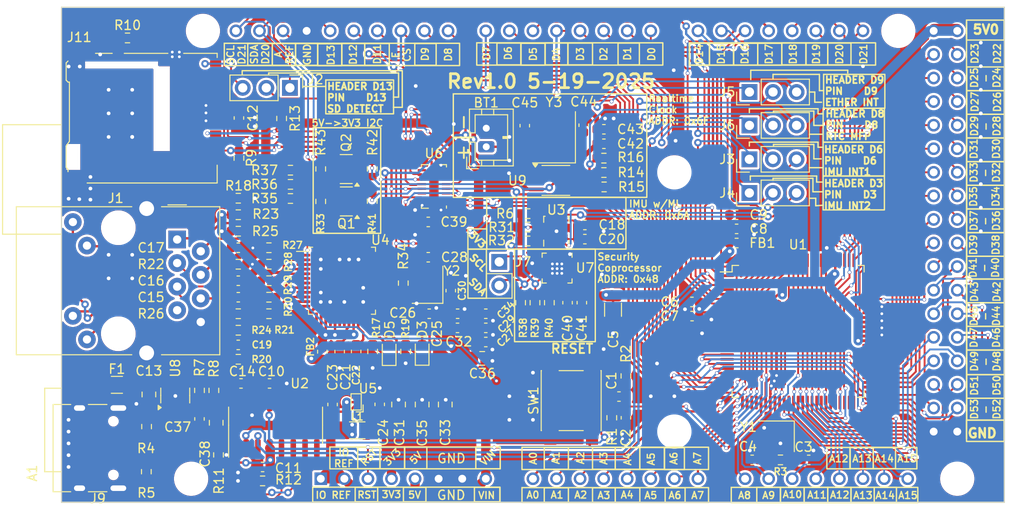
<source format=kicad_pcb>
(kicad_pcb (version 20241229) (generator "pcbnew") (generator_version "9.0")
  (layers (0 "F.Cu" signal) (2 "B.Cu" signal) (13 "F.Paste" user) (15 "B.Paste" user) (5 "F.SilkS" user "F.Silkscreen") (7 "B.SilkS" user "B.Silkscreen") (1 "F.Mask" user) (3 "B.Mask" user) (25 "Edge.Cuts" user))
  (net 0 "")
  (net 1 "/PWRandPRG/PROGRAM_~{DTR}")
  (net 2 "/MCU_RESET")
  (net 3 "GND")
  (net 4 "Net-(U1-XTAL1)")
  (net 5 "+5V")
  (net 6 "Net-(U1-XTAL2)")
  (net 7 "Net-(U1-AVCC)")
  (net 8 "+3V3")
  (net 9 "Net-(C15-Pad1)")
  (net 10 "Net-(U2-V3)")
  (net 11 "Net-(C16-Pad1)")
  (net 12 "Net-(J1-RD+)")
  (net 13 "Net-(J1-RD-)")
  (net 14 "Net-(J1-TCT)")
  (net 15 "Net-(J1-RCT)")
  (net 16 "Net-(U4-TOCAP)")
  (net 17 "Net-(U4-1V2O)")
  (net 18 "Net-(U4-XO)")
  (net 19 "Net-(U4-XI{slash}CLKIN)")
  (net 20 "/PWRandPRG/USBC_VBUS")
  (net 21 "Net-(D3-A)")
  (net 22 "Net-(D3-K)")
  (net 23 "Net-(D5-K)")
  (net 24 "Net-(D5-A)")
  (net 25 "Net-(F1-Pad2)")
  (net 26 "Net-(FB2-Pad2)")
  (net 27 "/PIN_D0")
  (net 28 "/PIN_D1")
  (net 29 "/PIN_D2")
  (net 30 "/PIN_D3")
  (net 31 "/PIN_D5")
  (net 32 "/PIN_D6")
  (net 33 "/ETHER_~{RST}")
  (net 34 "/PIN_D20")
  (net 35 "/MCU_AREF_IN")
  (net 36 "/PIN_D13")
  (net 37 "/PIN_D12")
  (net 38 "/PIN_D11")
  (net 39 "/ETHER_CS")
  (net 40 "/PIN_D9")
  (net 41 "/PIN_D8")
  (net 42 "/PIN_D19")
  (net 43 "/PIN_D18")
  (net 44 "/PIN_D17")
  (net 45 "/PIN_D16")
  (net 46 "/PIN_D15")
  (net 47 "/PIN_D14")
  (net 48 "/PIN_D22")
  (net 49 "/PIN_D23")
  (net 50 "/PIN_D24")
  (net 51 "/PIN_D25")
  (net 52 "/PIN_D26")
  (net 53 "/PIN_D27")
  (net 54 "/PIN_D28")
  (net 55 "/PIN_D29")
  (net 56 "/PIN_D30")
  (net 57 "/PIN_D31")
  (net 58 "/PIN_D32")
  (net 59 "/PIN_D33")
  (net 60 "/PIN_D34")
  (net 61 "/PIN_D35")
  (net 62 "/PIN_D36")
  (net 63 "/PIN_D37")
  (net 64 "/PIN_D38")
  (net 65 "/PIN_D39")
  (net 66 "/PIN_D40")
  (net 67 "/PIN_D41")
  (net 68 "/PIN_D42")
  (net 69 "/PIN_D43")
  (net 70 "/PIN_D44")
  (net 71 "/PIN_D45")
  (net 72 "/PIN_D46")
  (net 73 "/PIN_D47")
  (net 74 "/PIN_D48")
  (net 75 "/PIN_D49")
  (net 76 "/PIN_D50")
  (net 77 "/PIN_D51")
  (net 78 "/PIN_D52")
  (net 79 "/PIN_D53")
  (net 80 "/PIN_A0")
  (net 81 "/PIN_A1")
  (net 82 "/PIN_A2")
  (net 83 "/PIN_A3")
  (net 84 "/PIN_A4")
  (net 85 "/PIN_A5")
  (net 86 "/PIN_A6")
  (net 87 "/PIN_A7")
  (net 88 "/PIN_A8")
  (net 89 "/PIN_A9")
  (net 90 "/PIN_A10")
  (net 91 "/PIN_A11")
  (net 92 "/PIN_A12")
  (net 93 "/PIN_A13")
  (net 94 "/PIN_A14")
  (net 95 "/PIN_A15")
  (net 96 "/PWRandPRG/USBC_CC1")
  (net 97 "Net-(J1-TD+)")
  (net 98 "Net-(J1-LEDY_K)")
  (net 99 "Net-(J1-TD-)")
  (net 100 "Net-(J1-LEDG_K)")
  (net 104 "Net-(J11-DET_A)")
  (net 107 "Net-(U5-SW)")
  (net 108 "Net-(U3-CS)")
  (net 109 "Net-(U4-EXRES1)")
  (net 110 "Net-(U4-TXN)")
  (net 111 "/PWRandPRG/SECURITY_ENA")
  (net 112 "/PIN_D4{slash}CS2")
  (net 113 "Net-(U4-TXP)")
  (net 114 "Net-(U4-RXN)")
  (net 115 "Net-(U4-RXP)")
  (net 116 "Net-(U4-PMODE0)")
  (net 117 "Net-(U4-PMODE1)")
  (net 118 "Net-(U4-PMODE2)")
  (net 131 "/PWRandPRG/PROGRAM_~{CTS}")
  (net 132 "/PWRandPRG/PROGRAM_~{DSR}")
  (net 133 "/PWRandPRG/PROGRAM_~{RI}")
  (net 134 "/PWRandPRG/PROGRAM_~{DCD}")
  (net 135 "/PWRandPRG/PROGRAM_~{RTS}")
  (net 138 "Net-(BT1-+)")
  (net 139 "Net-(U9-X2)")
  (net 140 "/HEAD_D9")
  (net 143 "/PWRandPRG/ETHERNET_SCLK")
  (net 144 "/PWRandPRG/ETHERNET_MOSI")
  (net 149 "/PWRandPRG/ETHERNET_CS")
  (net 150 "/PWRandPRG/ETHERNET_~{RST}")
  (net 168 "/PWRandPRG/SDCARD_CS")
  (net 170 "/ETHER_~{INT}")
  (net 177 "/PWRandPRG/ACT_LED")
  (net 180 "/PWRandPRG/LINK_LED")
  (net 181 "/HEAD_D13")
  (net 182 "/PWRandPRG/USBC_CC2")
  (net 183 "Net-(U8-EN)")
  (net 185 "/PWRandPRG/USBC_D+")
  (net 186 "/PWRandPRG/USBC_D-")
  (net 187 "Net-(U9-X1)")
  (net 188 "/HEAD_D8")
  (net 189 "/PWRandPRG/ISM_I2C_M_SDA")
  (net 190 "/PWRandPRG/ISM_I2C_M_SCL")
  (net 191 "/PIN_D21")
  (net 192 "/RTC_MFP")
  (net 193 "/IMU_INT2")
  (net 194 "/IMU_INT1")
  (net 195 "/SD_DET")
  (net 196 "/HEAD_D6")
  (net 197 "/HEAD_D3")
  (net 198 "/I2C_SDA_3V3")
  (net 199 "/I2C_SCL_3V3")
  (footprint "Resistor_SMD:R_0603_1608Metric" (layer "F.Cu") (at 65.532 154.178 180)
    (property "Reference" "R27")
    (property "Value" "33R")
  )
  (footprint "Package_DFN_QFN:QFN-20-1EP_3x3mm_P0.4mm_EP1.65x1.65mm" (layer "F.Cu") (at 96.583 156.3695 -90)
    (property "Reference" "U7")
    (property "Value" "SE050C2HQ1")
  )
  (footprint "Resistor_SMD:R_0603_1608Metric" (layer "F.Cu") (at 92.6506 160.1 90)
    (property "Reference" "R38")
    (property "Value" "4.7k")
  )
  (footprint "LED_SMD:LED_0603_1608Metric" (layer "F.Cu") (at 78.486 165.3795 90)
    (property "Reference" "D5")
    (property "Value" "LED")
  )
  (footprint "Connector_PinHeader_2.54mm:PinHeader_1x03_P2.54mm_Vertical" (layer "F.Cu") (at 117.3 144.65 90)
    (property "Reference" "J3")
    (property "Value" "IMU_INT1_JUMP")
  )
  (footprint "Package_TO_SOT_SMD:SOT-23" (layer "F.Cu") (at 73.8625 145.7 180)
    (property "Reference" "Q2")
    (property "Value" "BSS138")
  )
  (footprint "Capacitor_SMD:C_0603_1608Metric" (layer "F.Cu") (at 62.525 168.8 180)
    (property "Reference" "C14")
    (property "Value" "100nF")
  )
  (footprint "Resistor_SMD:R_0603_1608Metric" (layer "F.Cu") (at 62.23 152.4)
    (property "Reference" "R25")
    (property "Value" "49R")
  )
  (footprint "Resistor_SMD:R_0603_1608Metric" (layer "F.Cu") (at 62.23 163.068 180)
    (property "Reference" "R24")
    (property "Value" "82R")
  )
  (footprint "Resistor_SMD:R_0603_1608Metric" (layer "F.Cu") (at 62.23 150.622)
    (property "Reference" "R23")
    (property "Value" "49R")
  )
  (footprint "Capacitor_SMD:C_0805_2012Metric_Pad1.18x1.45mm_HandSolder" (layer "F.Cu") (at 79.502 171.069 90)
    (property "Reference" "C31")
    (property "Value" "10uF")
  )
  (footprint "Resistor_SMD:R_0603_1608Metric" (layer "F.Cu") (at 93.425 151.95)
    (property "Reference" "R31")
    (property "Value" "4.7k")
  )
  (footprint "Resistor_SMD:R_0603_1608Metric" (layer "F.Cu") (at 62.23 148.844 180)
    (property "Reference" "R18")
    (property "Value" "330R")
  )
  (footprint "Package_QFP:LQFP-48_7x7mm_P0.5mm" (layer "F.Cu") (at 73.406 157.734)
    (property "Reference" "U4")
    (property "Value" "W5500")
  )
  (footprint "Connector_JST:JST_PH_B2B-PH-K_1x02_P2.00mm_Vertical" (layer "F.Cu") (at 88.95 143.3 90)
    (property "Reference" "BT1")
    (property "Value" "Battery_Cell")
  )
  (footprint "LED_SMD:LED_0603_1608Metric" (layer "F.Cu") (at 82.042 165.354 90)
    (property "Reference" "D3")
    (property "Value" "LED")
  )
  (footprint "Capacitor_SMD:C_0603_1608Metric" (layer "F.Cu") (at 123.698 177.038 180)
    (property "Reference" "C3")
    (property "Value" "Var")
  )
  (footprint "Capacitor_SMD:C_0603_1608Metric" (layer "F.Cu") (at 64.85 177.8)
    (property "Reference" "C11")
    (property "Value" "100nF")
  )
  (footprint "Package_TO_SOT_SMD:SOT-23-5" (layer "F.Cu") (at 55.4375 170.1 90)
    (property "Reference" "U8")
    (property "Value" "AP22804AW5")
  )
  (footprint "Capacitor_SMD:C_0603_1608Metric" (layer "F.Cu") (at 104 172.5 90)
    (property "Reference" "C2")
    (property "Value" "TBD")
  )
  (footprint "Resistor_SMD:R_0603_1608Metric" (layer "F.Cu") (at 62.3 144.525 90)
    (property "Reference" "R9")
    (property "Value" "10k")
  )
  (footprint "Capacitor_SMD:C_0603_1608Metric" (layer "F.Cu") (at 115.9255 150.622)
    (property "Reference" "C9")
    (property "Value" "100nF")
  )
  (footprint "Capacitor_SMD:C_0603_1608Metric" (layer "F.Cu") (at 99.575 153.25 180)
    (property "Reference" "C20")
    (property "Value" "100nF")
  )
  (footprint "Resistor_SMD:R_0603_1608Metric" (layer "F.Cu") (at 64.85 179.3)
    (property "Reference" "R12")
    (property "Value" "47.5k")
  )
  (footprint "Package_LGA:LGA-14_3x2.5mm_P0.5mm_LayoutBorder3x4y" (layer "F.Cu") (at 96.5 152.4 90)
    (property "Reference" "U3")
    (property "Value" "ISM330DHCX")
  )
  (footprint "Capacitor_SMD:C_0603_1608Metric" (layer "F.Cu") (at 103.251 170.214)
    (property "Reference" "C1")
    (property "Value" "TBD")
  )
  (footprint "Resistor_SMD:R_0603_1608Metric" (layer "F.Cu") (at 65.532 161.29 180)
    (property "Reference" "R21")
    (property "Value" "12.4k")
  )
  (footprint "Capacitor_SMD:C_0603_1608Metric" (layer "F.Cu") (at 74.93 165.354 -90)
    (property "Reference" "C22")
    (property "Value" "10nF")
  )
  (footprint "Resistor_SMD:R_0603_1608Metric" (layer "F.Cu") (at 93.425 150.5)
    (property "Reference" "R6")
    (property "Value" "10k")
  )
  (footprint "Package_DFN_QFN:WQFN-20-1EP_2.5x4.5mm_P0.5mm_EP1x2.9mm" (layer "F.Cu") (at 83.312 147.574 180)
    (property "Reference" "U6")
    (property "Value" "74HC244")
  )
  (footprint "Capacitor_SMD:C_0603_1608Metric" (layer "F.Cu") (at 62.225 164.65)
    (property "Reference" "C19")
    (property "Value" "10nF")
  )
  (footprint "Capacitor_SMD:C_0805_2012Metric_Pad1.18x1.45mm_HandSolder" (layer "F.Cu") (at 59.85 173.0375 -90)
    (property "Reference" "C38")
    (property "Value" "10uF")
  )
  (footprint "Resistor_SMD:R_0603_1608Metric" (layer "F.Cu") (at 62.23 166.2 180)
    (property "Reference" "R20")
    (property "Value" "330R")
  )
  (footprint "Capacitor_SMD:C_0603_1608Metric" (layer "F.Cu") (at 93.1 141.025 -90)
    (property "Reference" "C45")
    (property "Value" "TBD")
  )
  (footprint "Resistor_SMD:R_0603_1608Metric" (layer "F.Cu") (at 101.65 147.625 180)
    (property "Reference" "R15")
    (property "Value" "4.7k")
  )
  (footprint "Capacitor_SMD:C_0805_2012Metric_Pad1.18x1.45mm_HandSolder" (layer "F.Cu") (at 52.6 169.9875 90)
    (property "Reference" "C13")
    (property "Value" "10uF" (hide yes))
  )
  (footprint "Capacitor_SMD:C_0603_1608Metric" (layer "F.Cu") (at 85.125 158.8 -90)
    (property "Reference" "C30")
    (property "Value" "Var")
  )
  (footprint "Capacitor_SMD:C_0603_1608Metric" (layer "F.Cu") (at 88.9 164.338)
    (property "Reference" "C27")
    (property "Value" "100nF")
  )
  (footprint "Connector_PinHeader_2.54mm:PinHeader_1x03_P2.54mm_Vertical" (layer "F.Cu") (at 67.79 136.95 -90)
    (property "Reference" "J2")
    (property "Value" "SD_DET_JUMP")
  )
  (footprint "Inductor_SMD:L_0603_1608Metric" (layer "F.Cu") (at 115.9255 153.67)
    (property "Reference" "FB1")
    (property "Value" "FerriteBead_Small")
  )
  (footprint "Resistor_SMD:R_0603_1608Metric" (layer "F.Cu") (at 50.292 131.572 180)
    (property "Reference" "R10")
    (property "Value" "10k")
  )
  (footprint "Resistor_SMD:R_0603_1608Metric" (layer "F.Cu") (at 52.35 173.45 -90)
    (property "Reference" "R4")
    (property "Value" "5.1k")
  )
  (footprint "Capacitor_SMD:C_0805_2012Metric_Pad1.18x1.45mm_HandSolder" (layer "F.Cu") (at 82.042 171.069 90)
    (property "Reference" "C35")
    (property "Value" "10uF")
  )
  (footprint "Capacitor_SMD:C_0603_1608Metric" (layer "F.Cu") (at 58.05 172.625 -90)
    (property "Reference" "C37")
    (property "Value" "100nF")
  )
  (footprint "Resistor_SMD:R_0603_1608Metric" (layer "F.Cu") (at 80.01 157.988 90)
    (property "Reference" "R34")
    (property "Value" "1M")
  )
  (footprint "Capacitor_SMD:C_0603_1608Metric" (layer "F.Cu") (at 88.9 162.814)
    (property "Reference" "C29")
    (property "Value" "100nF")
  )
  (footprint "Crystal:Crystal_SMD_3225-4Pin_3.2x2.5mm" (layer "F.Cu") (at 82.624511 158.166511 90)
    (property "Reference" "Y2")
    (property "Value" "25Mhz")
  )
  (footprint "Resistor_SMD:R_0603_1608Metric" (layer "F.Cu") (at 93.425 153.45)
    (property "Reference" "R32")
    (property "Value" "4.7k")
  )
  (footprint "Capacitor_SMD:C_0603_1608Metric" (layer "F.Cu") (at 73.152 165.367 -90)
    (property "Reference" "C21")
    (property "Value" "4.7uF")
  )
  (footprint "Capacitor_SMD:C_0603_1608Metric" (layer "F.Cu") (at 62.23 157.734 180)
    (property "Reference" "C16")
    (property "Value" "6.8nF")
  )
  (footprint "Capacitor_SMD:C_0603_1608Metric" (layer "F.Cu") (at 82.699511 155.202511 180)
    (property "Reference" "C28")
    (property "Value" "Var")
  )
  (footprint "Resistor_SMD:R_0603_1608Metric" (layer "F.Cu") (at 95.7494 160.1 90)
    (property "Reference" "R40")
    (property "Value" "4.7k")
  )
  (footprint "Connector_PinHeader_2.54mm:PinHeader_1x03_P2.54mm_Vertical" (layer "F.Cu") (at 117.31 141 90)
    (property "Reference" "J6")
    (property "Value" "RTC_MFP_JUMP")
  )
  (footprint "Capacitor_SMD:C_0603_1608Metric" (layer "F.Cu") (at 97.71 160.1 -90)
    (property "Reference" "C40")
    (property "Value" "100nF")
  )
  (footprint "Resistor_SMD:R_0603_1608Metric" (layer "F.Cu") (at 65.532 159.512 180)
    (property "Reference" "R30")
    (property "Value" "33R")
  )
  (footprint "Resistor_SMD:R_0603_1608Metric" (layer "F.Cu") (at 102.476 172.5 -90)
    (property "Reference" "R1")
    (property "Value" "10k")
  )
  (footprint "Resistor_SMD:R_0603_1608Metric" (layer "F.Cu") (at 58.05 169.55 -90)
    (property "Reference" "R7")
    (property "Value" "5.1k")
  )
  (footprint "Capacitor_SMD:C_0603_1608Metric" (layer "F.Cu") (at 88.9 161.29)
    (property "Reference" "C34")
    (property "Value" "100nF")
  )
  (footprint "Capacitor_SMD:C_0603_1608Metric" (layer "F.Cu") (at 77.47 171.056 90)
    (property "Reference" "C24")
    (property "Value" "2.2uF")
  )
  (footprint "Resistor_SMD:R_0603_1608Metric" (layer "F.Cu") (at 76.6625 149.1625 90)
    (property "Reference" "R41")
    (property "Value" "10k")
  )
  (footprint "Resistor_SMD:R_0603_1608Metric" (layer "F.Cu") (at 101.625 146.075 180)
    (property "Reference" "R14")
    (property "Value" "4.7k")
  )
  (footprint "Capacitor_SMD:C_0805_2012Metric_Pad1.18x1.45mm_HandSolder" (layer "F.Cu") (at 88.5125 166.1)
    (property "Reference" "C36")
    (property "Value" "10uF")
  )
  (footprint "Connector_RJ:RJ45_Amphenol_RJMG1BD3B8K1ANR" (layer "F.Cu") (at 55.646 153.289 -90)
    (property "Reference" "J1")
    (property "Value" "RJ45_Amphenol_RJMG1BD3B8K1ANR")
  )
  (footprint "Resistor_SMD:R_0603_1608Metric" (layer "F.Cu") (at 65.532 155.956 180)
    (property "Reference" "R28")
    (property "Value" "33R")
  )
  (footprint "Capacitor_SMD:C_0603_1608Metric" (layer "F.Cu") (at 117.602 177.038)
    (property "Reference" "C4")
    (property "Value" "Var")
  )
  (footprint "Capacitor_SMD:C_0603_1608Metric" (layer "F.Cu") (at 111.112 160.02 180)
    (property "Reference" "C6")
    (property "Value" "100nF")
  )
  (footprint "Package_SO:SOIC-16_3.9x9.9mm_P1.27mm" (layer "F.Cu") (at 66.25 173.3 90)
    (property "Reference" "U2")
    (property "Value" "CH340C")
  )
  (footprint "Resistor_SMD:R_0603_1608Metric" (layer "F.Cu") (at 62.23 161.29 180)
    (property "Reference" "R26")
    (property "Value" "82R")
  )
  (footprint "Resistor_SMD:R_0603_1608Metric" (layer "F.Cu") (at 59.6 169.55 -90)
    (property "Reference" "R8")
    (property "Value" "DNP")
  )
  (footprint "Resistor_SMD:R_0603_1608Metric" (layer "F.Cu") (at 62.23 155.956 180)
    (property "Reference" "R22")
    (property "Value" "10R")
  )
  (footprint "Inductor_SMD:L_1206_3216Metric" (layer "F.Cu") (at 75.05 173.85)
    (property "Reference" "L1")
    (property "Value" "0.47uH/2A")
  )
  (footprint "Resistor_SMD:R_0603_1608Metric" (layer "F.Cu") (at 80.264 165.354 -90)
    (property "Reference" "R19")
    (property "Value" "330R")
  )
  (footprint "Connector_PinHeader_2.54mm:PinHeader_1x03_P2.54mm_Vertical" (layer "F.Cu") (at 117.3 148.275 90)
    (property "Reference" "J4")
    (property "Value" "IMU_INT2_JUMP")
  )
  (footprint "Crystal:Crystal_SMD_3225-4Pin_3.2x2.5mm_HandSoldering" (layer "F.Cu") (at 96.25 142.275 90)
    (property "Reference" "Y3")
    (property "Value" "Crystal_GND23")
  )
  (footprint "Resistor_SMD:R_0603_1608Metric" (layer "F.Cu") (at 66.9 140.25 -90)
    (property "Reference" "R13")
    (property "Value" "10k")
  )
  (footprint "Resistor_SMD:R_0603_1608Metric" (layer "F.Cu") (at 52.324 178.308 90)
    (property "Reference" "R5")
    (property "Value" "5.1k")
  )
  (footprint "Capacitor_SMD:C_0603_1608Metric" (layer "F.Cu") (at 65.6 168.8 180)
    (property "Reference" "C10")
    (property "Value" "4.7uF")
  )
  (footprint "Capacitor_SMD:C_0603_1608Metric" (layer "F.Cu") (at 85.852 162.814)
    (property "Reference" "C32")
    (property "Value" "100nF")
  )
  (footprint "Button_Switch_SMD:SW_SPST_PTS645" (layer "F.Cu") (at 98.1 170.65 90)
    (property "Reference" "SW1")
    (property "Value" "RST_BTN")
  )
  (footprint "Capacitor_SMD:C_0603_1608Metric" (layer "F.Cu") (at 82.804 161.29)
    (property "Reference" "C26")
    (property "Value" "100nF")
  )
  (footprint "footprints:ARDUINO_A000067" (layer "F.Cu") (at 93.98 154.94 90)
    (property "Reference" "A1")
    (property "Value" "A000067")
  )
  (footprint "Capacitor_SMD:C_0603_1608Metric" (layer "F.Cu") (at 111.125 161.544 180)
    (property "Reference" "C7")
    (property "Value" "100nF")
  )
  (footprint "Resistor_SMD:R_0603_1608Metric" (layer "F.Cu") (at 120.65 177.038 180)
    (property "Reference" "R3")
    (property "Value" "1M")
  )
  (footprint "Capacitor_SMD:C_0603_1608Metric" (layer "F.Cu") (at 99.25 160.1 -90)
    (property "Reference" "C41")
    (property "Value" "100nF")
  )
  (footprint "Connector_Card:microSD_HC_Hirose_DM3AT-SF-PEJM5" (layer "F.Cu") (at 52.07 140.208 -90)
    (property "Reference" "J11")
    (property "Value" "Micro_SD_Card_Det_Hirose_DM3AT")
  )
  (footprint "Capacitor_SMD:C_0603_1608Metric" (layer "F.Cu") (at 62.3 140.2 90)
    (property "Reference" "C12")
    (property "Value" "100nF")
  )
  (footprint "Resistor_SMD:R_0603_1608Metric" (layer "F.Cu") (at 67.85 145.826)
    (property "Reference" "R37")
    (property "Value" "10k")
  )
  (footprint "Resistor_SMD:R_0603_1608Metric" (layer "F.Cu") (at 71.1125 149.1875 -90)
    (property "Reference" "R33")
    (property "Value" "10k")
  )
  (footprint "Connector_PinHeader_2.54mm:PinHeader_1x03_P2.54mm_Vertical" (layer "F.Cu") (at 117.31 137.4 90)
    (property "Reference" "J5")
    (property "Value" "ETHER_INT_JUMP")
  )
  (footprint "Capacitor_SMD:C_0603_1608Metric" (layer "F.Cu") (at 99.45 140.975 -90)
    (property "Reference" "C44")
    (property "Value" "TBD")
  )
  (footprint "Resistor_SMD:R_0603_1608Metric" (layer "F.Cu") (at 76.708 165.354 -90)
    (property "Reference" "R17")
    (property "Value" "330R")
  )
  (footprint "Capacitor_SMD:C_0603_1608Metric" (layer "F.Cu") (at 101.625 141.415)
    (property "Reference" "C43")
    (property "Value" "100nF")
  )
  (footprint "Resistor_SMD:R_0603_1608Metric" (layer "F.Cu") (at 67.85 147.35)
    (property "Reference" "R36")
    (property "Value" "10k")
  )
  (footprint "Capacitor_SMD:C_0603_1608Metric" (layer "F.Cu") (at 82.7 151.4)
    (property "Reference" "C39")
    (property "Value" "100nF")
  )
  (footprint "Package_SO:MSOP-8_3x3mm_P0.65mm" (layer "F.Cu") (at 96.45 146.925)
    (property "Reference" "U9")
    (property "Value" "MCP7940N-xST")
  )
  (footprint "Inductor_SMD:L_0603_1608Metric" (layer "F.Cu") (at 71.2875 165.3795 90)
    (property "Reference" "FB2")
    (property "Value" "FerriteBead_Small")
  )
  (footprint "Resistor_SMD:R_0603_1608Metric" (layer "F.Cu") (at 94.2 160.1 90)
    (property "Reference" "R39")
    (property "Value" "4.7k")
  )
  (footprint "Capacitor_SMD:C_0603_1608Metric" (layer "F.Cu") (at 72.39 171.069 90)
    (property "Reference" "C23")
    (property "Value" "2.2uF")
  )
  (footprint "Capacitor_SMD:C_0603_1608Metric" (layer "F.Cu") (at 115.9255 152.146)
    (property "Reference" "C8")
    (property "Value" "100nF")
  )
  (footprint "Package_TO_SOT_SMD:SOT-23" (layer "F.Cu") (at 73.875 149.1875 180)
    (property "Reference" "Q1")
    (property "Value" "BSS138")
  )
  (footprint "Capacitor_SMD:C_0603_1608Metric" (layer "F.Cu") (at 62.23 154.178)
    (property "Reference" "C17")
    (property "Value" "22nF")
  )
  (footprint "Capacitor_SMD:C_0805_2012Metric_Pad1.18x1.45mm_HandSolder" (layer "F.Cu") (at 84.533 171.069 90)
    (property "Reference" "C33")
    (property "Value" "10uF")
  )
  (footprint "Resistor_SMD:R_0603_1608Metric" (layer "F.Cu") (at 104 167.992 -90)
    (property "Reference" "R2")
    (property "Value" "10k")
  )
  (footprint "Resistor_SMD:R_0603_1608Metric" (layer "F.Cu") (at 76.6625 145.6875 90)
    (property "Reference" "R42")
    (property "Value" "10k")
  )
  (footprint "Capacitor_SMD:C_1206_3216Metric" (layer "F.Cu") (at 102.61 160.855 90)
    (property "Reference" "C5")
    (property "Value" "10uF")
  )
  (footprint "Resistor_SMD:R_0603_1608Metric" (layer "F.Cu") (at 71.1125 145.6875 90)
    (property "Reference" "R43")
    (property "Value" "10k")
  )
  (footprint "Resistor_SMD:R_0603_1608Metric" (layer "F.Cu") (at 60.1 176.5 90)
    (property "Reference" "R11")
    (property "Value" "22.1k")
  )
  (footprint "Resistor_SMD:R_0603_1608Metric" (layer "F.Cu") (at 67.85 148.874)
    (property "Reference" "R35")
    (property "Value" "10k")
  )
  (footprint "Package_BGA:Texas_DSBGA-6_0.9x1.4mm_Layout2x3_P0.5mm" (layer "F.Cu") (at 74.93 170.815 180)
    (property "Reference" "U5")
    (property "Value" "LM3281")
  )
  (footprint "Package_QFP:TQFP-100_14x14mm_P0.5mm" (layer "F.Cu") (at 122.555 163.195)
    (property "Reference" "U1")
    (property "Value" "ATmega2560-16A")
  )
  (footprint "Capacitor_SMD:C_0603_1608Metric" (layer "F.Cu") (at 85.865 161.29)
    (property "Reference" "C25")
    (property "Value" "100nF")
  )
  (footprint "Connector_USB:USB_C_Receptacle_HRO_TYPE-C-31-M-12" (layer "F.Cu") (at 46.176 175.768 -90)
    (property "Reference" "J9")
    (property "Value" "PROGRAM_POWER_USBC")
  )
  (footprint "Crystal:Crystal_SMD_3225-4Pin_3.2x2.5mm" (layer "F.Cu") (at 120.142 174.498 180)
    (property "Reference" "Y1")
    (property "Value" "16Mhz")
  )
  (footprint "Fuse:Fuse_1206_3216Metric" (layer "F.Cu") (at 49.15 168.95 180)
    (property "Reference" "F1")
    (property "Value" "Fuse")
  )
  (footprint "Capacitor_SMD:C_0603_1608Metric" (layer "F.Cu") (at 99.575 151.726 180)
    (property "Reference" "C18")
    (property "Value" "100nF")
  )
  (footprint "Capacitor_SMD:C_0603_1608Metric" (layer "F.Cu") (at 62.23 159.512 180)
    (property "Reference" "C15")
    (property "Value" "6.8nF")
  )
  (footprint "Capacitor_SMD:C_0603_1608Metric" (layer "F.Cu") (at 101.625 142.975)
    (property "Reference" "C42")
    (property "Value" "100nF")
  )
  (footprint "Resistor_SMD:R_0603_1608Metric" (layer "F.Cu") (at 101.625 144.525 180)
    (property "Reference" "R16")
    (property "Value" "4.7k")
  )
  (footprint "Connector_PinHeader_2.54mm:PinHeader_1x02_P2.54mm_Vertical" (layer "F.Cu") (at 90.35 155.7)
    (property "Reference" "J7")
    (property "Value" "EXT_3V3_I2C")
  )
  (footprint "Resistor_SMD:R_0603_1608Metric" (layer "F.Cu") (at 65.532 157.734 180)
    (property "Reference" "R29")
    (property "Value" "33R")
  )
  (gr_line (start 125.05 141) (end 125.2 141) (stroke (width 0.15)) (layer "F.SilkS"))
  (gr_rect (start 130.75 180) (end 133.15 181.625) (stroke (width 0.15)) (fill no) (layer "F.SilkS"))
  (gr_rect (start 95.2 175.7) (end 97.8 178.05) (stroke (width 0.15)) (fill no) (layer "F.SilkS"))
  (gr_rect (start 110.85 132.1) (end 130.9 134.5) (stroke (width 0.15)) (fill no) (layer "F.SilkS"))
  (gr_line (start 123.77 145.55) (end 125.2 145.55) (stroke (width 0.15)) (layer "F.SilkS"))
  (gr_rect (start 80.15 175.65) (end 82.55 178) (stroke (width 0.15)) (fill no) (layer "F.SilkS"))
  (gr_rect (start 70.3 141.25) (end 77.575 152.625) (stroke (width 0.15)) (fill no) (layer "F.SilkS"))
  (gr_rect (start 118.2 132.15) (end 120.8 134.5) (stroke (width 0.15)) (fill no) (layer "F.SilkS"))
  (gr_rect (start 95.3 132.125) (end 97.75 134.475) (stroke (width 0.15)) (fill no) (layer "F.SilkS"))
  (gr_line (start 117.4 146.895) (end 117.4 146.45) (stroke (width 0.15)) (layer "F.SilkS"))
  (gr_rect (start 140.725 155.1) (end 144.775 157.55) (stroke (width 0.15)) (fill no) (layer "F.SilkS"))
  (gr_rect (start 97.75 132.125) (end 100.4 134.475) (stroke (width 0.15)) (fill no) (layer "F.SilkS"))
  (gr_rect (start 81.25 132.175) (end 83.55 134.525) (stroke (width 0.15)) (fill no) (layer "F.SilkS"))
  (gr_line (start 124.85 137.25) (end 124.85 135.5) (stroke (width 0.15)) (layer "F.SilkS"))
  (gr_rect (start 89 148.75) (end 104 154.325) (stroke (width 0.15)) (fill no) (layer "F.SilkS"))
  (gr_rect (start 140.7 172.75) (end 144.75 175.05) (stroke (width 0.15)) (fill no) (layer "F.SilkS"))
  (gr_rect (start 92 154.3225) (end 100.7 164.3) (stroke (width 0.15)) (fill no) (layer "F.SilkS"))
  (gr_rect (start 95.2 180.05) (end 97.8 181.6) (stroke (width 0.15)) (fill no) (layer "F.SilkS"))
  (gr_rect (start 108.225 180.05) (end 110.375 181.6) (stroke (width 0.15)) (fill no) (layer "F.SilkS"))
  (gr_rect (start 125.25 142.8) (end 131.85 146.45) (stroke (width 0.15)) (fill no) (layer "F.SilkS"))
  (gr_line (start 124.55 147.1) (end 125.2 147.1) (stroke (width 0.15)) (layer "F.SilkS"))
  (gr_line (start 117.3 139.62) (end 117.3 139.2) (stroke (width 0.15)) (layer "F.SilkS"))
  (gr_line (start 117.3 142.8) (end 124.7 142.8) (stroke (width 0.15)) (layer "F.SilkS"))
  (gr_rect (start 113 132.15) (end 115.6 134.5) (stroke (width 0.15)) (fill no) (layer "F.SilkS"))
  (gr_rect (start 102.85 180.05) (end 105.5 181.6) (stroke (width 0.15)) (fill no) (layer "F.SilkS"))
  (gr_line (start 79.5 137.95) (end 78.95 137.95) (stroke (width 0.15)) (layer "F.SilkS"))
  (gr_rect (start 140.725 162.65) (end 144.775 165.2) (stroke (width 0.15)) (fill no) (layer "F.SilkS"))
  (gr_rect (start 140.725 167.85) (end 144.775 170.4) (stroke (width 0.15)) (fill no) (layer "F.SilkS"))
  (gr_line (start 125.075 138.5) (end 124.35 138.5) (stroke (width 0.15)) (layer "F.SilkS"))
  (gr_rect (start 68.4 132.175) (end 70.8 134.525) (stroke (width 0.15)) (fill no) (layer "F.SilkS"))
  (gr_rect (start 85.4 137.6) (end 106.25 148.75) (stroke (width 0.15)) (fill no) (layer "F.SilkS"))
  (gr_rect (start 140.725 147.45) (end 144.775 150) (stroke (width 0.15)) (fill no) (layer "F.SilkS"))
  (gr_rect (start 140.725 142.35) (end 144.775 144.9) (stroke (width 0.15)) (fill no) (layer "F.SilkS"))
  (gr_line (start 127.9 135.05) (end 117.45 135.05) (stroke (width 0.15)) (layer "F.SilkS"))
  (gr_rect (start 140.725 144.9) (end 144.775 147.45) (stroke (width 0.15)) (fill no) (layer "F.SilkS"))
  (gr_rect (start 102.85 175.7) (end 105.5 178.05) (stroke (width 0.15)) (fill no) (layer "F.SilkS"))
  (gr_line (start 124.15 148.15) (end 125.25 148.15) (stroke (width 0.15)) (layer "F.SilkS"))
  (gr_rect (start 77.5 175.65) (end 80.15 178) (stroke (width 0.15)) (fill no) (layer "F.SilkS"))
  (gr_rect (start 87.925 132.1) (end 107.975 134.5) (stroke (width 0.15)) (fill no) (layer "F.SilkS"))
  (gr_rect (start 72.1 175.65) (end 90.45 178) (stroke (width 0.15)) (fill no) (layer "F.SilkS"))
  (gr_rect (start 125.75 180) (end 128.25 181.65) (stroke (width 0.15)) (fill no) (layer "F.SilkS"))
  (gr_line (start 119.85 135.5) (end 119.85 136) (stroke (width 0.15)) (layer "F.SilkS"))
  (gr_line (start 124.35 137.4) (end 123.77 137.4) (stroke (width 0.15)) (layer "F.SilkS"))
  (gr_line (start 124.45 149.655) (end 124.45 148.85) (stroke (width 0.15)) (layer "F.SilkS"))
  (gr_rect (start 123.4 132.125) (end 125.75 134.475) (stroke (width 0.15)) (fill no) (layer "F.SilkS"))
  (gr_line (start 119.85 146.9) (end 119.85 146.7) (stroke (width 0.15)) (layer "F.SilkS"))
  (gr_rect (start 73.4 132.175) (end 75.85 134.525) (stroke (width 0.15)) (fill no) (layer "F.SilkS"))
  (gr_rect (start 90.1 132.125) (end 92.7 134.475) (stroke (width 0.15)) (fill no) (layer "F.SilkS"))
  (gr_line (start 119.9 139.45) (end 124.25 139.45) (stroke (width 0.15)) (layer "F.SilkS"))
  (gr_rect (start 125.65 175.7) (end 128.15 178) (stroke (width 0.15)) (fill no) (layer "F.SilkS"))
  (gr_line (start 124.35 138.5) (end 124.35 137.4) (stroke (width 0.15)) (layer "F.SilkS"))
  (gr_rect (start 74.825 180) (end 77.25 181.55) (stroke (width 0.15)) (fill no) (layer "F.SilkS"))
  (gr_line (start 65.5 135.35) (end 65.5 135.5) (stroke (width 0.15)) (layer "F.SilkS"))
  (gr_rect (start 75.85 132.175) (end 78.5 134.525) (stroke (width 0.15)) (fill no) (layer "F.SilkS"))
  (gr_rect (start 65.9 132.175) (end 68.4 134.525) (stroke (width 0.15)) (fill no) (layer "F.SilkS"))
  (gr_rect (start 115.6 132.15) (end 118.2 134.5) (stroke (width 0.15)) (fill no) (layer "F.SilkS"))
  (gr_rect (start 86.975 154.325) (end 88.97 159.62) (stroke (width 0.15)) (fill no) (layer "F.SilkS"))
  (gr_line (start 117.3 143.22) (end 117.3 142.8) (stroke (width 0.15)) (layer "F.SilkS"))
  (gr_line (start 79.5 135.35) (end 65.5 135.35) (stroke (width 0.15)) (layer "F.SilkS"))
  (gr_rect (start 125.75 132.125) (end 128.25 134.475) (stroke (width 0.15)) (fill no) (layer "F.SilkS"))
  (gr_rect (start 70.25 179.975) (end 90.425 181.575) (stroke (width 0.15)) (fill no) (layer "F.SilkS"))
  (gr_line (start 119.9 139.6) (end 119.9 139.45) (stroke (width 0.15)) (layer "F.SilkS"))
  (gr_rect (start 92.8 175.675) (end 112.9 178.075) (stroke (width 0.15)) (fill no) (layer "F.SilkS"))
  (gr_rect (start 70.775 132.2) (end 73.375 134.55) (stroke (width 0.15)) (fill no) (layer "F.SilkS"))
  (gr_line (start 124.25 139.45) (end 124.25 141) (stroke (width 0.15)) (layer "F.SilkS"))
  (gr_line (start 124.7 139.75) (end 125.25 139.75) (stroke (width 0.15)) (layer "F.SilkS"))
  (gr_line (start 123.77 141.95) (end 125.2 141.95) (stroke (width 0.15)) (layer "F.SilkS"))
  (gr_rect (start 80.025 180) (end 82.45 181.55) (stroke (width 0.15)) (fill no) (layer "F.SilkS"))
  (gr_line (start 79.9 135.15) (end 79.9 139.05) (stroke (width 0.15)) (layer "F.SilkS"))
  (gr_line (start 127.9 135.35) (end 127.9 135.05) (stroke (width 0.15)) (layer "F.SilkS"))
  (gr_rect (start 123.2 180) (end 125.75 181.65) (stroke (width 0.15)) (fill no) (layer "F.SilkS"))
  (gr_rect (start 100.4 180.05) (end 102.85 181.6) (stroke (width 0.15)) (fill no) (layer "F.SilkS"))
  (gr_line (start 119.85 146.7) (end 124.15 146.7) (stroke (width 0.15)) (layer "F.SilkS"))
  (gr_rect (start 100.4 175.7) (end 102.85 178.05) (stroke (width 0.15)) (fill no) (layer "F.SilkS"))
  (gr_rect (start 140.7 129.65) (end 144.75 131.8) (stroke (width 0.15)) (fill no) (layer "F.SilkS"))
  (gr_line (start 117.3 139.2) (end 124.7 139.2) (stroke (width 0.15)) (layer "F.SilkS"))
  (gr_rect (start 115.35 180) (end 135.45 181.65) (stroke (width 0.15)) (fill no) (layer "F.SilkS"))
  (gr_rect (start 140.725 160.1) (end 144.775 162.65) (stroke (width 0.15)) (fill no) (layer "F.SilkS"))
  (gr_rect (start 60.725 132.15) (end 86.075 134.55) (stroke (width 0.15)) (fill no) (layer "F.SilkS"))
  (gr_rect (start 71.66 136.1) (end 78.96 139.75) (stroke (width 0.15)) (fill no) (layer "F.SilkS"))
  (gr_line (start 125.3 137.25) (end 124.85 137.25) (stroke (width 0.15)) (layer "F.SilkS"))
  (gr_rect (start 110.85 132.15) (end 113 134.5) (stroke (width 0.15)) (fill no) (layer "F.SilkS"))
  (gr_line (start 124.7 142.8) (end 124.7 143.35) (stroke (width 0.15)) (layer "F.SilkS"))
  (gr_rect (start 87.825 175.65) (end 90.45 178) (stroke (width 0.15)) (fill no) (layer "F.SilkS"))
  (gr_rect (start 75.1 175.675) (end 77.5 177.975) (stroke (width 0.15)) (fill no) (layer "F.SilkS"))
  (gr_rect (start 125.3 135.5) (end 131.9 139.15) (stroke (width 0.15)) (fill no) (layer "F.SilkS"))
  (gr_line (start 79.5 137.95) (end 79.5 135.35) (stroke (width 0.15)) (layer "F.SilkS"))
  (gr_line (start 117.4 146.45) (end 124.55 146.45) (stroke (width 0.15)) (layer "F.SilkS"))
  (gr_line (start 124.7 143.35) (end 125.25 143.35) (stroke (width 0.15)) (layer "F.SilkS"))
  (gr_rect (start 140.725 152.55) (end 144.775 155.1) (stroke (width 0.15)) (fill no) (layer "F.SilkS"))
  (gr_rect (start 140.725 134.7) (end 144.775 137.25) (stroke (width 0.15)) (fill no) (layer "F.SilkS"))
  (gr_line (start 125.25 149.6) (end 124.45 149.655) (stroke (width 0.15)) (layer "F.SilkS"))
  (gr_rect (start 128.15 175.7) (end 130.65 177.975) (stroke (width 0.15)) (fill no) (layer "F.SilkS"))
  (gr_rect (start 140.725 139.8) (end 144.775 142.35) (stroke (width 0.15)) (fill no) (layer "F.SilkS"))
  (gr_rect (start 128.25 180) (end 130.75 181.625) (stroke (width 0.15)) (fill no) (layer "F.SilkS"))
  (gr_line (start 124.15 146.7) (end 124.15 148.15) (stroke (width 0.15)) (layer "F.SilkS"))
  (gr_line (start 124.45 148.85) (end 123.8 148.85) (stroke (width 0.15)) (layer "F.SilkS"))
  (gr_rect (start 118.1 180) (end 120.65 181.65) (stroke (width 0.15)) (fill no) (layer "F.SilkS"))
  (gr_line (start 124.25 141) (end 125.05 141) (stroke (width 0.15)) (layer "F.SilkS"))
  (gr_rect (start 92.675 132.15) (end 95.275 134.5) (stroke (width 0.15)) (fill no) (layer "F.SilkS"))
  (gr_rect (start 140.725 157.55) (end 144.775 160.1) (stroke (width 0.15)) (fill no) (layer "F.SilkS"))
  (gr_rect (start 130.65 175.7) (end 133.05 177.975) (stroke (width 0.15)) (fill no) (layer "F.SilkS"))
  (gr_rect (start 87.675 180) (end 90.425 181.55) (stroke (width 0.15)) (fill no) (layer "F.SilkS"))
  (gr_line (start 124.85 135.5) (end 119.85 135.5) (stroke (width 0.15)) (layer "F.SilkS"))
  (gr_rect (start 103.15 132.125) (end 105.45 134.475) (stroke (width 0.15)) (fill no) (layer "F.SilkS"))
  (gr_rect (start 125.25 139.15) (end 131.85 142.8) (stroke (width 0.15)) (fill no) (layer "F.SilkS"))
  (gr_line (start 79.9 139.05) (end 78.95 139.05) (stroke (width 0.15)) (layer "F.SilkS"))
  (gr_rect (start 125.25 146.45) (end 131.85 150.1) (stroke (width 0.15)) (fill no) (layer "F.SilkS"))
  (gr_rect (start 92.8 180.025) (end 112.9 181.625) (stroke (width 0.15)) (fill no) (layer "F.SilkS"))
  (gr_rect (start 120.65 180) (end 123.2 181.65) (stroke (width 0.15)) (fill no) (layer "F.SilkS"))
  (gr_rect (start 140.725 165.2) (end 144.775 167.85) (stroke (width 0.15)) (fill no) (layer "F.SilkS"))
  (gr_line (start 117.45 135.05) (end 117.45 136.05) (stroke (width 0.15)) (layer "F.SilkS"))
  (gr_rect (start 140.725 170.4) (end 144.775 172.75) (stroke (width 0.15)) (fill no) (layer "F.SilkS"))
  (gr_rect (start 120.8 132.125) (end 123.4 134.475) (stroke (width 0.15)) (fill no) (layer "F.SilkS"))
  (gr_line (start 62.65 135.1) (end 79.9 135.1) (stroke (width 0.15)) (layer "F.SilkS"))
  (gr_rect (start 140.725 137.25) (end 144.775 139.8) (stroke (width 0.15)) (fill no) (layer "F.SilkS"))
  (gr_rect (start 108.15 175.725) (end 110.3 178.075) (stroke (width 0.15)) (fill no) (layer "F.SilkS"))
  (gr_line (start 62.65 135.5) (end 62.65 135.15) (stroke (width 0.15)) (layer "F.SilkS"))
  (gr_line (start 119.9 143.05) (end 124.25 143.05) (stroke (width 0.15)) (layer "F.SilkS"))
  (gr_rect (start 128.15 175.7) (end 135.35 178) (stroke (width 0.15)) (fill no) (layer "F.SilkS"))
  (gr_line (start 124.25 144.6) (end 125.05 144.6) (stroke (width 0.15)) (layer "F.SilkS"))
  (gr_line (start 124.25 143.05) (end 124.25 144.6) (stroke (width 0.15)) (layer "F.SilkS"))
  (gr_line (start 124.55 146.45) (end 124.55 147.1) (stroke (width 0.15)) (layer "F.SilkS"))
  (gr_rect (start 105.5 175.7) (end 108.15 178.05) (stroke (width 0.15)) (fill no) (layer "F.SilkS"))
  (gr_rect (start 63.25 132.175) (end 65.9 134.525) (stroke (width 0.15)) (fill no) (layer "F.SilkS"))
  (gr_line (start 119.9 143.2) (end 119.9 143.05) (stroke (width 0.15)) (layer "F.SilkS"))
  (gr_rect (start 140.725 150) (end 144.775 152.55) (stroke (width 0.15)) (fill no) (layer "F.SilkS"))
  (gr_line (start 140.7 129.85) (end 140.7 174.75) (stroke (width 0.15)) (layer "F.SilkS"))
  (gr_line (start 124.7 139.2) (end 124.7 139.75) (stroke (width 0.15)) (layer "F.SilkS"))
  (gr_line (start 71.66 136.8) (end 69.2 136.8) (stroke (width 0.15)) (layer "F.SilkS"))
  (gr_rect (start 86.975 152.15) (end 89 154.325) (stroke (width 0.15)) (fill no) (layer "F.SilkS"))
  (gr_line (start 43.18 128.27) (end 144.78 128.27) (stroke (width 0.1)) (layer "Edge.Cuts"))
  (gr_line (start 43.18 181.61) (end 43.18 128.27) (stroke (width 0.1)) (layer "Edge.Cuts"))
  (gr_line (start 144.78 181.61) (end 43.18 181.61) (stroke (width 0.1)) (layer "Edge.Cuts"))
  (gr_line (start 144.78 128.27) (end 144.78 181.61) (stroke (width 0.1)) (layer "Edge.Cuts"))
  (gr_text "D14" (at 112.35 134.5 90) (layer "F.SilkS") (effects (font (size 0.75 0.75)) (justify left bottom)))
  (gr_text "D47\n\nD46" (at 144.35 165.05 90) (layer "F.SilkS") (effects (font (size 0.75 0.75)) (justify left bottom)))
  (gr_text "A3" (at 102.05 177.65 90) (layer "F.SilkS") (effects (font (size 0.75 0.75)) (justify left bottom)))
  (gr_text "A10" (at 120.8 181.2 0) (layer "F.SilkS") (effects (font (size 0.75 0.75) (thickness 0.15) (bold yes)) (justify left bottom)))
  (gr_text "Realtime \nClock\nADDR: 0x6F" (at 106.35 140.95 0) (layer "F.SilkS") (effects (font (size 0.75 0.75)) (justify left bottom)))
  (gr_text "D25\n -\nD24" (at 144.4 137.05 90) (layer "F.SilkS") (effects (font (size 0.75 0.75)) (justify left bottom)))
  (gr_text "A15" (at 133.25 181.3 0) (layer "F.SilkS") (effects (font (size 0.75 0.75) (thickness 0.15) (bold yes)) (justify left bottom)))
  (gr_text "D27\n\nD26" (at 144.45 139.65 90) (layer "F.SilkS") (effects (font (size 0.75 0.75)) (justify left bottom)))
  (gr_text "5V0" (at 141.25 131.25 0) (layer "F.SilkS") (effects (font (size 1 1) (thickness 0.25) (bold yes)) (justify left bottom)))
  (gr_text "D29\n -\nD28" (at 144.4 142.25 90) (layer "F.SilkS") (effects (font (size 0.75 0.75)) (justify left bottom)))
  (gr_text "5V" (at 81.15 177.7 45) (layer "F.SilkS") (effects (font (size 0.75 0.75)) (justify left bottom)))
  (gr_text "3V3" (at 78.35 177.85 45) (layer "F.SilkS") (effects (font (size 0.75 0.75)) (justify left bottom)))
  (gr_text "GND" (at 83.55 181.425 0) (layer "F.SilkS") (effects (font (size 1 1) (thickness 0.15) (bold yes)) (justify left bottom)))
  (gr_text "RESET" (at 95.8 165.65 0) (layer "F.SilkS") (effects (font (size 1 1) (thickness 0.2) (bold yes)) (justify left bottom)))
  (gr_text "A6" (at 108.5 181.3 0) (layer "F.SilkS") (effects (font (size 0.75 0.75)) (justify left bottom)))
  (gr_text "E\nCS" (at 80.85 133.4 90) (layer "F.SilkS") (effects (font (size 0.75 0.75)) (justify bottom)))
  (gr_text "D51\n\nD50" (at 144.4 170.2 90) (layer "F.SilkS") (effects (font (size 0.75 0.75)) (justify left bottom)))
  (gr_text "D15" (at 114.7 134.5 90) (layer "F.SilkS") (effects (font (size 0.75 0.75)) (justify left bottom)))
  (gr_text "D37\n -\nD36" (at 144.35 152.45 90) (layer "F.SilkS") (effects (font (size 0.75 0.75)) (justify left bottom)))
  (gr_text "A6" (at 109.6 177.65 90) (layer "F.SilkS") (effects (font (size 0.75 0.75)) (justify left bottom)))
  (gr_text "D7" (at 89.425 134.05 90) (layer "F.SilkS") (effects (font (size 0.75 0.75)) (justify left bottom)))
  (gr_text "A4" (at 104.625 177.725 90) (layer "F.SilkS") (effects (font (size 0.75 0.75)) (justify left bottom)))
  (gr_text "D49\n -\nD48" (at 144.4 167.6 90) (layer "F.SilkS") (effects (font (size 0.75 0.75)) (justify left bottom)))
  (gr_text "D2" (at 102.05 134.15 90) (layer "F.SilkS") (effects (font (size 0.75 0.75)) (justify left bottom)))
  (gr_text "3V3" (at 77.6 181.2 0) (layer "F.SilkS") (effects (font (size 0.75 0.75)) (justify left bottom)))
  (gr_text "A12" (at 125.9 181.25 0) (layer "F.SilkS") (effects (font (size 0.75 0.75) (thickness 0.15) (bold yes)) (justify left bottom)))
  (gr_text "D21" (at 130.05 134.5 90) (layer "F.SilkS") (effects (font (size 0.75 0.75)) (justify left bottom)))
  (gr_text "D6" (at 91.75 134.05 90) (layer "F.SilkS") (effects (font (size 0.75 0.75)) (justify left bottom)))
  (gr_text "A9" (at 118.6 181.3 0) (layer "F.SilkS") (effects (font (size 0.75 0.75) (thickness 0.15) (bold yes)) (justify left bottom)))
  (gr_text "D4" (at 96.95 134.15 90) (layer "F.SilkS") (effects (font (size 0.75 0.75)) (justify left bottom)))
  (gr_text "GND" (at 70.1 134.6 90) (layer "F.SilkS") (effects (font (size 0.75 0.75)) (justify left bottom)))
  (gr_text "+|-" (at 87.3 145 90) (layer "F.SilkS") (effects (font (size 1.5 1.5) (thickness 0.2) (bold yes)) (justify left bottom)))
  (gr_text "D0" (at 107.2 134.15 90) (layer "F.SilkS") (effects (font (size 0.75 0.75)) (justify left bottom)))
  (gr_text "A0" (at 93.2 181.25 0) (layer "F.SilkS") (effects (font (size 0.75 0.75)) (justify left bottom)))
  (gr_text "HEADER D13\nPIN    D13\nSD DETECT\n" (at 71.71 139.65 0) (layer "F.SilkS") (effects (font (size 0.75 0.75) (thickness 0.1875) (bold yes)) (justify left bottom)))
  (gr_text "D33\n -\nD32" (at 144.35 147.25 90) (layer "F.SilkS") (effects (font (size 0.75 0.75)) (justify left bottom)))
  (gr_text "A2" (at 99.55 177.6 90) (layer "F.SilkS") (effects (font (size 0.75 0.75)) (justify left bottom)))
  (gr_text "RST" (at 75.85 177.9 45) (layer "F.SilkS") (effects (font (size 0.75 0.75)) (justify left bottom)))
  (gr_text "D13" (at 72.65 134.6 90) (layer "F.SilkS") (effects (font (size 0.75 0.75)) (justify left bottom)))
  (gr_text "3V3" (at 86.875 152.8 315) (layer "F.SilkS") (effects (font (size 0.75 0.75) (thickness 0.1875) (bold yes)) (justify left bottom)))
  (gr_text "A7" (at 110.95 181.3 0) (layer "F.SilkS") (effects (font (size 0.75 0.75)) (justify left bottom)))
  (gr_text "IO\nREF" (at 73.6 177.875 0) (layer "F.SilkS") (effects (font (size 0.75 0.75)) (justify bottom)))
  (gr_text "A4" (at 103.35 181.25 0) (layer "F.SilkS") (effects (font (size 0.75 0.75)) (justify left bottom)))
  (gr_text "VIN" (at 88 181.3 0) (layer "F.SilkS") (effects (font (size 0.75 0.75)) (justify left bottom)))
  (gr_text "A1" (at 96.9 177.6 90) (layer "F.SilkS") (effects (font (size 0.75 0.75)) (justify left bottom)))
  (gr_text "A7" (at 112.15 177.65 90) (layer "F.SilkS") (effects (font (size 0.75 0.75)) (justify left bottom)))
  (gr_text "A1" (at 95.8 181.25 0) (layer "F.SilkS") (effects (font (size 0.75 0.75)) (justify left bottom)))
  (gr_text "D3" (at 99.525 134.15 90) (layer "F.SilkS") (effects (font (size 0.75 0.75)) (justify left bottom)))
  (gr_text "A13" (at 128.3 177.35 0) (layer "F.SilkS") (effects (font (size 0.75 0.75) (thickness 0.15) (bold yes)) (justify left bottom)))
  (gr_text "A14" (at 130.7 177.35 0) (layer "F.SilkS") (effects (font (size 0.75 0.75) (thickness 0.15) (bold yes)) (justify left bottom)))
  (gr_text "D39\n\nD38" (at 144.3 155.05 90) (layer "F.SilkS") (effects (font (size 0.75 0.75)) (justify left bottom)))
  (gr_text "D45\n -\nD44" (at 144.35 162.7 90) (layer "F.SilkS") (effects (font (size 0.75 0.75)) (justify left bottom)))
  (gr_text "D43\n\nD42" (at 144.4 160.1 90) (layer "F.SilkS") (effects (font (size 0.75 0.75)) (justify left bottom)))
  (gr_text "Rev1.0 5-19-2025\n" (at 107.3 136.25 0) (layer "F.SilkS") (effects (font (size 1.5 1.5) (thickness 0.3) (bold yes)) (justify right)))
  (gr_text "RST" (at 74.975 181.25 0) (layer "F.SilkS") (effects (font (size 0.75 0.75)) (justify left bottom)))
  (gr_text "A\nREF" (at 68.2 133.35 90) (layer "F.SilkS") (effects (font (size 0.75 0.75)) (justify bottom)))
  (gr_text "D18" (at 122.45 134.5 90) (layer "F.SilkS") (effects (font (size 0.75 0.75)) (justify left bottom)))
  (gr_text "HEADER D8\nPIN    D8\nRTC MFP\n" (at 125.4 142.6 0) (layer "F.SilkS") (effects (font (size 0.75 0.75) (thickness 0.1875) (bold yes)) (justify left bottom)))
  (gr_text "5V" (at 80.45 181.25 0) (layer "F.SilkS") (effects (font (size 0.75 0.75)) (justify left bottom)))
  (gr_text "D16" (at 117.25 134.5 90) (layer "F.SilkS") (effects (font (size 0.75 0.75)) (justify left bottom)))
  (gr_text "D35\n\nD34" (at 144.3 149.85 90) (layer "F.SilkS") (effects (font (size 0.75 0.75)) (justify left bottom)))
  (gr_text "A14" (at 130.8 181.3 0) (layer "F.SilkS") (effects (font (size 0.75 0.75) (thickness 0.15) (bold yes)) (justify left bottom)))
  (gr_text "D41\n -\nD40" (at 144.25 157.5 90) (layer "F.SilkS") (effects (font (size 0.75 0.75)) (justify left bottom)))
  (gr_text "A15" (at 133.15 177.35 0) (layer "F.SilkS") (effects (font (size 0.75 0.75) (thickness 0.15) (bold yes)) (justify left bottom)))
  (gr_text "HEADER D6\nPIN    D6\nIMU INT1\n" (at 125.25 146.45 0) (layer "F.SilkS") (effects (font (size 0.75 0.75) (thickness 0.1875) (bold yes)) (justify left bottom)))
  (gr_text "D8" (at 85.3 134.2 90) (layer "F.SilkS") (effects (font (size 0.75 0.75)) (justify left bottom)))
  (gr_text "A5" (at 107.15 177.725 90) (layer "F.SilkS") (effects (font (size 0.75 0.75)) (justify left bottom)))
  (gr_text "D53\n -\nD52" (at 144.4 172.75 90) (layer "F.SilkS") (effects (font (size 0.75 0.75)) (justify left bottom)))
  (gr_text "D17" (at 119.85 134.5 90) (layer "F.SilkS") (effects (font (size 0.75 0.75)) (justify left bottom)))
  (gr_text "A11" (at 123.45 181.25 0) (layer "F.SilkS") (effects (font (size 0.75 0.75) (thickness 0.15) (bold yes)) (justify left bottom)))
  (gr_text "SDA\nD20" (at 65.6 134.5 90) (layer "F.SilkS") (effects (font (size 0.75 0.75)) (justify left bottom)))
  (gr_text "A2" (at 98.35 181.25 0) (layer "F.SilkS") (effects (font (size 0.75 0.75)) (justify left bottom)))
  (gr_text "D23\n\nD22" (at 144.45 134.45 90) (layer "F.SilkS") (effects (font (size 0.75 0.75)) (justify left bottom)))
  (gr_text "5V->3V3 I2C " (at 74.275 141.175 0) (layer "F.SilkS") (effects (font (size 0.75 0.75)) (justify bottom)))
  (gr_text "HEADER D3\nPIN    D3\nIMU INT2\n" (at 125.25 150.1 0) (layer "F.SilkS") (effects (font (size 0.75 0.75) (thickness 0.1875) (bold yes)) (justify left bottom)))
  (gr_text "IO REF" (at 70.475 181.275 0) (layer "F.SilkS") (effects (font (size 0.75 0.75)) (justify left bottom)))
  (gr_text "A0" (at 94.45 177.65 90) (layer "F.SilkS") (effects (font (size 0.75 0.75)) (justify left bottom)))
  (gr_text "A3" (at 100.85 181.3 0) (layer "F.SilkS") (effects (font (size 0.75 0.75)) (justify left bottom)))
  (gr_text "SCL\nD21" (at 63.05 134.525 90) (layer "F.SilkS") (effects (font (size 0.75 0.75)) (justify left bottom)))
  (gr_text "GND" (at 83.575 177.475 0) (layer "F.SilkS") (effects (font (size 1 1) (thickness 0.15) (bold yes)) (justify left bottom)))
  (gr_text "SDA" (at 86.875 157.875 315) (layer "F.SilkS") (effects (font (size 0.75 0.75) (thickness 0.1875) (bold yes)) (justify left bottom)))
  (gr_text "A8" (at 116 181.3 0) (layer "F.SilkS") (effects (font (size 0.75 0.75) (thickness 0.15) (bold yes)) (justify left bottom)))
  (gr_text "D19" (at 124.95 134.5 90) (layer "F.SilkS") (effects (font (size 0.75 0.75)) (justify left bottom)))
  (gr_text "A13" (at 128.4 181.3 0) (layer "F.SilkS") (effects (font (size 0.75 0.75) (thickness 0.15) (bold yes)) (justify left bottom)))
  (gr_text "IMU w/ML\nADDR: 0x6A" (at 104.25 151.1 0) (layer "F.SilkS") (effects (font (size 0.75 0.75)) (justify left bottom)))
  (gr_text "SCL" (at 86.95 155.275 315) (layer "F.SilkS") (effects (font (size 0.75 0.75) (thickness 0.1875) (bold yes)) (justify left bottom)))
  (gr_text "HEADER D9\nPIN    D9\nETHER INT\n" (at 125.35 138.95 0) (layer "F.SilkS") (effects (font (size 0.75 0.75) (thickness 0.1875) (bold yes)) (justify left bottom)))
  (gr_text "GND" (at 140.7 174.75 0) (layer "F.SilkS") (effects (font (size 1 1) (thickness 0.25) (bold yes)) (justify left bottom)))
  (gr_text "D11" (at 77.65 134.5 90) (layer "F.SilkS") (effects (font (size 0.75 0.75)) (justify left bottom)))
  (gr_text "D1" (at 104.6 134.1 90) (layer "F.SilkS") (effects (font (size 0.75 0.75)) (justify left bottom)))
  (gr_text "D20" (at 127.45 134.5 90) (layer "F.SilkS") (effects (font (size 0.75 0.75)) (justify left bottom)))
  (gr_text "D12" (at 75.05 134.55 90) (layer "F.SilkS") (effects (font (size 0.75 0.75)) (justify left bottom)))
  (gr_text "D5" (at 94.45 134.15 90) (layer "F.SilkS") (effects (font (size 0.75 0.75)) (justify left bottom)))
  (gr_text "D31\n\nD30" (at 144.35 144.7 90) (layer "F.SilkS") (effects (font (size 0.75 0.75)) (justify left bottom)))
  (gr_text "A12" (at 125.8 177.35 0) (layer "F.SilkS") (effects (font (size 0.75 0.75) (thickness 0.15) (bold yes)) (justify left bottom)))
  (gr_text "Security \nCoprocessor\nADDR: 0x48" (at 100.85 158 0) (layer "F.SilkS") (effects (font (size 0.75 0.75) (thickness 0.15) (bold yes)) (justify left bottom)))
  (gr_text "D9" (at 82.8 134.15 90) (layer "F.SilkS") (effects (font (size 0.75 0.75)) (justify left bottom)))
  (gr_text "VIN" (at 88.75 177.85 45) (layer "F.SilkS") (effects (font (size 0.75 0.75)) (justify left bottom)))
  (gr_text "A5" (at 105.9 181.3 0) (layer "F.SilkS") (effects (font (size 0.75 0.75)) (justify left bottom)))
  (segment (start 101.7 174.6) (end 101.346 174.246) (width 0.2) (layer "F.Cu") (net 1))
  (segment (start 65.55 172.227029) (end 65.55 170.89) (width 0.25) (layer "F.Cu") (net 1))
  (segment (start 101.346 172.805) (end 102.476 171.675) (width 0.2) (layer "F.Cu") (net 1))
  (segment (start 101.346 174.246) (end 101.346 172.805) (width 0.2) (layer "F.Cu") (net 1))
  (segment (start 102.476 171.675) (end 102.476 170.214) (width 0.5) (layer "F.Cu") (net 1))
  (segment (start 65.55 170.89) (end 65.615 170.825) (width 0.25) (layer "F.Cu") (net 1))
  (via (at 65.55 172.227029) (size 0.8) (drill 0.4) (layers "F.Cu" "B.Cu") (net 1))
  (via (at 101.7 174.6) (size 0.8) (drill 0.4) (layers "F.Cu" "B.Cu") (net 1))
  (segment (start 65.95052 175.17052) (end 66.95 175.17052) (width 0.2) (layer "B.Cu") (net 1))
  (segment (start 65.55 174.77) (end 65.95052 175.17052) (width 0.25) (layer "B.Cu") (net 1))
  (segment (start 66.95 175.17052) (end 101.18148 175.17052) (width 0.2) (layer "B.Cu") (net 1))
  (segment (start 101.7 174.652) (end 101.7 174.6) (width 0.2) (layer "B.Cu") (net 1))
  (segment (start 65.55 172.227029) (end 65.55 174.77) (width 0.25) (layer "B.Cu") (net 1))
  (segment (start 101.18148 175.17052) (end 101.7 174.652) (width 0.2) (layer "B.Cu") (net 1))
  (segment (start 89.7995 175.705511) (end 100.1 175.705511) (width 0.2) (layer "F.Cu") (net 2))
  (segment (start 118.555 170.8575) (end 118.555 172.185) (width 0.25) (layer "F.Cu") (net 2))
  (segment (start 118.555 172.185) (end 114.972 175.768) (width 0.25) (layer "F.Cu") (net 2))
  (segment (start 106.516979 171.286979) (end 110.49 171.286979) (width 0.2) (layer "F.Cu") (net 2))
  (segment (start 104 171.725) (end 104 168.817) (width 0.5) (layer "F.Cu") (net 2))
  (segment (start 76.2 179.07) (end 76.2 175.67002) (width 0.2) (layer "F.Cu") (net 2))
  (segment (start 103.422366 175.705511) (end 106.516979 172.610898) (width 0.25) (layer "F.Cu") (net 2))
  (segment (start 100.1 166.92) (end 100.35 166.67) (width 0.25) (layer "F.Cu") (net 2))
  (segment (start 106.516979 171.286979) (end 104.438021 171.286979) (width 0.2) (layer "F.Cu") (net 2))
  (segment (start 106.516979 172.610898) (end 106.516979 171.286979) (width 0.25) (layer "F.Cu") (net 2))
  (segment (start 104.438021 171.286979) (end 104 171.725) (width 0.2) (layer "F.Cu") (net 2))
  (segment (start 100.1 175.705511) (end 100.1 166.92) (width 0.25) (layer "F.Cu") (net 2))
  (segment (start 114.972 175.768) (end 114.808 175.768) (width 0.25) (layer "F.Cu") (net 2))
  (segment (start 100.1 175.705511) (end 103.422366 175.705511) (width 0.25) (layer "F.Cu") (net 2))
  (via (at 89.7995 175.705511) (size 0.4) (drill 0.3) (layers "F.Cu" "B.Cu") (net 2))
  (via (at 76.2 175.67002) (size 0.4) (drill 0.3) (layers "F.Cu" "B.Cu") (net 2))
  (via (at 110.49 171.286979) (size 0.4) (drill 0.3) (layers "F.Cu" "B.Cu") (net 2))
  (via (at 114.808 175.768) (size 0.4) (drill 0.3) (layers "F.Cu" "B.Cu") (net 2))
  (segment (start 76.2 175.67002) (end 76.235491 175.705511) (width 0.2) (layer "B.Cu") (net 2))
  (segment (start 110.49 171.45) (end 110.49 171.286979) (width 0.2) (layer "B.Cu") (net 2))
  (segment (start 76.235491 175.705511) (end 89.7995 175.705511) (width 0.2) (layer "B.Cu") (net 2))
  (segment (start 114.808 175.768) (end 110.49 171.45) (width 0.2) (layer "B.Cu") (net 2))
  (segment (start 89.675 162.814) (end 89.675 162.039) (width 1) (layer "F.Cu") (net 3))
  (segment (start 63.711244 169.211244) (end 63.711244 172.226029) (width 0.25) (layer "F.Cu") (net 3))
  (segment (start 119.987939 168.537939) (end 120.21944 168.306438) (width 0.2) (layer "F.Cu") (net 3))
  (segment (start 86.627 162.814) (end 86.627 161.303) (width 1) (layer "F.Cu") (net 3))
  (segment (start 75.704 158.484) (end 75.692 158.496) (width 0.25) (layer "F.Cu") (net 3))
  (segment (start 126.055 155.5325) (end 126.0325 155.5325) (width 0.2) (layer "F.Cu") (net 3))
  (segment (start 114.8925 162.195) (end 113.487087 162.195) (width 0.25) (layer "F.Cu") (net 3))
  (segment (start 113.487087 162.195) (end 113.208904 161.916817) (width 0.25) (layer "F.Cu") (net 3))
  (segment (start 52.6 171.025) (end 51.275 171.025) (width 0.25) (layer "F.Cu") (net 3))
  (segment (start 117.8052 152.75) (end 117.8052 153.785744) (width 0.2) (layer "F.Cu") (net 3))
  (segment (start 120.225 168.231) (end 120.225 167.95) (width 0.2) (layer "F.Cu") (net 3))
  (segment (start 117.8052 153.785744) (end 117.4515 154.139444) (width 0.2) (layer "F.Cu") (net 3))
  (segment (start 70.656 154.984) (end 71.12 155.448) (width 0.25) (layer "F.Cu") (net 3))
  (segment (start 70.656 153.5715) (end 70.656 154.984) (width 0.25) (layer "F.Cu") (net 3))
  (segment (start 120.21944 168.23656) (end 120.225 168.231) (width 0.2) (layer "F.Cu") (net 3))
  (segment (start 75.656 160.056) (end 75.692 160.02) (width 0.25) (layer "F.Cu") (net 3))
  (segment (start 63.055 148.844) (end 64.008 148.844) (width 0.25) (layer "F.Cu") (net 3))
  (segment (start 86.627 161.303) (end 86.64 161.29) (width 1) (layer "F.Cu") (net 3))
  (segment (start 96.983 155.9695) (end 96.583 156.3695) (width 0.2) (layer "F.Cu") (net 3))
  (segment (start 70.64 155.984) (end 71.12 156.464) (width 0.25) (layer "F.Cu") (net 3))
  (segment (start 51.275 171.025) (end 51.25 171) (width 0.25) (layer "F.Cu") (net 3))
  (segment (start 72.156 161.8965) (end 72.156 160.04) (width 0.25) (layer "F.Cu") (net 3))
  (segment (start 119.987939 168.537939) (end 119.987939 168.751649) (width 0.2) (layer "F.Cu") (net 3))
  (segment (start 126.055 155.5325) (end 126.00452 155.48202) (width 0.2) (layer "F.Cu") (net 3))
  (segment (start 71.156 160.056) (end 71.12 160.02) (width 0.25) (layer "F.Cu") (net 3))
  (segment (start 75.656 161.8965) (end 75.656 160.056) (width 0.25) (layer "F.Cu") (net 3))
  (segment (start 73.656 153.5715) (end 73.656 154.944) (width 0.25) (layer "F.Cu") (net 3))
  (segment (start 120.21944 168.306438) (end 120.21944 168.23656) (width 0.2) (layer "F.Cu") (net 3))
  (segment (start 73.656 153.5715) (end 73.63052 153.59698) (width 0.25) (layer "F.Cu") (net 3))
  (segment (start 119.555 169.184588) (end 119.555 170.8575) (width 0.2) (layer "F.Cu") (net 3))
  (segment (start 126.02952 155.50702) (end 126.02952 154.94) (width 0.25) (layer "F.Cu") (net 3))
  (segment (start 98.033 155.9695) (end 96.983 155.9695) (width 0.2) (layer "F.Cu") (net 3))
  (segment (start 117.055 154.535944) (end 117.055 155.5325) (width 0.2) (layer "F.Cu") (net 3))
  (segment (start 86.627 162.814) (end 86.627 160.795) (width 1) (layer "F.Cu") (net 3))
  (segment (start 55.4375 170.1625) (end 55.45 170.15) (width 0.25) (layer "F.Cu") (net 3))
  (segment (start 74.93 166.129) (end 74.93 167.132) (width 0.25) (layer "F.Cu") (net 3))
  (segment (start 97.383 154.9195) (end 97.924522 154.9195) (width 0.2) (layer "F.Cu") (net 3))
  (segment (start 63.3 168.8) (end 63.711244 169.211244) (width 0.25) (layer "F.Cu") (net 3))
  (segment (start 69.2435 155.984) (end 70.64 155.984) (width 0.25) (layer "F.Cu") (net 3))
  (segment (start 83.579 161.29) (end 83.579 160.679022) (width 1) (layer "F.Cu") (net 3))
  (segment (start 119.669794 169.069794) (end 119.555 169.184588) (width 0.2) (layer "F.Cu") (net 3))
  (segment (start 81.774511 159.848112) (end 81.441311 160.181312) (width 1) (layer "F.Cu") (net 3))
  (segment (start 76.708 166.179) (end 76.708 167.132) (width 0.25) (layer "F.Cu") (net 3))
  (segment (start 73.656 161.8965) (end 73.656 160.024) (width 0.25) (layer "F.Cu") (net 3))
  (segment (start 73.656 160.024) (end 73.66 160.02) (width 0.25) (layer "F.Cu") (net 3))
  (segment (start 83.579 160.679022) (end 83.566 160.666022) (width 1) (layer "F.Cu") (net 3))
  (segment (start 73.152 166.142) (end 73.152 167.132) (width 0.25) (layer "F.Cu") (net 3))
  (segment (start 125.695563 154.195563) (end 125.63924 154.195563) (width 0.2) (layer "F.Cu") (net 3))
  (segment (start 80.264 166.179) (end 80.264 166.624) (width 0.25) (layer "F.Cu") (net 3))
  (segment (start 126.055 155.5325) (end 126.02952 155.50702) (width 0.25) (layer "F.Cu") (net 3))
  (segment (start 117.1531 154.446) (end 117.144944 154.446) (width 0.2) (layer "F.Cu") (net 3))
  (segment (start 75.156 153.5715) (end 75.156 155.42) (width 0.25) (layer "F.Cu") (net 3))
  (segment (start 74.156 153.5715) (end 74.156 155.436) (width 0.25) (layer "F.Cu") (net 3))
  (segment (start 71.156 161.8965) (end 71.156 160.056) (width 0.25) (layer "F.Cu") (net 3))
  (segment (start 69.2435 158.984) (end 71.1 158.984) (width 0.25) (layer "F.Cu") (net 3))
  (segment (start 86.627 160.795) (end 86.614 160.782) (width 1) (layer "F.Cu") (net 3))
  (segment (start 125.695563 154.195563) (end 126.00452 154.50452) (width 0.2) (layer "F.Cu") (net 3))
  (segment (start 75.156 155.42) (end 75.184 155.448) (width 0.25) (layer "F.Cu") (net 3))
  (segment (start 73.656 154.944) (end 73.152 155.448) (width 0.25) (layer "F.Cu") (net 3))
  (segment (start 72.156 160.04) (end 72.136 160.02) (width 0.25) (layer "F.Cu") (net 3))
  (segment (start 55.4375 171.2375) (end 55.4375 170.1625) (width 0.25) (layer "F.Cu") (net 3))
  (segment (start 74.156 155.436) (end 74.168 155.448) (width 0.25) (layer "F.Cu") (net 3))
  (segment (start 117.144944 154.446) (end 117.055 154.535944) (width 0.2) (layer "F.Cu") (net 3))
  (segment (start 89.675 164.338) (end 89.675 163.563) (width 1) (layer "F.Cu") (net 3))
  (segment (start 83.562 145.274) (end 84.06 145.274) (width 0.2) (layer "F.Cu") (net 3))
  (segment (start 83.834 149.874) (end 84.074 150.114) (width 0.2) (layer "F.Cu") (net 3))
  (segment (start 117.4515 154.139444) (end 117.4515 154.1476) (width 0.2) (layer "F.Cu") (net 3))
  (segment (start 66.375 168.8) (end 67.45 168.8) (width 0.25) (layer "F.Cu") (net 3))
  (segment (start 82.012 149.576) (end 82.042 149.606) (width 0.2) (layer "F.Cu") (net 3))
  (segment (start 82.012 149.324) (end 82.012 149.576) (width 0.2) (layer "F.Cu") (net 3))
  (segment (start 126.00452 155) (end 126.00452 154.50452) (width 0.2) (layer "F.Cu") (net 3))
  (segment (start 119.987939 168.751649) (end 119.669794 169.069794) (width 0.2) (layer "F.Cu") (net 3))
  (segment (start 98.033 156.7695) (end 96.983 156.7695) (width 0.2) (layer "F.Cu") (net 3))
  (segment (start 71.1 158.984) (end 71.12 159.004) (width 0.25) (layer "F.Cu") (net 3))
  (segment (start 77.5685 158.484) (end 75.704 158.484) (width 0.25) (layer "F.Cu") (net 3))
  (segment (start 89.675 163.563) (end 89.675 161.29) (width 1) (layer "F.Cu") (net 3))
  (segment (start 83.562 149.874) (end 83.834 149.874) (width 0.2) (layer "F.Cu") (net 3))
  (segment (start 73.656 153.5715) (end 75.656 153.5715) (width 0.25) (layer "F.Cu") (net 3))
  (segment (start 96.983 156.7695) (end 96.583 156.3695) (width 0.2) (layer "F.Cu") (net 3))
  (segment (start 126.00452 155.48202) (end 126.00452 155) (width 0.2) (layer "F.Cu") (net 3))
  (segment (start 117.4515 154.1476) (end 117.1531 154.446) (width 0.2) (layer "F.Cu") (net 3))
  (segment (start 89.613 166.37) (end 89.613 165.149) (width 1) (layer "F.Cu") (net 3))
  (segment (start 81.774511 159.266511) (end 81.774511 159.848112) (width 1) (layer "F.Cu") (net 3))
  (segment (start 97.924522 154.9195) (end 97.974522 154.8695) (width 0.2) (layer "F.Cu") (net 3))
  (segment (start 84.06 145.274) (end 84.074 145.288) (width 0.2) (layer "F.Cu") (net 3))
  (via (at 120.225 167.95) (size 0.4) (drill 0.3) (layers "F.Cu" "B.Cu") (net 3))
  (via (at 73.152 155.448) (size 0.8) (drill 0.4) (layers "F.Cu" "B.Cu") (net 3))
  (via (at 72.136 160.02) (size 0.8) (drill 0.4) (layers "F.Cu" "B.Cu") (net 3))
  (via (at 73.152 167.132) (size 0.8) (drill 0.4) (layers "F.Cu" "B.Cu") (net 3))
  (via (at 82.042 149.606) (size 0.4) (drill 0.3) (layers "F.Cu" "B.Cu") (net 3))
  (via (at 64 140.15) (size 0.8) (drill 0.4) (layers "F.Cu" "B.Cu") (net 3))
  (via (at 48.26 154.94) (size 0.8) (drill 0.4) (layers "F.Cu" "B.Cu") (net 3))
  (via (at 109.22 170.18) (size 0.8) (drill 0.4) (layers "F.Cu" "B.Cu") (net 3))
  (via (at 142.24 149.86) (size 0.8) (drill 0.4) (layers "F.Cu" "B.Cu") (net 3))
  (via (at 47.35 133.35) (size 0.8) (drill 0.4) (layers "F.Cu" "B.Cu") (net 3))
  (via (at 62.2 179.3) (size 0.8) (drill 0.4) (layers "F.Cu" "B.Cu") (net 3))
  (via (at 45.15 134.65) (size 0.8) (drill 0.4) (layers "F.Cu" "B.Cu") (net 3))
  (via (at 86.614 160.782) (size 0.8) (drill 0.4) (layers "F.Cu" "B.Cu") (net 3))
  (via (at 113.208904 161.916817) (size 0.8) (drill 0.4) (layers "F.Cu" "B.Cu") (net 3))
  (via (at 131.572 161.29) (size 0.4) (drill 0.3) (layers "F.Cu" "B.Cu") (net 3))
  (via (at 91.44 170.18) (size 0.8) (drill 0.4) (layers "F.Cu" "B.Cu") (net 3))
  (via (at 131.572 163.576) (size 0.4) (drill 0.3) (layers "F.Cu" "B.Cu") (net 3))
  (via (at 97.091 156.9405) (size 0.4) (drill 0.3) (layers "F.Cu" "B.Cu") (net 3))
  (via (at 48.26 157.48) (size 0.8) (drill 0.4) (layers "F.Cu" "B.Cu") (net 3))
  (via (at 43.942 173.99) (size 0.8) (drill 0.4) (layers "F.Cu" "B.Cu") (net 3))
  (via (at 93.98 167.64) (size 0.8) (drill 0.4) (layers "F.Cu" "B.Cu") (net 3))
  (via (at 55.45 170.15) (size 0.8) (drill 0.4) (layers "F.Cu" "B.Cu") (net 3))
  (via (at 131.572 160.528) (size 0.4) (drill 0.3) (layers "F.Cu" "B.Cu") (net 3))
  (via (at 79.502 170.561) (size 0.8) (drill 0.4) (layers "F.Cu" "B.Cu") (net 3))
  (via (at 120.65 175.26) (size 0.8) (drill 0.4) (layers "F.Cu" "B.Cu") (net 3))
  (via (at 80.264 166.624) (size 0.8) (drill 0.4) (layers "F.Cu" "B.Cu") (net 3))
  (via (at 71.12 156.464) (size 0.8) (drill 0.4) (layers "F.Cu" "B.Cu") (net 3))
  (via (at 43.942 177.8) (size 0.8) (drill 0.4) (layers "F.Cu" "B.Cu") (net 3))
  (via (at 91.44 172.72) (size 0.8) (drill 0.4) (layers "F.Cu" "B.Cu") (net 3))
  (via (at 102.6 163.4) (size 0.8) (drill 0.4) (layers "F.Cu" "B.Cu") (net 3))
  (via (at 131.572 162.814) (size 0.4) (drill 0.3) (layers "F.Cu" "B.Cu") (net 3))
  (via (at 109.35 142.65) (size 0.8) (drill 0.4) (layers "F.Cu" "B.Cu") (net 3))
  (via (at 101.6 152.4) (size 0.8) (drill 0.4) (layers "F.Cu" "B.Cu") (net 3))
  (via (at 50.8 154.94) (size 0.8) (drill 0.4) (layers "F.Cu" "B.Cu") (net 3))
  (via (at 86.75 157.2) (size 0.8) (drill 0.4) (layers "F.Cu" "B.Cu") (net 3))
  (via (at 84.074 150.114) (size 0.4) (drill 0.3) (layers "F.Cu" "B.Cu") (net 3))
  (via (at 58.75 140.5) (size 0.4) (drill 0.3) (layers "F.Cu" "B.Cu") (net 3))
  (via (at 103.632 174.244) (size 0.4) (drill 0.3) (layers "F.Cu" "B.Cu") (net 3))
  (via (at 96.583 155.9245) (size 0.4) (drill 0.3) (layers "F.Cu" "B.Cu") (net 3))
  (via (at 102.678 140.25) (size 0.8) (drill 0.4) (layers "F.Cu" "B.Cu") (net 3))
  (via (at 131.572 162.052) (size 0.4) (drill 0.3) (layers "F.Cu" "B.Cu") (net 3))
  (via (at 85.15 156.875) (size 0.8) (drill 0.4) (layers "F.Cu" "B.Cu") (net 3))
  (via (at 85.45 140.85) (size 0.8) (drill 0.4) (layers "F.Cu" "B.Cu") (net 3))
  (via (at 73.66 160.02) (size 0.8) (drill 0.4) (layers "F.Cu" "B.Cu") (net 3))
  (via (at 142.24 147.32) (size 0.8) (drill 0.4) (layers "F.Cu" "B.Cu") (net 3))
  (via (at 74.168 155.448) (size 0.8) (drill 0.4) (layers "F.Cu" "B.Cu") (net 3))
  (via (at 142.24 139.7) (size 0.8) (drill 0.4) (layers "F.Cu" "B.Cu") (net 3))
  (via (at 101.75 140.25) (size 0.8) (drill 0.4) (layers "F.Cu" "B.Cu") (net 3))
  (via (at 62.2 178.4) (size 0.8) (drill 0.4) (layers "F.Cu" "B.Cu") (net 3))
  (via (at 60.95 176.5) (size 0.8) (drill 0.4) (layers "F.Cu" "B.Cu") (net 3))
  (via (at 93.98 170.18) (size 0.8) (drill 0.4) (layers "F.Cu" "B.Cu") (net 3))
  (via (at 117.8052 151.8) (size 0.8) (drill 0.4) (layers "F.Cu" "B.Cu") (net 3))
  (via (at 112.2 163.4) (size 0.8) (drill 0.4) (layers "F.Cu" "B.Cu") (net 3))
  (via (at 89.675 162.039) (size 0.8) (drill 0.4) (layers "F.Cu" "B.Cu") (net 3))
  (via (at 101.4 157.05) (size 0.8) (drill 0.4) (layers "F.Cu" "B.Cu") (net 3))
  (via (at 96.075 156.9405) (size 0.4) (drill 0.3) (layers "F.Cu" "B.Cu") (net 3))
  (via (at 75.692 158.496) (size 0.8) (drill 0.4) (layers "F.Cu" "B.Cu") (net 3))
  (via (at 48.26 142.24) (size 0.8) (drill 0.4) (layers "F.Cu" "B.Cu") (net 3))
  (via (at 43.942 172.72) (size 0.8) (drill 0.4) (layers "F.Cu" "B.Cu") (net 3))
  (via (at 93.98 172.72) (size 0.8) (drill 0.4) (layers "F.Cu" "B.Cu") (net 3))
  (via (at 74.93 167.132) (size 0.8) (drill 0.4) (layers "F.Cu" "B.Cu") (net 3))
  (via (at 97.974522 154.8695) (size 0.8) (drill 0.4) (layers "F.Cu" "B.Cu") (net 3))
  (via (at 55.118 133.096) (size 0.4) (drill 0.3) (layers "F.Cu" "B.Cu") (net 3))
  (via (at 71.12 159.004) (size 0.8) (drill 0.4) (layers "F.Cu" "B.Cu") (net 3))
  (via (at 81.28 152.781) (size 0.8) (drill 0.4) (layers "F.Cu" "B.Cu") (net 3))
  (via (at 102.489 174.244) (size 0.4) (drill 0.3) (layers "F.Cu" "B.Cu") (net 3))
  (via (at 142.24 142.24) (size 0.8) (drill 0.4) (layers "F.Cu" "B.Cu") (net 3))
  (via (at 55.88 133.096) (size 0.4) (drill 0.3) (layers "F.Cu" "B.Cu") (net 3))
  (via (at 48.26 139.7) (size 0.8) (drill 0.4) (layers "F.Cu" "B.Cu") (net 3))
  (via (at 50.8 157.48) (size 0.8) (drill 0.4) (layers "F.Cu" "B.Cu") (net 3))
  (via (at 43.95 148.9) (size 0.8) (drill 0.4) (layers "F.Cu" "B.Cu") (net 3))
  (via (at 63.711244 172.226029) (size 0.8) (drill 0.4) (layers "F.Cu" "B.Cu") (net 3))
  (via (at 89.613 166.37) (size 0.8) (drill 0.4) (layers "F.Cu" "B.Cu") (net 3))
  (via (at 89.675 163.563) (size 0.8) (drill 0.4) (layers "F.Cu" "B.Cu") (net 3))
  (via (at 75.692 160.02) (size 0.8) (drill 0.4) (layers "F.Cu" "B.Cu") (net 3))
  (via (at 106.68 170.18) (size 0.8) (drill 0.4) (layers "F.Cu" "B.Cu") (net 3))
  (via (at 43.95 134.65) (size 0.8) (drill 0.4) (layers "F.Cu" "B.Cu") (net 3))
  (via (at 97.64 162.05) (size 0.8) (drill 0.4) (layers "F.Cu" "B.Cu") (net 3))
  (via (at 50.8 142.24) (size 0.8) (drill 0.4) (layers "F.Cu" "B.Cu") (net 3))
  (via (at 43.942 176.53) (size 0.8) (drill 0.4) (layers "F.Cu" "B.Cu") (net 3))
  (via (at 83.566 160.666022) (size 0.8) (drill 0.4) (layers "F.Cu" "B.Cu") (net 3))
  (via (at 107.35 166.65) (size 0.8) (drill 0.4) (layers "F.Cu" "B.Cu") (net 3))
  (via (at 45.1 148.95) (size 0.8) (drill 0.4) (layers "F.Cu" "B.Cu") (net 3))
  (via (at 91.4 146.15) (size 0.8) (drill 0.4) (layers "F.Cu" "B.Cu") (net 3))
  (via (at 64.008 148.844) (size 0.8) (drill 0.4) (layers "F.Cu" "B.Cu") (net 3))
  (via (at 81.35 136.75) (size 0.8) (drill 0.4) (layers "F.Cu" "B.Cu") (net 3))
  (via (at 96.075 155.9245) (size 0.4) (drill 0.3) (layers "F.Cu" "B.Cu") (net 3))
  (via (at 101.6 165.1) (size 0.8) (drill 0.4) (layers "F.Cu" "B.Cu") (net 3))
  (via (at 119.987939 168.537939) (size 0.4) (drill 0.3) (layers "F.Cu" "B.Cu") (net 3))
  (via (at 55.88 133.604) (size 0.4) (drill 0.3) (layers "F.Cu" "B.Cu") (net 3))
  (via (at 96.583 156.4325) (size 0.4) (drill 0.3) (layers "F.Cu" "B.Cu") (net 3))
  (via (at 84.582 170.561) (size 0.8) (drill 0.4) (layers "F.Cu" "B.Cu") (net 3))
  (via (at 67.45 168.8) (size 0.8) (drill 0.4) (layers "F.Cu" "B.Cu") (net 3))
  (via (at 81.28 150.114) (size 0.8) (drill 0.4) (layers "F.Cu" "B.Cu") (net 3))
  (via (at 77.47 169.291) (size 0.8) (drill 0.4) (layers "F.Cu" "B.Cu") (net 3))
  (via (at 76.708 167.132) (size 0.8) (drill 0.4) (layers "F.Cu" "B.Cu") (net 3))
  (via (at 89.613 165.149) (size 0.8) (drill 0.4) (layers "F.Cu" "B.Cu") (net 3))
  (via (at 96.075 156.4325) (size 0.4) (drill 0.3) (layers "F.Cu" "B.Cu") (net 3))
  (via (at 118.8974 173.5836) (size 0.8) (drill 0.4) (layers "F.Cu" "B.Cu") (net 3))
  (via (at 109.15 135.05) (size 0.8) (drill 0.4) (layers "F.Cu" "B.Cu") (net 3))
  (via (at 75.184 155.448) (size 0.8) (drill 0.4) (layers "F.Cu" "B.Cu") (net 3))
  (via (at 50.8 139.7) (size 0.8) (drill 0.4) (layers "F.Cu" "B.Cu") (net 3))
  (via (at 119.669794 169.069794) (size 0.4) (drill 0.3) (layers "F.Cu" "B.Cu") (net 3))
  (via (at 46.3 149) (size 0.8) (drill 0.4) (layers "F.Cu" "B.Cu") (net 3))
  (via (at 142.24 144.78) (size 0.8) (drill 0.4) (layers "F.Cu" "B.Cu") (net 3))
  (via (at 97.091 156.4325) (size 0.4) (drill 0.3) (layers "F.Cu" "B.Cu") (net 3))
  (via (at 82.042 170.561) (size 0.8) (drill 0.4) (layers "F.Cu" "B.Cu") (net 3))
  (via (at 55.118 133.604) (size 0.4) (drill 0.3) (layers "F.Cu" "B.Cu") (net 3))
  (via (at 103.632 174.752) (size 0.4) (drill 0.3) (layers "F.Cu" "B.Cu") (net 3))
  (via (at 46.3 147.8) (size 0.8) (drill 0.4) (layers "F.Cu" "B.Cu") (net 3))
  (via (at 96.52 152.4) (size 0.8) (drill 0.4) (layers "F.Cu" "B.Cu") (net 3))
  (via (at 50.8 142.24) (size 0.8) (drill 0.4) (layers "F.Cu" "B.Cu") (net 3))
  (via (at 63.8 154.2) (size 0.4) (drill 0.3) (layers "F.Cu" "B.Cu") (net 3))
  (via (at 91.44 144.78) (size 0.8) (drill 0.4) (layers "F.Cu" "B.Cu") (net 3))
  (via (at 117.8052 152.75) (size 0.8) (drill 0.4) (layers "F.Cu" "B.Cu") (net 3))
  (via (at 99.19 162.05) (size 0.8) (drill 0.4) (layers "F.Cu" "B.Cu") (net 3))
  (via (at 50.8 137.16) (size 0.8) (drill 0.4) (layers "F.Cu" "B.Cu") (net 3))
  (via (at 81.441311 160.181312) (size 0.8) (drill 0.4) (layers "F.Cu" "B.Cu") (net 3))
  (via (at 129.54 134.62) (size 0.8) (drill 0.4) (layers "F.Cu" "B.Cu") (net 3))
  (via (at 71.12 160.02) (size 0.8) (drill 0.4) (layers "F.Cu" "B.Cu") (net 3))
  (via (at 97.091 155.9245) (size 0.4) (drill 0.3) (layers "F.Cu" "B.Cu") (net 3))
  (via (at 71.12 155.448) (size 0.8) (drill 0.4) (layers "F.Cu" "B.Cu") (net 3))
  (via (at 125.63924 154.195563) (size 0.8) (drill 0.4) (layers "F.Cu" "B.Cu") (net 3))
  (via (at 96.583 156.9405) (size 0.4) (drill 0.3) (layers "F.Cu" "B.Cu") (net 3))
  (via (at 110.363 160.8074) (size 0.8) (drill 0.4) (layers "F.Cu" "B.Cu") (net 3))
  (via (at 84.074 145.288) (size 0.4) (drill 0.3) (layers "F.Cu" "B.Cu") (net 3))
  (via (at 64 141.1) (size 0.8) (drill 0.4) (layers "F.Cu" "B.Cu") (net 3))
  (via (at 51.25 171) (size 0.8) (drill 0.4) (layers "F.Cu" "B.Cu") (net 3))
  (via (at 117.348 176.022) (size 0.8) (drill 0.4) (layers "F.Cu" "B.Cu") (net 3))
  (via (at 102.489 174.752) (size 0.4) (drill 0.3) (layers "F.Cu" "B.Cu") (net 3))
  (via (at 124.206 176.022) (size 0.8) (drill 0.4) (layers "F.Cu" "B.Cu") (net 3))
  (via (at 58.75 139.65) (size 0.4) (drill 0.3) (layers "F.Cu" "B.Cu") (net 3))
  (via (at 46.3 146.55) (size 0.8) (drill 0.4) (layers "F.Cu" "B.Cu") (net 3))
  (via (at 93.9 155.85) (size 0.8) (drill 0.4) (layers "F.Cu" "B.Cu") (net 3))
  (via (at 142.24 134.62) (size 0.8) (drill 0.4) (layers "F.Cu" "B.Cu") (net 3))
  (via (at 142.24 152.4) (size 0.8) (drill 0.4) (layers "F.Cu" "B.Cu") (net 3))
  (via (at 142.24 137.16) (size 0.8) (drill 0.4) (layers "F.Cu" "B.Cu") (net 3))
  (via (at 43.942 175.26) (size 0.8) (drill 0.4) (layers "F.Cu" "B.Cu") (net 3))
  (via (at 142.24 132.08) (size 0.8) (drill 0.4) (layers "F.Cu" "B.Cu") (net 3))
  (via (at 58.75 138.85) (size 0.4) (drill 0.3) (layers "F.Cu" "B.Cu") (net 3))
  (via (at 91.44 142.24) (size 0.8) (drill 0.4) (layers "F.Cu" "B.Cu") (net 3))
  (via (at 48.26 137.16) (size 0.8) (drill 0.4) (layers "F.Cu" "B.Cu") (net 3))
  (segment (start 122.923 175.129978) (end 121.441022 173.648) (width 0.2) (layer "F.Cu") (net 4))
  (segment (start 122.923 177.038) (end 122.923 175.129978) (width 0.2) (layer "F.Cu") (net 4))
  (segment (start 121.475 177.038) (end 122.923 177.038) (width 0.2) (layer "F.Cu") (net 4))
  (segment (start 120.555 170.8575) (end 120.555 173) (width 0.2) (layer "F.Cu") (net 4))
  (segment (start 120.555 173) (end 120.861 173.306) (width 0.2) (layer "F.Cu") (net 4))
  (segment (start 121.441022 173.648) (end 121.242 173.648) (width 0.2) (layer "F.Cu") (net 4))
  (segment (start 71.1125 147.425) (end 71.1125 146.5125) (width 0.2) (layer "F.Cu") (net 5))
  (segment (start 114.07 161.695) (end 113.5126 161.1376) (width 0.25) (layer "F.Cu") (net 5))
  (segment (start 71.1125 148.3625) (end 71.1125 147.425) (width 0.2) (layer "F.Cu") (net 5))
  (segment (start 126.555 155.5325) (end 126.555 156.945) (width 0.25) (layer "F.Cu") (net 5))
  (segment (start 102.61 160.533486) (end 103.836 161.759486) (width 0.25) (layer "F.Cu") (net 5))
  (segment (start 59.85 174.075) (end 61.525 174.075) (width 1) (layer "F.Cu") (net 5))
  (segment (start 126.555 155.5325) (end 126.555 156.555) (width 0.2) (layer "F.Cu") (net 5))
  (segment (start 61.805 173.795) (end 61.805 173.15) (width 1) (layer "F.Cu") (net 5))
  (segment (start 67.932 145.379936) (end 68.261936 145.05) (width 0.2) (layer "F.Cu") (net 5))
  (segment (start 119.055 168.727) (end 119.266 168.516) (width 0.25) (layer "F.Cu") (net 5))
  (segment (start 102.61 159.38) (end 102.61 160.533486) (width 0.25) (layer "F.Cu") (net 5))
  (segment (start 113.5126 161.1376) (end 112.3064 161.1376) (width 0.25) (layer "F.Cu") (net 5))
  (segment (start 61.805 173.15) (end 61.805 170.825) (width 1) (layer "F.Cu") (net 5))
  (segment (start 69.088064 145.05) (end 71.1125 147.074436) (width 0.2) (layer "F.Cu") (net 5))
  (segment (start 69.683946 152.808946) (end 67.932 151.057) (width 0.2) (layer "F.Cu") (net 5))
  (segment (start 112.3064 161.1376) (end 111.9 161.544) (width 0.25) (layer "F.Cu") (net 5))
  (segment (start 75.04 180.45) (end 81.35 180.45) (width 1) (layer "F.Cu") (net 5))
  (segment (start 102.485 159.255) (end 102.61 159.38) (width 1) (layer "F.Cu") (net 5))
  (segment (start 119.267415 168.516) (end 119.266 168.516) (width 0.25) (layer "F.Cu") (net 5))
  (segment (start 71.1125 147.074436) (end 71.1125 147.425) (width 0.2) (layer "F.Cu") (net 5))
  (segment (start 100.499 159.801) (end 100.499 164.201) (width 1) (layer "F.Cu") (net 5))
  (segment (start 69.683946 154.434) (end 69.683946 152.808946) (width 0.2) (layer "F.Cu") (net 5))
  (segment (start 72.2 176.2) (end 72.2 177.61) (width 1) (layer "F.Cu") (net 5))
  (segment (start 81.28 180.38) (end 81.35 180.45) (width 1) (layer "F.Cu") (net 5))
  (segment (start 130.2175 164.195) (end 129.033169 164.195) (width 0.25) (layer "F.Cu") (net 5))
  (segment (start 88.9 169.672) (end 88.9 179.07) (width 1) (layer "F.Cu") (net 5))
  (segment (start 64.825 168.8) (end 64.024 167.999) (width 0.25) (layer "F.Cu") (net 5))
  (segment (start 90.0485 168.5235) (end 88.9 169.672) (width 1) (layer "F.Cu") (net 5))
  (segment (start 115.1889 154.5589) (end 115.189 154.559) (width 0.5) (layer "F.Cu") (net 5))
  (segment (start 81.28 179.07) (end 81.28 180.38) (width 1) (layer "F.Cu") (net 5))
  (segment (start 60.1 174.325) (end 59.85 174.075) (width 1) (layer "F.Cu") (net 5))
  (segment (start 111.9 160.769) (end 111.9 160.033) (width 0.5) (layer "F.Cu") (net 5))
  (segment (start 137.16 130.81) (end 139.7 130.81) (width 1) (layer "F.Cu") (net 5))
  (segment (start 61.805 170.825) (end 61.805 168.855) (width 1) (layer "F.Cu") (net 5))
  (segment (start 119.055 170.8575) (end 119.055 168.727) (width 0.25) (layer "F.Cu") (net 5))
  (segment (start 74.151 171.844) (end 72.39 171.844) (width 0.25) (layer "F.Cu") (net 5))
  (segment (start 111.9 161.544) (end 111.9 160.769) (width 0.5) (layer "F.Cu") (net 5))
  (segment (start 87.52 180.45) (end 88.9 179.07) (width 1) (layer "F.Cu") (net 5))
  (segment (start 93.622 164.95) (end 90.0485 168.5235) (width 1) (layer "F.Cu") (net 5))
  (segment (start 72.2 173.35) (end 72.2 172.034) (width 1) (layer "F.Cu") (net 5))
  (segment (start 74.68 171.315) (end 74.151 171.844) (width 0.25) (layer "F.Cu") (net 5))
  (segment (start 114.8925 161.695) (end 114.07 161.695) (width 0.25) (layer "F.Cu") (net 5))
  (segment (start 102.61 159.38) (end 100.92 159.38) (width 1) (layer "F.Cu") (net 5))
  (segment (start 72.2 176.2) (end 72.2 177.99) (width 1) (layer "F.Cu") (net 5))
  (segment (start 61.805 173.15) (end 61.982029 173.327029) (width 1) (layer "F.Cu") (net 5))
  (segment (start 103.836 161.759486) (end 103.836 166.536) (width 0.25) (layer "F.Cu") (net 5))
  (segment (start 72.2 177.99) (end 71.12 179.07) (width 1) (layer "F.Cu") (net 5))
  (segment (start 126.555 156.945) (end 126.5 157) (width 0.25) (layer "F.Cu") (net 5))
  (segment (start 62.551 167.999) (end 61.75 168.8) (width 0.25) (layer "F.Cu") (net 5))
  (segment (start 60.1 175.675) (end 60.1 174.325) (width 1) (layer "F.Cu") (net 5))
  (segment (start 100.499 164.201) (end 99.7 165) (width 1) (layer "F.Cu") (net 5))
  (segment (start 119.7 168.083415) (end 119.267415 168.516) (width 0.25) (layer "F.Cu") (net 5))
  (segment (start 64.024 167.999) (end 62.551 167.999) (width 0.25) (layer "F.Cu") (net 5))
  (segment (start 120.8555 159.258) (end 120.342 159.258) (width 0.25) (layer "F.Cu") (net 5))
  (segment (start 99.65 164.95) (end 93.622 164.95) (width 1) (layer "F.Cu") (net 5))
  (segment (start 99.7 165) (end 99.65 164.95) (width 1) (layer "F.Cu") (net 5))
  (segment (start 137.16 130.556) (end 139.7 130.556) (width 1) (layer "F.Cu") (net 5))
  (segment (start 61.805 168.855) (end 61.75 168.8) (width 1) (layer "F.Cu") (net 5))
  (segment (start 72.2 172.034) (end 72.39 171.844) (width 1) (layer "F.Cu") (net 5))
  (segment (start 73.66 179.07) (end 71.12 179.07) (width 1) (layer "F.Cu") (net 5))
  (segment (start 61.982029 173.327029) (end 72.177029 173.327029) (width 1) (layer "F.Cu") (net 5))
  (segment (start 103.836 166.536) (end 104 166.7) (width 0.25) (layer "F.Cu") (net 5))
  (segment (start 67.932 151.057) (end 67.932 145.379936) (width 0.2) (layer "F.Cu") (net 5))
  (segment (start 68.261936 145.05) (end 69.088064 145.05) (width 0.2) (layer "F.Cu") (net 5))
  (segment (start 81.35 180.45) (end 87.52 180.45) (width 1) (layer "F.Cu") (net 5))
  (segment (start 72.177029 173.327029) (end 72.2 173.35) (width 1) (layer "F.Cu") (net 5))
  (segment (start 72.2 173.35) (end 72.2 176.2) (width 1) (layer "F.Cu") (net 5))
  (segment (start 73.66 179.07) (end 75.04 180.45) (width 1) (layer "F.Cu") (net 5))
  (segment (start 120.342 159.258) (end 119.7 159.9) (width 0.25) (layer "F.Cu") (net 5))
  (segment (start 119.7 159.9) (end 119.7 168.083415) (width 0.25) (layer "F.Cu") (net 5))
  (segment (start 61.525 174.075) (end 61.805 173.795) (width 1) (layer "F.Cu") (net 5))
  (segment (start 115.1889 153.5938) (end 115.1889 154.5589) (width 0.5) (layer "F.Cu") (net 5))
  (segment (start 129.033169 164.195) (end 129.023677 164.204492) (width 0.25) (layer "F.Cu") (net 5))
  (segment (start 72.2 177.61) (end 73.66 179.07) (width 1) (layer "F.Cu") (net 5))
  (segment (start 104 166.7) (end 104 167.167) (width 0.25) (layer "F.Cu") (net 5))
  (segment (start 111.9 160.033) (end 111.887 160.02) (width 0.5) (layer "F.Cu") (net 5))
  (segment (start 100.92 159.38) (end 100.499 159.801) (width 1) (layer "F.Cu") (net 5))
  (via (at 120.8555 159.258) (size 0.8) (drill 0.4) (layers "F.Cu" "B.Cu") (net 5))
  (via (at 126.5 157) (size 0.8) (drill 0.4) (layers "F.Cu" "B.Cu") (net 5))
  (via (at 90.0485 168.5235) (size 0.4) (drill 0.3) (layers "F.Cu" "B.Cu") (net 5))
  (via (at 101.854 159.258) (size 0.8) (drill 0.4) (layers "F.Cu" "B.Cu") (net 5))
  (via (at 69.683946 154.434) (size 0.4) (drill 0.3) (layers "F.Cu" "B.Cu") (net 5))
  (via (at 111.9 160.769) (size 0.8) (drill 0.4) (layers "F.Cu" "B.Cu") (net 5))
  (via (at 129.023677 164.204492) (size 0.8) (drill 0.4) (layers "F.Cu" "B.Cu") (net 5))
  (via (at 115.189 154.559) (size 0.8) (drill 0.4) (layers "F.Cu" "B.Cu") (net 5))
  (segment (start 127.634816 139.85) (end 125.5 139.85) (width 1) (layer "B.Cu") (net 5))
  (segment (start 125.5 139.85) (end 124.35 141) (width 1) (layer "B.Cu") (net 5))
  (segment (start 127 159.5) (end 126 158.5) (width 1) (layer "B.Cu") (net 5))
  (segment (start 107.95 159.258) (end 111.252 155.956) (width 1) (layer "B.Cu") (net 5))
  (segment (start 69.683946 154.434) (end 69.683946 160.54566) (width 0.2) (layer "B.Cu") (net 5))
  (segment (start 120.8555 158.0365) (end 121.0575 157.8345) (width 1) (layer "B.Cu") (net 5))
  (segment (start 71.866796 162.72851) (end 75.007546 162.72851) (width 0.2) (layer "B.Cu") (net 5))
  (segment (start 111.252 155.956) (end 114.046 155.956) (width 1) (layer "B.Cu") (net 5))
  (segment (start 111.9 160.769) (end 114.046 158.623) (width 1) (layer "B.Cu") (net 5))
  (segment (start 69.683946 160.54566) (end 71.866796 162.72851) (width 0.2) (layer "B.Cu") (net 5))
  (segment (start 139.5 130.84) (end 136.96 130.84) (width 1) (layer "B.Cu") (net 5))
  (segment (start 126 157.5) (end 126 158.5) (width 1) (layer "B.Cu") (net 5))
  (segment (start 75.007546 162.72851) (end 76.253556 163.97452) (width 0.2) (layer "B.Cu") (net 5))
  (segment (start 76.253556 163.97452) (end 85.49952 163.97452) (width 0.2) (layer "B.Cu") (net 5))
  (segment (start 120.8555 158.0365) (end 114.3485 158.0365) (width 1) (layer "B.Cu") (net 5))
  (segment (start 126.5 157) (end 126 157.5) (width 1) (layer "B.Cu") (net 5))
  (segment (start 114.046 158.623) (end 114.046 157.734) (width 1) (layer "B.Cu") (net 5))
  (segment (start 124.45 157.8345) (end 125.6655 157.8345) (width 1) (layer "B.Cu") (net 5))
  (segment (start 115.189 154.559) (end 114.046 155.702) (width 1) (layer "B.Cu") (net 5))
  (segment (start 101.854 159.258) (end 107.95 159.258) (width 1) (layer "B.Cu") (net 5))
  (segment (start 136.674816 130.81) (end 127.634816 139.85) (width 1) (layer "B.Cu") (net 5))
  (segment (start 125.6655 157.8345) (end 126.5 157) (width 1) (layer "B.Cu") (net 5))
  (segment (start 114.046 155.702) (end 114.046 157.734) (width 1) (layer "B.Cu") (net 5))
  (segment (start 129.023677 161.523677) (end 127 159.5) (width 1) (layer "B.Cu") (net 5))
  (segment (start 124.35 157.7345) (end 124.45 157.8345) (width 1) (layer "B.Cu") (net 5))
  (segment (start 114.046 157.734) (end 114.046 155.956) (width 1) (layer "B.Cu") (net 5))
  (segment (start 114.3485 158.0365) (end 114.046 157.734) (width 1) (layer "B.Cu") (net 5))
  (segment (start 127 159.5) (end 126.5 159) (width 1) (layer "B.Cu") (net 5))
  (segment (start 120.8555 159.258) (end 120.8555 158.0365) (width 1) (layer "B.Cu") (net 5))
  (segment (start 85.49952 163.97452) (end 90.0485 168.5235) (width 0.2) (layer "B.Cu") (net 5))
  (segment (start 124.35 141) (end 124.35 157.7345) (width 1) (layer "B.Cu") (net 5))
  (segment (start 139.7 130.81) (end 136.674816 130.81) (width 1) (layer "B.Cu") (net 5))
  (segment (start 129.023677 164.204492) (end 129.023677 161.523677) (width 1) (layer "B.Cu") (net 5))
  (segment (start 121.0575 157.8345) (end 124.45 157.8345) (width 1) (layer "B.Cu") (net 5))
  (segment (start 118.661 175.006) (end 118.761 175.006) (width 0.2) (layer "F.Cu") (net 6))
  (segment (start 120.055 172.681978) (end 120.055 170.8575) (width 0.2) (layer "F.Cu") (net 6))
  (segment (start 119.140941 175.348) (end 120.041511 174.44743) (width 0.2) (layer "F.Cu") (net 6))
  (segment (start 120.041511 174.44743) (end 120.041511 172.695467) (width 0.2) (layer "F.Cu") (net 6))
  (segment (start 119.042 176.255) (end 119.042 175.348) (width 0.2) (layer "F.Cu") (net 6))
  (segment (start 119.825 177.038) (end 119.042 176.255) (width 0.2) (layer "F.Cu") (net 6))
  (segment (start 120.041511 172.695467) (end 120.055 172.681978) (width 0.2) (layer "F.Cu") (net 6))
  (segment (start 118.9868 175.3944) (end 118.661 175.0686) (width 0.2) (layer "F.Cu") (net 6))
  (segment (start 119.042 176.373) (end 118.377 177.038) (width 0.2) (layer "F.Cu") (net 6))
  (segment (start 119.042 175.348) (end 119.140941 175.348) (width 0.2) (layer "F.Cu") (net 6))
  (segment (start 116.713 153.67) (end 116.6745 153.67) (width 0.5) (layer "F.Cu") (net 7))
  (segment (start 116.12225 153.11775) (end 115.1505 152.146) (width 0.5) (layer "F.Cu") (net 7))
  (segment (start 116.12225 153.11775) (end 116.45548 153.45098) (width 0.5) (layer "F.Cu") (net 7))
  (segment (start 116.555 155.5325) (end 116.555 153.574) (width 0.25) (layer "F.Cu") (net 7))
  (segment (start 115.1505 151.892) (end 115.1505 150.3426) (width 0.5) (layer "F.Cu") (net 7))
  (segment (start 116.6745 153.67) (end 116.12225 153.11775) (width 0.5) (layer "F.Cu") (net 7))
  (segment (start 116.45548 153.45098) (end 116.45548 155.5325) (width 0.5) (layer "F.Cu") (net 7))
  (segment (start 73.853468 146.65) (end 73.703468 146.8) (width 0.2) (layer "F.Cu") (net 8))
  (segment (start 75.743 171.878) (end 75.18 171.315) (width 0.25) (layer "F.Cu") (net 8))
  (segment (start 92.0872 160.925) (end 95.7494 160.925) (width 1) (layer "F.Cu") (net 8))
  (segment (start 88.125 151.9) (end 88.125 154.1) (width 1) (layer "F.Cu") (net 8))
  (segment (start 73.703468 148.574) (end 73.703468 146.8) (width 0.2) (layer "F.Cu") (net 8))
  (segment (start 85.077 162.814) (end 85.077 161.303) (width 1) (layer "F.Cu") (net 8))
  (segment (start 95.7494 160.925) (end 95.7494 160.9054) (width 0.25) (layer "F.Cu") (net 8))
  (segment (start 95.7494 160.925) (end 95.854148 160.925) (width 1) (layer "F.Cu") (net 8))
  (segment (start 85.598 164.338) (end 88.125 164.338) (width 1) (layer "F.Cu") (net 8))
  (segment (start 95.854148 160.925) (end 97.454148 159.325) (width 1) (layer "F.Cu") (net 8))
  (segment (start 68.6 140.75) (end 67.3 139.45) (width 1) (layer "F.Cu") (net 8))
  (segment (start 83.062 150.987) (end 83.475 151.4) (width 0.25) (layer "F.Cu") (net 8))
  (segment (start 78.847718 158.984) (end 77.5685 158.984) (width 0.25) (layer "F.Cu") (net 8))
  (segment (start 87.6 140) (end 87.6 142.509884) (width 0.5) (layer "F.Cu") (net 8))
  (segment (start 84.732048 164.338) (end 86.663 166.268952) (width 1) (layer "F.Cu") (net 8))
  (segment (start 88.125 160.15) (end 88.125 159.6) (width 1) (layer "F.Cu") (net 8))
  (segment (start 79.502 172.544) (end 84.533 172.544) (width 1) (layer "F.Cu") (net 8))
  (segment (start 76.5125 150.1375) (end 76.6625 149.9875) (width 0.2) (layer "F.Cu") (net 8))
  (segment (start 75.743 173.863) (end 75.743 171.878) (width 0.25) (layer "F.Cu") (net 8))
  (segment (start 88.1 151.4) (end 88.125 151.425) (width 1) (layer "F.Cu") (net 8))
  (segment (start 100.85 142.975) (end 100.9 142.975) (width 0.5) (layer "F.Cu") (net 8))
  (segment (start 86.663 166.37) (end 86.663 164.387) (width 1) (layer "F.Cu") (net 8))
  (segment (start 98.760815 156.539185) (end 98.685815 156.464185) (width 0.25) (layer "F.Cu") (net 8))
  (segment (start 92.575 152.45) (end 92.575 151.726) (width 0.5) (layer "F.Cu") (net 8))
  (segment (start 62.3 139.425) (end 62.676 139.049) (width 1) (layer "F.Cu") (net 8))
  (segment (start 74.404468 149.729468) (end 74.8125 150.1375) (width 0.2) (layer "F.Cu") (net 8))
  (segment (start 88.301 139.299) (end 87.6 140) (width 0.5) (layer "F.Cu") (net 8))
  (segment (start 88.125 164.338) (end 88.125 161.29) (width 1) (layer "F.Cu") (net 8))
  (segment (start 84.533 172.544) (end 85.52 172.544) (width 1) (layer "F.Cu") (net 8))
  (segment (start 74.404468 149.275) (end 73.703468 148.574) (width 0.2) (layer "F.Cu") (net 8))
  (segment (start 86.663 166.37) (end 86.663 166.268952) (width 1) (layer "F.Cu") (net 8))
  (segment (start 99.199 159.274) (end 99.199 153.649) (width 1) (layer "F.Cu") (net 8))
  (segment (start 98.760815 156.539185) (end 98.710815 156.489185) (width 0.2) (layer "F.Cu") (net 8))
  (segment (start 59.795 137.483) (end 61.047 137.483) (width 1) (layer "F.Cu") (net 8))
  (segment (start 88.125 154.1) (end 88.2468 154.2218) (width 0.2) (layer "F.Cu") (net 8))
  (segment (start 74.8 146.65) (end 73.853468 146.65) (width 0.2) (layer "F.Cu") (net 8))
  (segment (start 87.6 142.509884) (end 87.590324 142.51956) (width 0.5) (layer "F.Cu") (net 8))
  (segment (start 102.475 144.55) (end 102.45 144.525) (width 0.5) (layer "F.Cu") (net 8))
  (segment (start 83.475 151.4) (end 88.1 151.4) (width 1) (layer "F.Cu") (net 8))
  (segment (start 97.71 159.325) (end 97.48037 159.325) (width 0.25) (layer "F.Cu") (net 8))
  (segment (start 92.575 151.726) (end 92.575 150.2) (width 0.2) (layer "F.Cu") (net 8))
  (segment (start 98.9 156.67837) (end 98.760815 156.539185) (width 0.25) (layer "F.Cu") (net 8))
  (segment (start 81.153718 161.29) (end 78.847718 158.984) (width 0.25) (layer "F.Cu") (net 8))
  (segment (start 92.575 152.45) (end 92.474 152.349) (width 0.5) (layer "F.Cu") (net 8))
  (segment (start 102.475 147.625) (end 102.475 144.55) (width 0.5) (layer "F.Cu") (net 8))
  (segment (start 82.029 161.29) (end 82.029 161.634952) (width 1) (layer "F.Cu") (net 8))
  (segment (start 62.676 139.049) (end 66.524 139.049) (width 1) (layer "F.Cu") (net 8))
  (segment (start 83.062 149.874) (end 83.062 150.987) (width 0.25) (layer "F.Cu") (net 8))
  (segment (start 73.703468 146.8) (end 73.703468 146.301) (width 0.2) (layer "F.Cu") (net 8))
  (segment (start 97.25 151.2375) (end 98.3115 151.2375) (width 0.2) (layer "F.Cu") (net 8))
  (segment (start 97.13037 159.325) (end 96.2094 158.40403) (width 0.25) (layer "F.Cu") (net 8))
  (segment (start 60.706 133.858) (end 60.706 137.414) (width 0.2) (layer "F.Cu") (net 8))
  (segment (start 66.899 139.049) (end 67.3 139.45) (width 1) (layer "F.Cu") (net 8))
  (segment (start 63.127 145.427) (end 63.05 145.35) (width 1) (layer "F.Cu") (net 8))
  (segment (start 97.454148 159.325) (end 99.25 159.325) (width 1) (layer "F.Cu") (net 8))
  (segment (start 61.047 137.483) (end 62.3 138.736) (width 1) (layer "F.Cu") (net 8))
  (segment (start 87.621 145.279) (end 88.125 145.783) (width 1) (layer "F.Cu") (net 8))
  (segment (start 88.125 161.29) (end 88.125 160.15) (width 1) (layer "F.Cu") (net 8))
  (segment (start 98.8 153.25) (end 97.7625 153.25) (width 0.2) (layer "F.Cu") (net 8))
  (segment (start 86.663 165.403) (end 85.598 164.338) (width 1) (layer "F.Cu") (net 8))
  (segment (start 91.1872 160.025) (end 92.0872 160.925) (width 1) (layer "F.Cu") (net 8))
  (segment (start 100.9 142.975) (end 102.45 144.525) (width 0.5) (layer "F.Cu") (net 8))
  (segment (start 85.09 163.980048) (end 84.732048 164.338) (width 1) (layer "F.Cu") (net 8))
  (segment (start 100.85 142.975) (end 100.85 140.162758) (width 0.5) (layer "F.Cu") (net 8))
  (segment (start 87.621 145.279) (end 83.083493 140.741493) (width 1) (layer "F.Cu") (net 8))
  (segment (start 99.25 159.325) (end 97.71 159.325) (width 0.25) (layer "F.Cu") (net 8))
  (segment (start 79.502 172.544) (end 79.502 175.084) (width 1) (layer "F.Cu") (net 8))
  (segment (start 88.125 160.15) (end 88.25 160.025) (width 1) (layer "F.Cu") (net 8))
  (segment (start 78.74 175.846) (end 82.042 172.544) (width 1) (layer "F.Cu") (net 8))
  (segment (start 88.125 154.75) (end 88.125 154.1) (width 1) (layer "F.Cu") (net 8))
  (segment (start 70.18752 166.19952) (end 71.2875 166.19952) (width 1) (layer "F.Cu") (net 8))
  (segment (start 98.033 156.3695) (end 98.552295 156.3695) (width 0.2) (layer "F.Cu") (net 8))
  (segment (start 98.710815 156.489185) (end 98.675459 156.489185) (width 0.2) (layer "F.Cu") (net 8))
  (segment (start 88.175 151.95) (end 88.125 151.9) (width 1) (layer "F.Cu") (net 8))
  (segment (start 74.8 146.65) (end 76.525 146.65) (width 0.2) (layer "F.Cu") (net 8))
  (segment (start 73.9635 146.040968) (end 73.9635 145.359032) (width 0.2) (layer "F.Cu") (net 8))
  (segment (start 98.8 153.25) (end 98.8 151.726) (width 1) (layer "F.Cu") (net 8))
  (segment (start 86.663 166.156468) (end 84.261508 163.754976) (width 1) (layer "F.Cu") (net 8))
  (segment (start 74.8125 150.1375) (end 76.5125 150.1375) (width 0.2) (layer "F.Cu") (net 8))
  (segment (start 56.570543 132.759521) (end 55.383022 131.572) (width 0.2) (layer "F.Cu") (net 8))
  (segment (start 92.575 152.375) (end 92.575 151.726) (width 0.2) (layer "F.Cu") (net 8))
  (segment (start 88.125 145.783) (end 88.125 151.425) (width 1) (layer "F.Cu") (net 8))
  (segment (start 83.083493 140.741493) (end 80.858507 140.741493) (width 1) (layer "F.Cu") (net 8))
  (segment (start 64.1 145.427) (end 63.127 145.427) (width 1) (layer "F.Cu") (net 8))
  (segment (start 100.85 142.975) (end 98.5625 145.2625) (width 0.5) (layer "F.Cu") (net 8))
  (segment (start 70.104 166.116) (end 70.18752 166.19952) (width 1) (layer "F.Cu") (net 8))
  (segment (start 66.524 139.049) (end 66.9 139.425) (width 1) (layer "F.Cu") (net 8))
  (segment (start 59.98 137.668) (end 59.795 137.483) (width 0.2) (layer "F.Cu") (net 8))
  (segment (start 79.502 175.084) (end 78.74 175.846) (width 1) (layer "F.Cu") (net 8))
  (segment (start 67.05 143.75) (end 66.473 144.327) (width 0.2) (layer "F.Cu") (net 8))
  (segment (start 65.2 139.45) (end 65.2 144.327) (width 1) (layer "F.Cu") (net 8))
  (segment (start 73.9635 145.359032) (end 72.354468 143.75) (width 0.2) (layer "F.Cu") (net 8))
  (segment (start 62.676 139.049) (end 66.899 139.049) (width 1) (layer "F.Cu") (net 8))
  (segment (start 88.125 159.6) (end 88.125 154.75) (width 1) (layer "F.Cu") (net 8))
  (segment (start 86.663 166.37) (end 86.663 166.156468) (width 1) (layer "F.Cu") (net 8))
  (segment (start 84.149024 163.754976) (end 82.029 161.634952) (width 1) (layer "F.Cu") (net 8))
  (segment (start 97.409 159.141) (end 97.409 157.8195) (width 0.25) (layer "F.Cu") (net 8))
  (segment (start 86.663 166.37) (end 86.663 165.403) (width 1) (layer "F.Cu") (net 8))
  (segment (start 72.354468 143.75) (end 67.05 143.75) (width 0.2) (layer "F.Cu") (net 8))
  (segment (start 60.706 137.414) (end 60.775 137.483) (width 0.2) (layer "F.Cu") (net 8))
  (segment (start 88.125 151.425) (end 88.125 151.9) (width 1) (layer "F.Cu") (net 8))
  (segment (start 66.473 144.327) (end 65.2 144.327) (width 0.2) (layer "F.Cu") (net 8))
  (segment (start 60.706 133.858) (end 59.607521 132.759521) (width 0.2) (layer "F.Cu") (net 8))
  (segment (start 82.029 161.29) (end 81.153718 161.29) (width 0.25) (layer "F.Cu") (net 8))
  (segment (start 92.6 153.45) (end 92.6 150.45) (width 0.5) (layer "F.Cu") (net 8))
  (segment (start 73.703468 146.301) (end 73.9635 146.040968) (width 0.2) (layer "F.Cu") (net 8))
  (segment (start 65.2 144.327) (end 64.1 145.427) (width 1) (layer "F.Cu") (net 8))
  (segment (start 85.09 161.29) (end 85.09 163.980048) (width 1) (layer "F.Cu") (net 8))
  (segment (start 99.986242 139.299) (end 88.301 139.299) (width 0.5) (layer "F.Cu") (net 8))
  (segment (start 85.598 164.338) (end 84.732048 164.338) (width 1) (layer "F.Cu") (net 8))
  (segment (start 61.709 137.668) (end 59.98 137.668) (width 0.2) (layer "F.Cu") (net 8))
  (segment (start 84.261508 163.754976) (end 84.149024 163.754976) (width 1) (layer "F.Cu") (net 8))
  (segment (start 55.383022 131.572) (end 51.117 131.572) (width 0.2) (layer "F.Cu") (net 8))
  (segment (start 67.3 139.45) (end 65.2 139.45) (width 1) (layer "F.Cu") (net 8))
  (segment (start 88.25 160.025) (end 91.1872 160.025) (width 1) (layer "F.Cu") (net 8))
  (segment (start 99.25 159.325) (end 99.199 159.274) (width 1) (layer "F.Cu") (net 8))
  (segment (start 62.3 138.736) (end 62.3 139.425) (width 1) (layer "F.Cu") (net 8))
  (segment (start 85.077 161.303) (end 85.09 161.29) (width 1) (layer "F.Cu") (net 8))
  (segment (start 60.775 137.483) (end 59.795 137.483) (width 1) (layer "F.Cu") (net 8))
  (segment (start 99.199 153.649) (end 98.8 153.25) (width 1) (layer "F.Cu") (net 8))
  (segment (start 98.5625 145.2625) (end 98.5625 145.949) (width 0.5) (layer "F.Cu") (net 8))
  (segment (start 95.7834 160.9016) (end 97.36 159.325) (width 0.25) (layer "F.Cu") (net 8))
  (segment (start 98.9 159.325) (end 98.9 156.67837) (width 0.25) (layer "F.Cu") (net 8))
  (segment (start 98.675459 156.489185) (end 98.555774 156.3695) (width 0.2) (layer "F.Cu") (net 8))
  (segment (start 98.3115 151.2375) (end 98.8 151.726) (width 0.2) (layer "F.Cu") (net 8))
  (segment (start 88.175 151.95) (end 92.423994 151.95) (width 1) (layer "F.Cu") (net 8))
  (segment (start 84.732048 164.338) (end 84.149024 163.754976) (width 1) (layer "F.Cu") (net 8))
  (segment (start 85.52 172.544) (end 86.663 171.401) (width 1) (layer "F.Cu") (net 8))
  (segment (start 96.183 157.8195) (end 96.183 158.338795) (width 0.2) (layer "F.Cu") (net 8))
  (segment (start 80.85 140.75) (end 68.6 140.75) (width 1) (layer "F.Cu") (net 8))
  (segment (start 80.858507 140.741493) (end 80.85 140.75) (width 1) (layer "F.Cu") (net 8))
  (segment (start 86.663 171.401) (end 86.663 166.37) (width 1) (layer "F.Cu") (net 8))
  (segment (start 74.404468 149.275) (end 74.404468 149.729468) (width 0.2) (layer "F.Cu") (net 8))
  (segment (start 78.74 179.07) (end 78.74 175.846) (width 1) (layer "F.Cu") (net 8))
  (segment (start 59.607521 132.759521) (end 56.570543 132.759521) (width 0.2) (layer "F.Cu") (net 8))
  (segment (start 100.85 140.162758) (end 99.986242 139.299) (width 0.5) (layer "F.Cu") (net 8))
  (segment (start 97.7625 153.25) (end 97.4125 152.9) (width 0.2) (layer "F.Cu") (net 8))
  (segment (start 92.55 152.35) (end 92.575 152.375) (width 0.2) (layer "F.Cu") (net 8))
  (segment (start 76.525 146.65) (end 76.6625 146.5125) (width 0.2) (layer "F.Cu") (net 8))
  (segment (start 92.575 153.25) (end 92.575 152.45) (width 0.5) (layer "F.Cu") (net 8))
  (via (at 70.104 166.116) (size 0.8) (drill 0.4) (layers "F.Cu" "B.Cu") (net 8))
  (via (at 87.621 145.279) (size 0.8) (drill 0.4) (layers "F.Cu" "B.Cu") (net 8))
  (via (at 87.590324 142.51956) (size 0.8) (drill 0.4) (layers "F.Cu" "B.Cu") (net 8))
  (via (at 85.16048 164.77552) (size 0.8) (drill 0.4) (layers "F.Cu" "B.Cu") (net 8))
  (segment (start 87.590324 142.51956) (end 87.590324 145.248324) (width 0.5) (layer "B.Cu") (net 8))
  (segment (start 87.590324 145.248324) (end 87.621 145.279) (width 0.5) (layer "B.Cu") (net 8))
  (segment (start 71.44448 164.77552) (end 70.104 166.116) (width 1) (layer "B.Cu") (net 8))
  (segment (start 71.44448 164.77552) (end 85.16048 164.77552) (width 1) (layer "B.Cu") (net 8))
  (segment (start 64.961 159.004) (end 63.767 159.004) (width 0.25) (layer "F.Cu") (net 9))
  (segment (start 63.055 161.29) (end 63.055 159.562) (width 0.2) (layer "F.Cu") (net 9))
  (segment (start 63.767 159.004) (end 63.005 159.766) (width 0.25) (layer "F.Cu") (net 9))
  (segment (start 63.055 159.562) (end 63.005 159.512) (width 0.2) (layer "F.Cu") (net 9))
  (segment (start 63.023621 177.325) (end 63.048621 177.35) (width 0.25) (layer "F.Cu") (net 10))
  (segment (start 65.675 179.3) (end 65.675 177.05) (width 1) (layer "F.Cu") (net 10))
  (segment (start 65.675 177.05) (end 65.675 175.835) (width 1) (layer "F.Cu") (net 10))
  (segment (start 60.1 177.325) (end 63.023621 177.325) (width 0.25) (layer "F.Cu") (net 10))
  (segment (start 65.675 175.835) (end 65.615 175.775) (width 1) (layer "F.Cu") (net 10))
  (via (at 65.675 177.05) (size 0.8) (drill 0.4) (layers "F.Cu" "B.Cu") (net 10))
  (via (at 63.048621 177.35) (size 0.8) (drill 0.4) (layers "F.Cu" "B.Cu") (net 10))
  (segment (start 65.375 177.35) (end 65.675 177.05) (width 0.25) (layer "B.Cu") (net 10))
  (segment (start 63.048621 177.35) (end 65.375 177.35) (width 0.25) (layer "B.Cu") (net 10))
  (segment (start 62.23048 159.034382) (end 63.005 158.259862) (width 0.25) (layer "F.Cu") (net 11))
  (segment (start 62.23048 162.24348) (end 62.23048 159.034382) (width 0.25) (layer "F.Cu") (net 11))
  (segment (start 63.005 158.295217) (end 62.25548 159.044737) (width 0.2) (layer "F.Cu") (net 11))
  (segment (start 62.25548 159.044737) (end 62.25548 162.26848) (width 0.2) (layer "F.Cu") (net 11))
  (segment (start 63.005 157.734) (end 63.005 158.295217) (width 0.2) (layer "F.Cu") (net 11))
  (segment (start 64.707 157.734) (end 63.005 157.734) (width 0.25) (layer "F.Cu") (net 11))
  (segment (start 63.055 163.068) (end 62.23048 162.24348) (width 0.25) (layer "F.Cu") (net 11))
  (segment (start 63.005 158.259862) (end 63.005 157.734) (width 0.25) (layer "F.Cu") (net 11))
  (segment (start 62.25548 162.26848) (end 63.055 163.068) (width 0.2) (layer "F.Cu") (net 11))
  (segment (start 56.895511 157.078511) (end 55.646 155.829) (width 0.2) (layer "F.Cu") (net 12))
  (segment (start 61.897263 156.95948) (end 60.21052 156.95948) (width 0.2) (layer "F.Cu") (net 12))
  (segment (start 62.23 157.292216) (end 61.897263 156.95948) (width 0.2) (layer "F.Cu") (net 12))
  (segment (start 56.895511 157.733511) (end 56.895511 157.078511) (width 0.2) (layer "F.Cu") (net 12))
  (segment (start 60.21052 156.95948) (end 58.821489 158.348511) (width 0.2) (layer "F.Cu") (net 12))
  (segment (start 62.23 158.226743) (end 62.23 157.292216) (width 0.2) (layer "F.Cu") (net 12))
  (segment (start 57.510511 158.348511) (end 56.895511 157.733511) (width 0.2) (layer "F.Cu") (net 12))
  (segment (start 61.455 159.001743) (end 62.23 158.226743) (width 0.2) (layer "F.Cu") (net 12))
  (segment (start 61.455 159.512) (end 61.455 159.001743) (width 0.2) (layer "F.Cu") (net 12))
  (segment (start 58.821489 158.348511) (end 57.510511 158.348511) (width 0.2) (layer "F.Cu") (net 12))
  (segment (start 59.55 159.639) (end 61.455 157.734) (width 0.25) (layer "F.Cu") (net 13))
  (segment (start 58.186 159.639) (end 59.55 159.639) (width 0.25) (layer "F.Cu") (net 13))
  (segment (start 61.455 155.906) (end 61.405 155.956) (width 0.2) (layer "F.Cu") (net 14))
  (segment (start 58.293 157.099) (end 58.186 157.099) (width 0.25) (layer "F.Cu") (net 14))
  (segment (start 59.436 155.956) (end 58.293 157.099) (width 0.25) (layer "F.Cu") (net 14))
  (segment (start 61.455 154.178) (end 61.455 155.906) (width 0.2) (layer "F.Cu") (net 14))
  (segment (start 61.405 155.956) (end 59.436 155.956) (width 0.25) (layer "F.Cu") (net 14))
  (segment (start 61.405 161.29) (end 61.405 163.068) (width 0.2) (layer "F.Cu") (net 15))
  (segment (start 61.455 161.34) (end 61.405 161.29) (width 0.2) (layer "F.Cu") (net 15))
  (segment (start 55.646 158.369) (end 55.646 159.024) (width 0.2) (layer "F.Cu") (net 15))
  (segment (start 61.044489 160.929489) (end 61.405 161.29) (width 0.2) (layer "F.Cu") (net 15))
  (segment (start 61.455 164.846) (end 61.455 161.34) (width 0.2) (layer "F.Cu") (net 15))
  (segment (start 57.551489 160.929489) (end 61.044489 160.929489) (width 0.2) (layer "F.Cu") (net 15))
  (segment (start 55.646 159.024) (end 57.551489 160.929489) (width 0.2) (layer "F.Cu") (net 15))
  (segment (start 73.152 164.592) (end 73.914 163.83) (width 0.25) (layer "F.Cu") (net 16))
  (segment (start 74.156 162.699006) (end 74.156 161.8965) (width 0.25) (layer "F.Cu") (net 16))
  (segment (start 73.914 163.83) (end 73.914 162.941006) (width 0.25) (layer "F.Cu") (net 16))
  (segment (start 73.914 162.941006) (end 74.156 162.699006) (width 0.25) (layer "F.Cu") (net 16))
  (segment (start 75.197 164.579) (end 75.692 164.084) (width 0.25) (layer "F.Cu") (net 17))
  (segment (start 75.212 162.842) (end 75.156 162.842) (width 0.25) (layer "F.Cu") (net 17))
  (segment (start 75.692 163.322) (end 75.212 162.842) (width 0.25) (layer "F.Cu") (net 17))
  (segment (start 74.93 164.579) (end 75.197 164.579) (width 0.25) (layer "F.Cu") (net 17))
  (segment (start 75.692 164.084) (end 75.692 163.322) (width 0.25) (layer "F.Cu") (net 17))
  (segment (start 75.156 161.8965) (end 75.156 162.842) (width 0.25) (layer "F.Cu") (net 17))
  (segment (start 81.774511 157.066511) (end 80.145511 157.066511) (width 0.25) (layer "F.Cu") (net 18))
  (segment (start 77.5685 157.484) (end 79.430022 157.484) (width 0.25) (layer "F.Cu") (net 18))
  (segment (start 81.924511 156.916511) (end 81.774511 157.066511) (width 0.25) (layer "F.Cu") (net 18))
  (segment (start 80.145511 157.066511) (end 79.996511 156.917511) (width 0.25) (layer "F.Cu") (net 18))
  (segment (start 79.430022 157.484) (end 79.996511 156.917511) (width 0.25) (layer "F.Cu") (net 18))
  (segment (start 81.924511 155.202511) (end 81.924511 156.916511) (width 0.25) (layer "F.Cu") (net 18))
  (segment (start 79.413 157.984) (end 79.996511 158.567511) (width 0.25) (layer "F.Cu") (net 19))
  (segment (start 82.55 158.242) (end 81.004 158.242) (width 0.25) (layer "F.Cu") (net 19))
  (segment (start 77.5685 157.984) (end 79.413 157.984) (width 0.25) (layer "F.Cu") (net 19))
  (segment (start 83.474511 159.266511) (end 83.474511 159.166511) (width 0.25) (layer "F.Cu") (net 19))
  (segment (start 85.077 159.766) (end 83.974 159.766) (width 0.2) (layer "F.Cu") (net 19))
  (segment (start 83.474511 159.166511) (end 82.55 158.242) (width 0.25) (layer "F.Cu") (net 19))
  (segment (start 83.974 159.766) (end 83.474511 159.266511) (width 0.2) (layer "F.Cu") (net 19))
  (segment (start 79.996511 158.567511) (end 80.678489 158.567511) (width 0.25) (layer "F.Cu") (net 19))
  (segment (start 80.678489 158.567511) (end 81.004 158.242) (width 0.25) (layer "F.Cu") (net 19))
  (segment (start 54.4875 168.9625) (end 55.476 167.974) (width 0.25) (layer "F.Cu") (net 20))
  (segment (start 57.299 167.974) (end 58.05 168.725) (width 0.25) (layer "F.Cu") (net 20))
  (segment (start 55.476 167.974) (end 57.299 167.974) (width 0.25) (layer "F.Cu") (net 20))
  (segment (start 78.371006 159.984) (end 82.042 163.654994) (width 0.25) (layer "F.Cu") (net 21))
  (segment (start 77.5685 159.984) (end 78.371006 159.984) (width 0.25) (layer "F.Cu") (net 21))
  (segment (start 82.042 163.654994) (end 82.042 164.5665) (width 0.25) (layer "F.Cu") (net 21))
  (segment (start 82.042 166.1415) (end 81.8765 166.1415) (width 0.25) (layer "F.Cu") (net 22))
  (segment (start 81.8765 166.1415) (end 80.264 164.529) (width 0.25) (layer "F.Cu") (net 22))
  (segment (start 78.486 166.167) (end 78.346 166.167) (width 0.25) (layer "F.Cu") (net 23))
  (segment (start 78.346 166.167) (end 76.708 164.529) (width 0.25) (layer "F.Cu") (net 23))
  (segment (start 76.156 161.8965) (end 76.156 162.516) (width 0.25) (layer "F.Cu") (net 24))
  (segment (start 76.156 162.516) (end 78.232 164.592) (width 0.25) (layer "F.Cu") (net 24))
  (segment (start 78.232 164.592) (end 78.486 164.592) (width 0.25) (layer "F.Cu") (net 24))
  (segment (start 49.296 173.318) (end 48.746969 173.867031) (width 0.2) (layer "F.Cu") (net 25))
  (segment (start 48.746969 173.867031) (end 48.746969 177.517991) (width 0.2) (layer "F.Cu") (net 25))
  (segment (start 50.221 173.318) (end 49.296 173.318) (width 0.2) (layer "F.Cu") (net 25))
  (segment (start 48.746969 177.517991) (end 49.446978 178.218) (width 0.2) (layer "F.Cu") (net 25))
  (segment (start 49.446978 178.218) (end 50.221 178.218) (width 0.2) (layer "F.Cu") (net 25))
  (segment (start 63.055 155.956) (end 63.754 155.956) (width 0.25) (layer "F.Cu") (net 26))
  (segment (start 68.161066 158.484) (end 67.93718 158.707886) (width 0.25) (layer "F.Cu") (net 26))
  (segment (start 74.656 163.509749) (end 74.675761 163.52951) (width 0.25) (layer "F.Cu") (net 26))
  (segment (start 61.405 150.622) (end 60.452 150.622) (width 0.2) (layer "F.Cu") (net 26))
  (segment (start 61.405 152.4) (end 60.452 152.4) (width 0.2) (layer "F.Cu") (net 26))
  (segment (start 68.181125 159.984) (end 67.929041 160.236084) (width 0.25) (layer "F.Cu") (net 26))
  (segment (start 71.2875 165) (end 71.2875 163.9165) (width 1) (layer "F.Cu") (net 26))
  (segment (start 69.2435 158.484) (end 68.161066 158.484) (width 0.25) (layer "F.Cu") (net 26))
  (segment (start 68.16752 156.484) (end 67.934354 156.250834) (width 0.25) (layer "F.Cu") (net 26))
  (segment (start 69.2435 156.484) (end 68.16752 156.484) (width 0.25) (layer "F.Cu") (net 26))
  (segment (start 72.656 161.8965) (end 72.656 163.564) (width 0.25) (layer "F.Cu") (net 26))
  (segment (start 71.656 163.548) (end 71.628 163.576) (width 0.25) (layer "F.Cu") (net 26))
  (segment (start 69.2435 159.984) (end 68.181125 159.984) (width 0.25) (layer "F.Cu") (net 26))
  (segment (start 71.2875 163.9165) (end 71.628 163.576) (width 1) (layer "F.Cu") (net 26))
  (segment (start 71.656 161.8965) (end 71.656 163.548) (width 0.25) (layer "F.Cu") (net 26))
  (segment (start 72.656 163.564) (end 72.644 163.576) (width 0.25) (layer "F.Cu") (net 26))
  (segment (start 74.656 161.8965) (end 74.656 163.509749) (width 0.25) (layer "F.Cu") (net 26))
  (via (at 67.934354 156.250834) (size 0.8) (drill 0.4) (layers "F.Cu" "B.Cu") (net 26))
  (via (at 72.644 163.576) (size 0.8) (drill 0.4) (layers "F.Cu" "B.Cu") (net 26))
  (via (at 63.754 155.956) (size 0.4) (drill 0.3) (layers "F.Cu" "B.Cu") (net 26))
  (via (at 60.452 150.622) (size 0.8) (drill 0.4) (layers "F.Cu" "B.Cu") (net 26))
  (via (at 74.675761 163.52951) (size 0.8) (drill 0.4) (layers "F.Cu" "B.Cu") (net 26))
  (via (at 71.628 163.576) (size 0.8) (drill 0.4) (layers "F.Cu" "B.Cu") (net 26))
  (via (at 67.93718 158.707886) (size 0.8) (drill 0.4) (layers "F.Cu" "B.Cu") (net 26))
  (via (at 67.929041 160.236084) (size 0.8) (drill 0.4) (layers "F.Cu" "B.Cu") (net 26))
  (via (at 60.452 152.4) (size 0.8) (drill 0.4) (layers "F.Cu" "B.Cu") (net 26))
  (segment (start 67.93718 158.707886) (end 67.860114 158.707886) (width 1) (layer "B.Cu") (net 26))
  (segment (start 63.9615 155.956) (end 66.01675 158.01125) (width 1) (layer "B.Cu") (net 26))
  (segment (start 66.01675 158.01125) (end 67.28675 159.28125) (width 1) (layer "B.Cu") (net 26))
  (segment (start 60.452 152.4) (end 60.452 150.622) (width 1) (layer "B.Cu") (net 26))
  (segment (start 66.173938 158.01125) (end 66.01675 158.01125) (width 1) (layer "B.Cu") (net 26))
  (segment (start 67.860114 158.707886) (end 67.28675 159.28125) (width 1) (layer "B.Cu") (net 26))
  (segment (start 67.28675 159.28125) (end 71.53501 163.52951) (width 1) (layer "B.Cu") (net 26))
  (segment (start 63.930556 155.956) (end 63.9615 155.956) (width 1) (layer "B.Cu") (net 26))
  (segment (start 67.934354 156.250834) (end 66.173938 158.01125) (width 1) (layer "B.Cu") (net 26))
  (segment (start 74.675761 163.52951) (end 71.67449 163.52951) (width 1) (layer "B.Cu") (net 26))
  (segment (start 60.452 152.477444) (end 63.930556 155.956) (width 1) (layer "B.Cu") (net 26))
  (segment (start 71.67449 163.52951) (end 71.628 163.576) (width 1) (layer "B.Cu") (net 26))
  (segment (start 71.53501 163.52951) (end 74.675761 163.52951) (width 1) (layer "B.Cu") (net 26))
  (segment (start 60.452 152.4) (end 60.452 152.477444) (width 1) (layer "B.Cu") (net 26))
  (segment (start 114.8925 157.695) (end 113.499 157.695) (width 0.2) (layer "F.Cu") (net 27))
  (segment (start 113.499 157.695) (end 112.776 156.972) (width 0.2) (layer "F.Cu") (net 27))
  (segment (start 112.522 156.718) (end 112.776 156.972) (width 0.2) (layer "F.Cu") (net 27))
  (segment (start 106.68 132.334) (end 106.934 132.588) (width 0.2) (layer "F.Cu") (net 27))
  (segment (start 112.522 149.68296) (end 113.83048 148.37448) (width 0.2) (layer "F.Cu") (net 27))
  (segment (start 106.68 130.81) (end 106.68 132.334) (width 0.2) (layer "F.Cu") (net 27))
  (segment (start 112.522 149.68296) (end 112.522 156.718) (width 0.2) (layer "F.Cu") (net 27))
  (segment (start 63.075 174.452029) (end 63.05 174.427029) (width 0.25) (layer "F.Cu") (net 27))
  (segment (start 113.83048 134.65848) (end 113.83048 148.37448) (width 0.25) (layer "F.Cu") (net 27))
  (segment (start 106.934 132.588) (end 111.76 132.588) (width 0.2) (layer "F.Cu") (net 27))
  (segment (start 111.76 132.588) (end 113.83048 134.65848) (width 0.2) (layer "F.Cu") (net 27))
  (segment (start 63.075 175.775) (end 63.075 174.452029) (width 0.25) (layer "F.Cu") (net 27))
  (via (at 63.05 174.427029) (size 0.8) (drill 0.4) (layers "F.Cu" "B.Cu") (net 27))
  (via (at 112.776 156.972) (size 0.4) (drill 0.3) (layers "F.Cu" "B.Cu") (net 27))
  (segment (start 103.676489 176.231511) (end 104.902 175.006) (width 0.25) (layer "B.Cu") (net 27))
  (segment (start 74.852455 175.85) (end 75.233966 176.231511) (width 0.25) (layer "B.Cu") (net 27))
  (segment (start 103.632 176.276) (end 104.902 175.006) (width 0.2) (layer "B.Cu") (net 27))
  (segment (start 65.099 174.999) (end 65.95 175.85) (width 0.25) (layer "B.Cu") (net 27))
  (segment (start 63.05 174.427029) (end 63.753029 173.724) (width 0.25) (layer "B.Cu") (net 27))
  (segment (start 63.753029 173.724) (end 64.65072 173.724) (width 0.25) (layer "B.Cu") (net 27))
  (segment (start 112.173546 156.972) (end 112.776 156.972) (width 0.25) (layer "B.Cu") (net 27))
  (segment (start 75.233966 176.231511) (end 103.676489 176.231511) (width 0.25) (layer "B.Cu") (net 27))
  (segment (start 104.902 164.243546) (end 112.173546 156.972) (width 0.25) (layer "B.Cu") (net 27))
  (segment (start 104.902 175.006) (end 104.902 164.243546) (width 0.25) (layer "B.Cu") (net 27))
  (segment (start 65.95 175.85) (end 74.852455 175.85) (width 0.25) (layer "B.Cu") (net 27))
  (segment (start 64.65072 173.724) (end 65.099 174.17228) (width 0.25) (layer "B.Cu") (net 27))
  (segment (start 65.099 174.17228) (end 65.099 174.999) (width 0.25) (layer "B.Cu") (net 27))
  (segment (start 112.014 156.972) (end 112.014 149.29192) (width 0.2) (layer "F.Cu") (net 28))
  (segment (start 112.776 157.734) (end 112.014 156.972) (width 0.2) (layer "F.Cu") (net 28))
  (segment (start 113.237 158.195) (end 112.776 157.734) (width 0.2) (layer "F.Cu") (net 28))
  (segment (start 113.38096 134.97096) (end 113.38096 136.04704) (width 0.2) (layer "F.Cu") (net 28))
  (segment (start 112.014 149.29192) (end 113.38096 147.92496) (width 0.2) (layer "F.Cu") (net 28))
  (segment (start 64.35 175.77) (end 64.345 175.775) (width 0.25) (layer "F.Cu") (net 28))
  (segment (start 111.506 133.096) (end 113.38096 134.97096) (width 0.2) (layer "F.Cu") (net 28))
  (segment (start 106.426 133.096) (end 111.506 133.096) (width 0.2) (layer "F.Cu") (net 28))
  (segment (start 113.38096 147.92496) (end 113.38096 136.04704) (width 0.25) (layer "F.Cu") (net 28))
  (segment (start 114.8925 158.195) (end 113.237 158.195) (width 0.2) (layer "F.Cu") (net 28))
  (segment (start 64.35 174.45) (end 64.35 175.77) (width 0.25) (layer "F.Cu") (net 28))
  (segment (start 104.14 130.81) (end 106.426 133.096) (width 0.2) (layer "F.Cu") (net 28))
  (via (at 112.776 157.734) (size 0.4) (drill 0.3) (layers "F.Cu" "B.Cu") (net 28))
  (via (at 64.35 174.45) (size 0.8) (drill 0.4) (layers "F.Cu" "B.Cu") (net 28))
  (segment (start 103.898 176.702) (end 75.852 176.702) (width 0.25) (layer "B.Cu") (net 28))
  (segment (start 112.014 157.734) (end 112.776 157.734) (width 0.2) (layer "B.Cu") (net 28))
  (segment (start 112.049356 157.734) (end 105.353 164.430356) (width 0.25) (layer "B.Cu") (net 28))
  (segment (start 64.35 175.476) (end 64.35 174.45) (width 0.25) (layer "B.Cu") (net 28))
  (segment (start 75.85 176.7) (end 75 176.7) (width 0.25) (layer "B.Cu") (net 28))
  (segment (start 65.175 176.301) (end 64.35 175.476) (width 0.25) (layer "B.Cu") (net 28))
  (segment (start 112.776 157.734) (end 112.049356 157.734) (width 0.25) (layer "B.Cu") (net 28))
  (segment (start 105.353 164.430356) (end 105.353 175.247) (width 0.25) (layer "B.Cu") (net 28))
  (segment (start 75.852 176.702) (end 75.85 176.7) (width 0.25) (layer "B.Cu") (net 28))
  (segment (start 74.601 176.301) (end 65.175 176.301) (width 0.25) (layer "B.Cu") (net 28))
  (segment (start 105.353 175.247) (end 103.898 176.702) (width 0.25) (layer "B.Cu") (net 28))
  (segment (start 75 176.7) (end 74.601 176.301) (width 0.25) (layer "B.Cu") (net 28))
  (segment (start 111.996503 135.053497) (end 112.481921 135.538915) (width 0.2) (layer "F.Cu") (net 29))
  (segment (start 101.6 130.81) (end 104.287 133.497) (width 0.2) (layer "F.Cu") (net 29))
  (segment (start 112.457921 135.514915) (end 111.996503 135.053497) (width 0.2) (layer "F.Cu") (net 29))
  (segment (start 110.440006 133.497) (end 111.996503 135.053497) (width 0.2) (layer "F.Cu") (net 29))
  (segment (start 110.998 149.017842) (end 112.382921 147.632921) (width 0.2) (layer "F.Cu") (net 29))
  (segment (start 104.287 133.497) (end 110.440006 133.497) (width 0.2) (layer "F.Cu") (net 29))
  (segment (start 113.343789 159.695) (end 110.998 157.349211) (width 0.2) (layer "F.Cu") (net 29))
  (segment (start 112.382921 147.632921) (end 112.481921 147.533921) (width 0.2) (layer "F.Cu") (net 29))
  (segment (start 112.457921 147.557921) (end 112.457921 135.514915) (width 0.2) (layer "F.Cu") (net 29))
  (segment (start 110.998 157.349211) (end 110.998 149.017842) (width 0.2) (layer "F.Cu") (net 29))
  (segment (start 112.382921 147.632921) (end 112.457921 147.557921) (width 0.2) (layer "F.Cu") (net 29))
  (segment (start 114.8925 159.695) (end 113.343789 159.695) (width 0.2) (layer "F.Cu") (net 29))
  (segment (start 111.756921 142.850003) (end 111.756921 147.323079) (width 0.2) (layer "F.Cu") (net 30))
  (segment (start 110.49 157.406217) (end 110.49 148.59) (width 0.2) (layer "F.Cu") (net 30))
  (segment (start 114.8925 160.195) (end 113.278783 160.195) (width 0.2) (layer "F.Cu") (net 30))
  (segment (start 113.278783 160.195) (end 110.49 157.406217) (width 0.2) (layer "F.Cu") (net 30))
  (segment (start 110.49 148.59) (end 111.756921 147.323079) (width 0.2) (layer "F.Cu") (net 30))
  (via (at 111.756921 142.850003) (size 0.8) (drill 0.4) (layers "F.Cu" "B.Cu") (net 30))
  (segment (start 119.84 148.275) (end 118.689 149.426) (width 0.2) (layer "B.Cu") (net 30))
  (segment (start 111.906924 142.7) (end 114.65 142.7) (width 0.2) (layer "B.Cu") (net 30))
  (segment (start 111.906924 142.7) (end 111.756921 142.850003) (width 0.2) (layer "B.Cu") (net 30))
  (segment (start 118.689 149.426) (end 116.149 149.426) (width 0.2) (layer "B.Cu") (net 30))
  (segment (start 114.65 142.7) (end 115.4 143.45) (width 0.2) (layer "B.Cu") (net 30))
  (segment (start 115.4 148.677) (end 115.4 143.45) (width 0.2) (layer "B.Cu") (net 30))
  (segment (start 116.149 149.426) (end 115.4 148.677) (width 0.2) (layer "B.Cu") (net 30))
  (segment (start 94.958511 129.831489) (end 110.019489 129.831489) (width 0.2) (layer "F.Cu") (net 31))
  (segment (start 110.019489 129.831489) (end 110.49 130.302) (width 0.2) (layer "F.Cu") (net 31))
  (segment (start 112.522 148.082) (end 112.534203 148.082) (width 0.2) (layer "F.Cu") (net 31))
  (segment (start 112.931441 135.282035) (end 112.522703 134.873297) (width 0.2) (layer "F.Cu") (net 31))
  (segment (start 112.931441 147.475441) (end 112.931441 136.553441) (width 0.25) (layer "F.Cu") (net 31))
  (segment (start 111.506 149.098) (end 112.522 148.082) (width 0.2) (layer "F.Cu") (net 31))
  (segment (start 112.931441 147.684762) (end 112.931441 147.475441) (width 0.2) (layer "F.Cu") (net 31))
  (segment (start 113.475 159.195) (end 111.506 157.226) (width 0.2) (layer "F.Cu") (net 31))
  (segment (start 114.8925 159.195) (end 113.475 159.195) (width 0.2) (layer "F.Cu") (net 31))
  (segment (start 112.931441 136.553441) (end 112.931441 135.282035) (width 0.2) (layer "F.Cu") (net 31))
  (segment (start 111.506 157.226) (end 111.506 149.098) (width 0.2) (layer "F.Cu") (net 31))
  (segment (start 93.98 130.81) (end 94.958511 129.831489) (width 0.2) (layer "F.Cu") (net 31))
  (segment (start 112.534203 148.082) (end 112.931441 147.684762) (width 0.2) (layer "F.Cu") (net 31))
  (via (at 112.522703 134.873297) (size 0.4) (drill 0.3) (layers "F.Cu" "B.Cu") (net 31))
  (via (at 110.49 130.302) (size 0.8) (drill 0.4) (layers "F.Cu" "B.Cu") (net 31))
  (segment (start 111.65152 132.30588) (end 111.46582 132.12018) (width 0.2) (layer "B.Cu") (net 31))
  (segment (start 111.65152 134.002114) (end 111.65152 132.30588) (width 0.2) (layer "B.Cu") (net 31))
  (segment (start 110.49 131.144359) (end 110.49 130.302) (width 0.25) (layer "B.Cu") (net 31))
  (segment (start 112.522703 134.873297) (end 111.65152 134.002114) (width 0.2) (layer "B.Cu") (net 31))
  (segment (start 111.46582 132.12018) (end 110.49 131.144359) (width 0.25) (layer "B.Cu") (net 31))
  (segment (start 114.8925 164.195) (end 110.461012 164.195) (width 0.2) (layer "F.Cu") (net 32))
  (segment (start 108.959506 160.153494) (end 108.966 160.147) (width 0.2) (layer "F.Cu") (net 32))
  (segment (start 108.959506 162.693494) (end 108.959506 160.153494) (width 0.2) (layer "F.Cu") (net 32))
  (segment (start 108.966 160.147) (end 108.966 149.733) (width 0.2) (layer "F.Cu") (net 32))
  (segment (start 110.461012 164.195) (end 108.959506 162.693494) (width 0.2) (layer "F.Cu") (net 32))
  (segment (start 106.6 142.88995) (end 106.6 147.364906) (width 0.2) (layer "F.Cu") (net 32))
  (segment (start 106.819975 142.669975) (end 106.6 142.88995) (width 0.2) (layer "F.Cu") (net 32))
  (segment (start 108.966 149.733) (end 106.636481 147.403481) (width 0.2) (layer "F.Cu") (net 32))
  (via (at 106.819975 142.669975) (size 0.8) (drill 0.4) (layers "F.Cu" "B.Cu") (net 32))
  (segment (start 108.83995 140.65) (end 114.6 140.65) (width 0.2) (layer "B.Cu") (net 32))
  (segment (start 106.819975 142.669975) (end 108.83995 140.65) (width 0.2) (layer "B.Cu") (net 32))
  (segment (start 116.1 142.15) (end 117.34 142.15) (width 0.2) (layer "B.Cu") (net 32))
  (segment (start 114.6 140.65) (end 116.1 142.15) (width 0.2) (layer "B.Cu") (net 32))
  (segment (start 117.34 142.15) (end 119.84 144.65) (width 0.2) (layer "B.Cu") (net 32))
  (segment (start 82.711703 141.642493) (end 86.36 145.29079) (width 0.2) (layer "F.Cu") (net 33))
  (segment (start 86.36 145.29079) (end 86.36 146.812) (width 0.2) (layer "F.Cu") (net 33))
  (segment (start 88.9 132.334) (end 89.154 132.588) (width 0.2) (layer "F.Cu") (net 33))
  (segment (start 107.25 141.25) (end 106.065 142.435) (width 0.2) (layer "F.Cu") (net 33))
  (segment (start 100.18448 135.23648) (end 104.48648 135.23648) (width 0.2) (layer "F.Cu") (net 33))
  (segment (start 80.90475 139.246244) (end 86.053756 139.246244) (width 0.2) (layer "F.Cu") (net 33))
  (segment (start 85.94848 147.22352) (end 85.36248 147.22352) (width 0.2) (layer "F.Cu") (net 33))
  (segment (start 92.088174 132.588) (end 93.376695 133.87652) (width 0.2) (layer "F.Cu") (net 33))
  (segment (start 106.172 147.504006) (end 108.51356 149.845566) (width 0.2) (layer "F.Cu") (net 33))
  (segment (start 108.51356 149.845566) (end 108.51356 162.812554) (width 0.2) (layer "F.Cu") (net 33))
  (segment (start 106.065 142.435) (end 106.065 147.394912) (width 0.2) (layer "F.Cu") (net 33))
  (segment (start 85.36248 147.22352) (end 85.262 147.324) (width 0.2) (layer "F.Cu") (net 33))
  (segment (start 86.053756 139.246244) (end 88.394 136.906) (width 0.2) (layer "F.Cu") (net 33))
  (segment (start 107.25 138) (end 107.25 141.25) (width 0.2) (layer "F.Cu") (net 33))
  (segment (start 80.899997 139.241491) (end 80.90475 139.246244) (width 0.2) (layer "F.Cu") (net 33))
  (segment (start 88.9 130.81) (end 88.9 132.334) (width 0.2) (layer "F.Cu") (net 33))
  (segment (start 93.376695 133.87652) (end 98.82452 133.87652) (width 0.2) (layer "F.Cu") (net 33))
  (segment (start 108.51356 162.812554) (end 110.396006 164.695) (width 0.2) (layer "F.Cu") (net 33))
  (segment (start 88.394 136.906) (end 88.9 136.906) (width 0.2) (layer "F.Cu") (net 33))
  (segment (start 86.36 146.812) (end 85.94848 147.22352) (width 0.2) (layer "F.Cu") (net 33))
  (segment (start 82.657507 141.642493) (end 82.711703 141.642493) (width 0.2) (layer "F.Cu") (net 33))
  (segment (start 106.065 147.394912) (end 106.235481 147.565393) (width 0.2) (layer "F.Cu") (net 33))
  (segment (start 110.396006 164.695) (end 114.8925 164.695) (width 0.2) (layer "F.Cu") (net 33))
  (segment (start 104.48648 135.23648) (end 107.25 138) (width 0.2) (layer "F.Cu") (net 33))
  (segment (start 98.82452 133.87652) (end 100.18448 135.23648) (width 0.2) (layer "F.Cu") (net 33))
  (segment (start 85.262 147.324) (end 84.612 147.324) (width 0.2) (layer "F.Cu") (net 33))
  (segment (start 89.154 132.588) (end 92.088174 132.588) (width 0.2) (layer "F.Cu") (net 33))
  (via (at 82.657507 141.642493) (size 0.4) (drill 0.3) (layers "F.Cu" "B.Cu") (net 33))
  (via (at 80.899997 139.241491) (size 0.4) (drill 0.3) (layers "F.Cu" "B.Cu") (net 33))
  (via (at 88.9 136.906) (size 0.4) (drill 0.3) (layers "F.Cu" "B.Cu") (net 33))
  (segment (start 81.107879 139.340493) (end 81.5 139.732614) (width 0.2) (layer "B.Cu") (net 33))
  (segment (start 80.899997 139.321241) (end 80.919249 139.340493) (width 0.2) (layer "B.Cu") (net 33))
  (segment (start 81.5 141.25) (end 82.265014 141.25) (width 0.2) (layer "B.Cu") (net 33))
  (segment (start 80.899997 139.241491) (end 80.899997 139.321241) (width 0.2) (layer "B.Cu") (net 33))
  (segment (start 81.5 139.732614) (end 81.5 141.25) (width 0.2) (layer "B.Cu") (net 33))
  (segment (start 88.9 136.906) (end 88.9 130.81) (width 0.2) (layer "B.Cu") (net 33))
  (segment (start 82.265014 141.25) (end 82.657507 141.642493) (width 0.2) (layer "B.Cu") (net 33))
  (segment (start 80.919249 139.340493) (end 81.107879 139.340493) (width 0.2) (layer "B.Cu") (net 33))
  (segment (start 69.703058 144.520158) (end 69.703058 144.394784) (width 0.2) (layer "F.Cu") (net 34))
  (segment (start 127.018519 130.574519) (end 125.57197 129.12797) (width 0.2) (layer "F.Cu") (net 34))
  (segment (start 95.097024 129.12797) (end 94.430994 129.794) (width 0.2) (layer "F.Cu") (net 34))
  (segment (start 127.550078 153.154094) (end 127.550078 131.360078) (width 0.2) (layer "F.Cu") (net 34))
  (segment (start 73.85 129.794) (end 94.430994 129.794) (width 0.2) (layer "F.Cu") (net 34))
  (segment (start 71.925 149.2) (end 71.925 146.125) (width 0.2) (layer "F.Cu") (net 34))
  (segment (start 70.178 145.125) (end 70.178 144.9951) (width 0.2) (layer "F.Cu") (net 34))
  (segment (start 125.929487 172.005087) (end 127.105313 172.005087) (width 0.2) (layer "F.Cu") (net 34))
  (segment (start 128.2002 158.237034) (end 128.28146 158.237034) (width 0.2) (layer "F.Cu") (net 34))
  (segment (start 70.178 144.9951) (end 69.703058 144.520158) (width 0.2) (layer "F.Cu") (net 34))
  (segment (start 71.9375 149.1875) (end 71.1125 150.0125) (width 0.2) (layer "F.Cu") (net 34))
  (segment (start 71.925 146.125) (end 71.5 145.7) (width 0.2) (layer "F.Cu") (net 34))
  (segment (start 70.753 145.7) (end 70.178 145.125) (width 0.2) (layer "F.Cu") (net 34))
  (segment (start 125.5522 171.6278) (end 125.929487 172.005087) (width 0.2) (layer "F.Cu") (net 34))
  (segment (start 71.1125 150.0125) (end 71.925 149.2) (width 0.2) (layer "F.Cu") (net 34))
  (segment (start 73.156 129.1) (end 73.85 129.794) (width 0.2) (layer "F.Cu") (net 34))
  (segment (start 127.550078 131.360078) (end 127 130.81) (width 0.2) (layer "F.Cu") (net 34))
  (segment (start 125.5522 170.8603) (end 125.5522 171.6278) (width 0.2) (layer "F.Cu") (net 34))
  (segment (start 125.57197 129.12797) (end 95.097024 129.12797) (width 0.2) (layer "F.Cu") (net 34))
  (segment (start 66.226 129.1) (end 73.156 129.1) (width 0.2) (layer "F.Cu") (net 34))
  (segment (start 125.555 170.8575) (end 125.5522 170.8603) (width 0.2) (layer "F.Cu") (net 34))
  (segment (start 127.1016 169.7205) (end 127.101601 159.335633) (width 0.2) (layer "F.Cu") (net 34))
  (segment (start 64.516 130.81) (end 66.226 129.1) (width 0.2) (layer "F.Cu") (net 34))
  (segment (start 72.9375 149.1875) (end 71.9375 149.1875) (width 0.2) (layer "F.Cu") (net 34))
  (segment (start 127.101601 159.335633) (end 128.2002 158.237034) (width 0.2) (layer "F.Cu") (net 34))
  (segment (start 71.5 145.7) (end 70.753 145.7) (width 0.2) (layer "F.Cu") (net 34))
  (via (at 127.550078 153.154094) (size 0.4) (drill 0.3) (layers "F.Cu" "B.Cu") (net 34))
  (via (at 69.703058 144.394784) (size 0.4) (drill 0.3) (layers "F.Cu" "B.Cu") (net 34))
  (via (at 128.28146 158.237034) (size 0.4) (drill 0.3) (layers "F.Cu" "B.Cu") (net 34))
  (via (at 127.105313 172.005087) (size 0.4) (drill 0.3) (layers "F.Cu" "B.Cu") (net 34))
  (via (at 127.1016 169.7205) (size 0.4) (drill 0.3) (layers "F.Cu" "B.Cu") (net 34))
  (segment (start 69.75 144.347842) (end 69.75 136.044) (width 0.2) (layer "B.Cu") (net 34))
  (segment (start 127.105313 172.005087) (end 127.105313 169.724213) (width 0.2) (layer "B.Cu") (net 34))
  (segment (start 128.640014 157.87848) (end 128.28146 158.237034) (width 0.2) (layer "B.Cu") (net 34))
  (segment (start 69.703058 144.394784) (end 69.75 144.347842) (width 0.2) (layer "B.Cu") (net 34))
  (segment (start 69.75 136.044) (end 64.516 130.81) (width 0.2) (layer "B.Cu") (net 34))
  (segment (start 127.550078 153.25145) (end 128.640014 154.341386) (width 0.2) (layer "B.Cu") (net 34))
  (segment (start 128.640014 154.341386) (end 128.640014 157.87848) (width 0.2) (layer "B.Cu") (net 34))
  (segment (start 127.105313 169.724213) (end 127.1016 169.7205) (width 0.2) (layer "B.Cu") (net 34))
  (segment (start 127.550078 153.154094) (end 127.550078 153.25145) (width 0.2) (layer "B.Cu") (net 34))
  (segment (start 118.618 150.15) (end 118.068 149.6) (width 0.2) (layer "F.Cu") (net 35))
  (segment (start 117.60548 154.80952) (end 117.60548 154.714869) (width 0.2) (layer "F.Cu") (net 35))
  (segment (start 117.555 154.86) (end 117.60548 154.80952) (width 0.2) (layer "F.Cu") (net 35))
  (segment (start 118.068 149.6) (end 115.4 149.6) (width 0.2) (layer "F.Cu") (net 35))
  (segment (start 117.555 155.5325) (end 117.555 154.86) (width 0.2) (layer "F.Cu") (net 35))
  (segment (start 97.00948 136.92452) (end 92.036514 136.92452) (width 0.2) (layer "F.Cu") (net 35))
  (segment (start 91.255994 136.144) (end 82.296 136.144) (width 0.2) (layer "F.Cu") (net 35))
  (segment (start 118.618 153.702349) (end 118.618 150.15) (width 0.2) (layer "F.Cu") (net 35))
  (segment (start 82.296 136.144) (end 80.137 133.985) (width 0.2) (layer "F.Cu") (net 35))
  (segment (start 102.351 138.323) (end 98.40796 138.323) (width 0.2) (layer "F.Cu") (net 35))
  (segment (start 98.40796 138.323) (end 97.00948 136.92452) (width 0.2) (layer "F.Cu") (net 35))
  (segment (start 115.4 149.6) (end 114.9545 149.1545) (width 0.2) (layer "F.Cu") (net 35))
  (segment (start 102.45 138.422) (end 102.351 138.323) (width 0.2) (layer "F.Cu") (net 35))
  (segment (start 70.231 133.985) (end 67.056 130.81) (width 0.2) (layer "F.Cu") (net 35))
  (segment (start 80.137 133.985) (end 70.231 133.985) (width 0.2) (layer "F.Cu") (net 35))
  (segment (start 114.9545 137.9045) (end 114.95 137.9) (width 0.2) (layer "F.Cu") (net 35))
  (segment (start 114.9545 149.1545) (end 114.9545 137.9045) (width 0.2) (layer "F.Cu") (net 35))
  (segment (start 117.60548 154.714869) (end 118.618 153.702349) (width 0.2) (layer "F.Cu") (net 35))
  (segment (start 92.036514 136.92452) (end 91.255994 136.144) (width 0.2) (layer "F.Cu") (net 35))
  (via (at 114.95 137.9) (size 0.4) (drill 0.3) (layers "F.Cu" "B.Cu") (net 35))
  (via (at 102.45 138.422) (size 0.4) (drill 0.3) (layers "F.Cu" "B.Cu") (net 35))
  (segment (start 103.15 137.7) (end 114.75 137.7) (width 0.2) (layer "B.Cu") (net 35))
  (segment (start 102.45 138.4) (end 103.15 137.7) (width 0.2) (layer "B.Cu") (net 35))
  (segment (start 102.45 138.422) (end 102.45 138.4) (width 0.2) (layer "B.Cu") (net 35))
  (segment (start 114.75 137.7) (end 114.95 137.9) (width 0.2) (layer "B.Cu") (net 35))
  (segment (start 103.378 148.463) (end 103.378 138.55) (width 0.2) (layer "F.Cu") (net 36))
  (segment (start 65.25 136.95) (end 66.401 138.101) (width 0.2) (layer "F.Cu") (net 36))
  (segment (start 103.378 138.55) (end 102.75 137.922) (width 0.2) (layer "F.Cu") (net 36))
  (segment (start 116.078 169.799) (end 111.76 169.799) (width 0.2) (layer "F.Cu") (net 36))
  (segment (start 98.806 137.922) (end 102.75 137.922) (width 0.2) (layer "F.Cu") (net 36))
  (segment (start 82.461486 135.74448) (end 80.302487 133.585481) (width 0.2) (layer "F.Cu") (net 36))
  (segment (start 92.202 136.525) (end 91.42148 135.74448) (width 0.2) (layer "F.Cu") (net 36))
  (segment (start 106.045 164.084) (end 106.045 151.13) (width 0.2) (layer "F.Cu") (net 36))
  (segment (start 76.598051 133.584) (end 77.748519 133.584) (width 0.2) (layer "F.Cu") (net 36))
  (segment (start 79.7 137.75) (end 79.7 135.5) (width 0.2) (layer "F.Cu") (net 36))
  (segment (start 66.401 138.101) (end 79.349 138.101) (width 0.2) (layer "F.Cu") (net 36))
  (segment (start 116.459 170.18) (end 116.078 169.799) (width 0.2) (layer "F.Cu") (net 36))
  (segment (start 76.299051 133.285) (end 76.598051 133.584) (width 0.2) (layer "F.Cu") (net 36))
  (segment (start 79.25 134.960041) (end 78.975638 134.685679) (width 0.2) (layer "F.Cu") (net 36))
  (segment (start 97.409 136.525) (end 92.202 136.525) (width 0.2) (layer "F.Cu") (net 36))
  (segment (start 79.349 138.101) (end 79.7 137.75) (width 0.2) (layer "F.Cu") (net 36))
  (segment (start 111.76 169.799) (end 106.045 164.084) (width 0.2) (layer "F.Cu") (net 36))
  (segment (start 106.045 151.13) (end 103.378 148.463) (width 0.2) (layer "F.Cu") (net 36))
  (segment (start 80.302487 133.585481) (end 76.884381 133.585481) (width 0.2) (layer "F.Cu") (net 36))
  (segment (start 98.806 137.922) (end 97.409 136.525) (width 0.2) (layer "F.Cu") (net 36))
  (segment (start 79.25 135.05) (end 79.25 134.960041) (width 0.2) (layer "F.Cu") (net 36))
  (segment (start 91.42148 135.74448) (end 82.461486 135.74448) (width 0.2) (layer "F.Cu") (net 36))
  (segment (start 79.7 135.5) (end 79.25 135.05) (width 0.2) (layer "F.Cu") (net 36))
  (via (at 76.299051 133.285) (size 0.8) (drill 0.4) (layers "F.Cu" "B.Cu") (net 36))
  (via (at 78.975638 134.685679) (size 0.8) (drill 0.4) (layers "F.Cu" "B.Cu") (net 36))
  (segment (start 77.574959 133.285) (end 76.299051 133.285) (width 0.2) (layer "B.Cu") (net 36))
  (segment (start 78.975638 134.685679) (end 77.574959 133.285) (width 0.2) (layer "B.Cu") (net 36))
  (segment (start 106.4895 163.8935) (end 111.791 169.195) (width 0.2) (layer "F.Cu") (net 37))
  (segment (start 103.886 138.4909) (end 103.886 148.336) (width 0.2) (layer "F.Cu") (net 37))
  (segment (start 74.676 130.81) (end 74.814 130.81) (width 0.2) (layer "F.Cu") (net 37))
  (segment (start 97.484526 136.03552) (end 98.863006 137.414) (width 0.2) (layer "F.Cu") (net 37))
  (segment (start 111.791 169.195) (end 114.8925 169.195) (width 0.2) (layer "F.Cu") (net 37))
  (segment (start 80.518 133.096) (end 82.55 135.128) (width 0.2) (layer "F.Cu") (net 37))
  (segment (start 82.55 135.128) (end 91.382994 135.128) (width 0.2) (layer "F.Cu") (net 37))
  (segment (start 74.814 130.81) (end 77.1 133.096) (width 0.2) (layer "F.Cu") (net 37))
  (segment (start 91.382994 135.128) (end 92.290514 136.03552) (width 0.2) (layer "F.Cu") (net 37))
  (segment (start 102.8091 137.414) (end 103.886 138.4909) (width 0.2) (layer "F.Cu") (net 37))
  (segment (start 103.886 148.336) (end 106.4895 150.9395) (width 0.2) (layer "F.Cu") (net 37))
  (segment (start 77.1 133.096) (end 80.518 133.096) (width 0.2) (layer "F.Cu") (net 37))
  (segment (start 92.290514 136.03552) (end 97.484526 136.03552) (width 0.2) (layer "F.Cu") (net 37))
  (segment (start 98.863006 137.414) (end 102.8091 137.414) (width 0.2) (layer "F.Cu") (net 37))
  (segment (start 106.4895 150.9395) (end 106.4895 163.8935) (width 0.2) (layer "F.Cu") (net 37))
  (segment (start 99.06 136.90748) (end 102.86968 136.90748) (width 0.2) (layer "F.Cu") (net 38))
  (segment (start 104.374 138.4118) (end 104.374 144.55) (width 0.2) (layer "F.Cu") (net 38))
  (segment (start 104.375481 148.190481) (end 106.88902 150.70402) (width 0.2) (layer "F.Cu") (net 38))
  (segment (start 77.216 130.81) (end 78.91052 132.50452) (width 0.2) (layer "F.Cu") (net 38))
  (segment (start 80.68852 132.50452) (end 82.91248 134.72848) (width 0.2) (layer "F.Cu") (net 38))
  (segment (start 97.79 135.636) (end 99.06 136.906) (width 0.2) (layer "F.Cu") (net 38))
  (segment (start 104.375481 148.190481) (end 104.375481 143.909519) (width 0.2) (layer "F.Cu") (net 38))
  (segment (start 92.456 135.636) (end 97.79 135.636) (width 0.2) (layer "F.Cu") (net 38))
  (segment (start 106.88902 163.65802) (end 106.88902 150.70402) (width 0.2) (layer "F.Cu") (net 38))
  (segment (start 114.8925 168.695) (end 111.926 168.695) (width 0.2) (layer "F.Cu") (net 38))
  (segment (start 82.91248 134.72848) (end 91.54848 134.72848) (width 0.2) (layer "F.Cu") (net 38))
  (segment (start 102.86968 136.90748) (end 104.374 138.4118) (width 0.2) (layer "F.Cu") (net 38))
  (segment (start 91.54848 134.72848) (end 92.456 135.636) (width 0.2) (layer "F.Cu") (net 38))
  (segment (start 78.91052 132.50452) (end 80.68852 132.50452) (width 0.2) (layer "F.Cu") (net 38))
  (segment (start 111.926 168.695) (end 106.88902 163.65802) (width 0.2) (layer "F.Cu") (net 38))
  (segment (start 80.74948 147.42448) (end 81.407 147.42448) (width 0.2) (layer "F.Cu") (net 39))
  (segment (start 83.058 134.112) (end 91.567 134.112) (width 0.2) (layer "F.Cu") (net 39))
  (segment (start 80.264 146.939) (end 80.74948 147.42448) (width 0.2) (layer "F.Cu") (net 39))
  (segment (start 81.50748 147.324) (end 82.012 147.324) (width 0.2) (layer "F.Cu") (net 39))
  (segment (start 80.226075 142.139997) (end 80.226075 142.227486) (width 0.2) (layer "F.Cu") (net 39))
  (segment (start 79.756 130.81) (end 83.058 134.112) (width 0.2) (layer "F.Cu") (net 39))
  (segment (start 97.847006 135.128) (end 99.225486 136.50648) (width 0.2) (layer "F.Cu") (net 39))
  (segment (start 80.3 135.0535) (end 79.756 134.5095) (width 0.25) (layer "F.Cu") (net 39))
  (segment (start 80.264 142.265411) (end 80.264 146.939) (width 0.2) (layer "F.Cu") (net 39))
  (segment (start 103.10796 136.50796) (end 103.03726 136.50796) (width 0.2) (layer "F.Cu") (net 39))
  (segment (start 91.567 134.112) (end 92.583 135.128) (width 0.2) (layer "F.Cu") (net 39))
  (segment (start 104.775 147.955) (end 107.315 150.495) (width 0.2) (layer "F.Cu") (net 39))
  (segment (start 107.315 150.495) (end 107.315 163.518994) (width 0.2) (layer "F.Cu") (net 39))
  (segment (start 80.226075 142.227486) (end 80.264 142.265411) (width 0.2) (layer "F.Cu") (net 39))
  (segment (start 92.583 135.128) (end 97.847006 135.128) (width 0.2) (layer "F.Cu") (net 39))
  (segment (start 80.3 139.85) (end 80.3 135.0535) (width 0.25) (layer "F.Cu") (net 39))
  (segment (start 111.991006 168.195) (end 114.8925 168.195) (width 0.2) (layer "F.Cu") (net 39))
  (segment (start 107.315 163.518994) (end 111.991006 168.195) (width 0.2) (layer "F.Cu") (net 39))
  (segment (start 103.10796 136.50796) (end 104.776481 138.176481) (width 0.2) (layer "F.Cu") (net 39))
  (segment (start 104.776481 138.176481) (end 104.776481 147.955) (width 0.2) (layer "F.Cu") (net 39))
  (segment (start 81.407 147.42448) (end 81.50748 147.324) (width 0.2) (layer "F.Cu") (net 39))
  (segment (start 99.225486 136.50648) (end 103.03578 136.50648) (width 0.2) (layer "F.Cu") (net 39))
  (via (at 80.3 139.85) (size 0.4) (drill 0.3) (layers "F.Cu" "B.Cu") (net 39))
  (via (at 79.756 134.5095) (size 0.4) (drill 0.3) (layers "F.Cu" "B.Cu") (net 39))
  (via (at 80.226075 142.139997) (size 0.4) (drill 0.3) (layers "F.Cu" "B.Cu") (net 39))
  (segment (start 80.3 139.85) (end 80.3 142.066072) (width 0.2) (layer "B.Cu") (net 39))
  (segment (start 79.756 130.81) (end 79.756 134.5095) (width 0.25) (layer "B.Cu") (net 39))
  (segment (start 80.3 142.066072) (end 80.226075 142.139997) (width 0.2) (layer "B.Cu") (net 39))
  (segment (start 105.263 147.808) (end 105.263 138.613481) (width 0.2) (layer "F.Cu") (net 40))
  (segment (start 114.8925 165.695) (end 110.196 165.695) (width 0.2) (layer "F.Cu") (net 40))
  (segment (start 105.263 138.613481) (end 105.476481 138.4) (width 0.2) (layer "F.Cu") (net 40))
  (segment (start 110.196 165.695) (end 107.71452 163.21352) (width 0.2) (layer "F.Cu") (net 40))
  (segment (start 107.714519 150.259519) (end 105.263 147.808) (width 0.2) (layer "F.Cu") (net 40))
  (segment (start 107.71452 163.21352) (end 107.714519 150.259519) (width 0.2) (layer "F.Cu") (net 40))
  (via (at 105.476481 138.4) (size 0.8) (drill 0.4) (layers "F.Cu" "B.Cu") (net 40))
  (segment (start 105.627481 138.551) (end 118.699 138.551) (width 0.2) (layer "B.Cu") (net 40))
  (segment (start 118.699 138.551) (end 119.85 137.4) (width 0.2) (layer "B.Cu") (net 40))
  (segment (start 105.476481 138.4) (end 105.627481 138.551) (width 0.2) (layer "B.Cu") (net 40))
  (segment (start 105.664 147.561012) (end 108.11404 150.011052) (width 0.2) (layer "F.Cu") (net 41))
  (segment (start 110.331 165.195) (end 114.8925 165.195) (width 0.2) (layer "F.Cu") (net 41))
  (segment (start 106.047201 140.078148) (end 105.871852 140.078148) (width 0.2) (layer "F.Cu") (net 41))
  (segment (start 105.871852 140.078148) (end 105.664 140.286) (width 0.2) (layer "F.Cu") (net 41))
  (segment (start 108.11404 150.011052) (end 108.11404 162.97804) (width 0.2) (layer "F.Cu") (net 41))
  (segment (start 108.11404 162.97804) (end 110.331 165.195) (width 0.2) (layer "F.Cu") (net 41))
  (segment (start 105.664 140.286) (end 105.664 147.561012) (width 0.2) (layer "F.Cu") (net 41))
  (via (at 106.047201 140.078148) (size 0.8) (drill 0.4) (layers "F.Cu" "B.Cu") (net 41))
  (segment (start 119.85 141) (end 118.6 139.75) (width 0.2) (layer "B.Cu") (net 41))
  (segment (start 106.375349 139.75) (end 118.6 139.75) (width 0.2) (layer "B.Cu") (net 41))
  (segment (start 106.375349 139.75) (end 106.047201 140.078148) (width 0.2) (layer "B.Cu") (net 41))
  (segment (start 126.55 132.9) (end 124.46 130.81) (width 0.2) (layer "F.Cu") (net 42))
  (segment (start 126.934757 154.210264) (end 126.55 153.825507) (width 0.2) (layer "F.Cu") (net 42))
  (segment (start 126.549 153.824507) (end 126.934757 154.210264) (width 0.2) (layer "F.Cu") (net 42))
  (segment (start 126.055 158.7386) (end 127.3968 157.3968) (width 0.2) (layer "F.Cu") (net 42))
  (segment (start 126.055 170.8575) (end 126.055 158.7386) (width 0.2) (layer "F.Cu") (net 42))
  (segment (start 126.55 153.825507) (end 126.55 132.9) (width 0.2) (layer "F.Cu") (net 42))
  (via (at 127.3968 157.3968) (size 0.4) (drill 0.3) (layers "F.Cu" "B.Cu") (net 42))
  (via (at 126.934757 154.210264) (size 0.4) (drill 0.3) (layers "F.Cu" "B.Cu") (net 42))
  (segment (start 127.3048 154.305) (end 127.635 154.6352) (width 0.2) (layer "B.Cu") (net 42))
  (segment (start 126.981464 154.210264) (end 127.0762 154.305) (width 0.2) (layer "B.Cu") (net 42))
  (segment (start 127.5 157.2936) (end 127.3968 157.3968) (width 0.2) (layer "B.Cu") (net 42))
  (segment (start 126.934757 154.210264) (end 126.981464 154.210264) (width 0.2) (layer "B.Cu") (net 42))
  (segment (start 127.635 156.2402) (end 127.5 156.3752) (width 0.2) (layer "B.Cu") (net 42))
  (segment (start 127.635 154.6352) (end 127.635 156.2402) (width 0.2) (layer "B.Cu") (net 42))
  (segment (start 127.5 156.3752) (end 127.5 157.2936) (width 0.2) (layer "B.Cu") (net 42))
  (segment (start 127.0762 154.305) (end 127.3048 154.305) (width 0.2) (layer "B.Cu") (net 42))
  (segment (start 126.385 131.915994) (end 126.95 132.480994) (width 0.2) (layer "F.Cu") (net 43))
  (segment (start 128.0922 157.4078) (end 128.0922 156.8196) (width 0.2) (layer "F.Cu") (net 43))
  (segment (start 124.841 129.54) (end 125.603 130.302) (width 0.2) (layer "F.Cu") (net 43))
  (segment (start 126.95 132.480994) (end 126.95 153.37869) (width 0.2) (layer "F.Cu") (net 43))
  (segment (start 126.555 170.8575) (end 126.555 158.945) (width 0.2) (layer "F.Cu") (net 43))
  (segment (start 126.95 153.37869) (end 127.331207 153.759897) (width 0.2) (layer "F.Cu") (net 43))
  (segment (start 121.92 130.556) (end 122.936 129.54) (width 0.2) (layer "F.Cu") (net 43))
  (segment (start 125.603 131.1319) (end 126.385 131.9139) (width 0.2) (layer "F.Cu") (net 43))
  (segment (start 126.385 131.9139) (end 126.385 131.915994) (width 0.2) (layer "F.Cu") (net 43))
  (segment (start 126.555 158.945) (end 128.0922 157.4078) (width 0.2) (layer "F.Cu") (net 43))
  (segment (start 125.603 130.302) (end 125.603 131.1319) (width 0.2) (layer "F.Cu") (net 43))
  (segment (start 122.936 129.54) (end 124.841 129.54) (width 0.2) (layer "F.Cu") (net 43))
  (via (at 127.331207 153.759897) (size 0.4) (drill 0.3) (layers "F.Cu" "B.Cu") (net 43))
  (via (at 128.0922 156.8196) (size 0.4) (drill 0.3) (layers "F.Cu" "B.Cu") (net 43))
  (segment (start 127.46991 153.8986) (end 127.508 153.8986) (width 0.2) (layer "B.Cu") (net 43))
  (segment (start 127.331207 153.759897) (end 127.46991 153.8986) (width 0.2) (layer "B.Cu") (net 43))
  (segment (start 127.508 153.8986) (end 128.0922 154.4828) (width 0.2) (layer "B.Cu") (net 43))
  (segment (start 128.0922 154.4828) (end 128.0922 156.8196) (width 0.2) (layer "B.Cu") (net 43))
  (segment (start 116.319511 129.552489) (end 116.827511 129.552489) (width 0.2) (layer "F.Cu") (net 44))
  (segment (start 110.09048 150.00552) (end 109.36552 150.73048) (width 0.2) (layer "F.Cu") (net 44))
  (segment (start 109.526018 162.695) (end 114.8925 162.695) (width 0.2) (layer "F.Cu") (net 44))
  (segment (start 110.558246 131.954361) (end 114.539464 131.954361) (width 0.2) (layer "F.Cu") (net 44))
  (segment (start 114.539464 131.954361) (end 115.57 130.923825) (width 0.2) (layer "F.Cu") (net 44))
  (segment (start 115.57 130.302) (end 116.319511 129.552489) (width 0.2) (layer "F.Cu") (net 44))
  (segment (start 110.65 135.374) (end 110.65 144.5) (width 0.2) (layer "F.Cu") (net 44))
  (segment (start 109.36552 162.534502) (end 109.526018 162.695) (width 0.2) (layer "F.Cu") (net 44))
  (segment (start 111.2955 145.1455) (end 111.2955 146.8955) (width 0.2) (layer "F.Cu") (net 44))
  (segment (start 110.65 144.5) (end 111.2955 145.1455) (width 0.2) (layer "F.Cu") (net 44))
  (segment (start 111.2955 146.8955) (end 110.09048 148.10052) (width 0.2) (layer "F.Cu") (net 44))
  (segment (start 109.36552 150.73048) (end 109.36552 162.534502) (width 0.2) (layer "F.Cu") (net 44))
  (segment (start 110.09048 148.10052) (end 110.09048 150.00552) (width 0.2) (layer "F.Cu") (net 44))
  (segment (start 119.38 130.556) (end 118.376489 129.552489) (width 0.25) (layer "F.Cu") (net 44))
  (segment (start 115.57 130.923825) (end 115.57 130.302) (width 0.2) (layer "F.Cu") (net 44))
  (segment (start 118.376489 129.552489) (end 116.827511 129.552489) (width 0.25) (layer "F.Cu") (net 44))
  (via (at 110.558246 131.954361) (size 0.4) (drill 0.3) (layers "F.Cu" "B.Cu") (net 44))
  (via (at 110.65 135.374) (size 0.4) (drill 0.3) (layers "F.Cu" "B.Cu") (net 44))
  (segment (start 110.65 132.046115) (end 110.558246 131.954361) (width 0.2) (layer "B.Cu") (net 44))
  (segment (start 110.65 135.374) (end 110.65 132.046115) (width 0.2) (layer "B.Cu") (net 44))
  (segment (start 114.8925 163.195) (end 115.659651 163.195) (width 0.2) (layer "F.Cu") (net 45))
  (segment (start 114.427 156.21) (end 114.255 156.038) (width 0.2) (layer "F.Cu") (net 45))
  (segment (start 115.659651 163.195) (end 115.92952 162.925131) (width 0.2) (layer "F.Cu") (net 45))
  (segment (start 114.255 156.038) (end 114.255 133.141) (width 0.2) (layer "F.Cu") (net 45))
  (segment (start 114.255 133.141) (end 116.84 130.556) (width 0.2) (layer "F.Cu") (net 45))
  (segment (start 115.92952 162.925131) (end 115.92952 156.95052) (width 0.2) (layer "F.Cu") (net 45))
  (segment (start 115.189 156.21) (end 114.427 156.21) (width 0.2) (layer "F.Cu") (net 45))
  (segment (start 115.92952 156.95052) (end 115.189 156.21) (width 0.2) (layer "F.Cu") (net 45))
  (segment (start 128.78096 162.873966) (end 128.953497 163.046503) (width 0.2) (layer "F.Cu") (net 46))
  (segment (start 126.05 141.900003) (end 125.950997 141.801) (width 0.2) (layer "F.Cu") (net 46))
  (segment (start 125.549 141.507521) (end 125.549 141.092479) (width 0.2) (layer "F.Cu") (net 46))
  (segment (start 124.588 132.588) (end 125.55 133.55) (width 0.2) (layer "F.Cu") (net 46))
  (segment (start 125.950997 141.801) (end 125.842479 141.801) (width 0.2) (layer "F.Cu") (net 46))
  (segment (start 125.549 141.092479) (end 125.55 141.091479) (width 0.2) (layer "F.Cu") (net 46))
  (segment (start 128.76748 162.860486) (end 128.953497 163.046503) (width 0.2) (layer "F.Cu") (net 46))
  (segment (start 125.55 141.091479) (end 125.55 133.55) (width 0.2) (layer "F.Cu") (net 46))
  (segment (start 129.101994 163.195) (end 130.2175 163.195) (width 0.2) (layer "F.Cu") (net 46))
  (segment (start 130.05152 141.899) (end 129.95252 141.8) (width 0.2) (layer "F.Cu") (net 46))
  (segment (start 116.84 132.588) (end 124.588 132.588) (width 0.2) (layer "F.Cu") (net 46))
  (segment (start 128.78096 156.74044) (end 128.78096 162.873966) (width 0.2) (layer "F.Cu") (net 46))
  (segment (start 125.842479 141.801) (end 125.549 141.507521) (width 0.2) (layer "F.Cu") (net 46))
  (segment (start 130.05152 155.4684) (end 130.05152 141.899) (width 0.2) (layer "F.Cu") (net 46))
  (segment (start 128.77948 156.74044) (end 130.05152 155.4684) (width 0.2) (layer "F.Cu") (net 46))
  (segment (start 128.953497 163.046503) (end 129.101994 163.195) (width 0.2) (layer "F.Cu") (net 46))
  (via (at 129.95252 141.8) (size 0.4) (drill 0.3) (layers "F.Cu" "B.Cu") (net 46))
  (via (at 116.84 132.588) (size 0.4) (drill 0.3) (layers "F.Cu" "B.Cu") (net 46))
  (via (at 126.05 141.900003) (size 0.4) (drill 0.3) (layers "F.Cu" "B.Cu") (net 46))
  (segment (start 116.84 132.588) (end 115.062 130.81) (width 0.2) (layer "B.Cu") (net 46))
  (segment (start 126.05 141.900003) (end 129.852517 141.900003) (width 0.2) (layer "B.Cu") (net 46))
  (segment (start 115.062 130.81) (end 114.3 130.81) (width 0.2) (layer "B.Cu") (net 46))
  (segment (start 129.852517 141.900003) (end 129.95252 141.8) (width 0.2) (layer "B.Cu") (net 46))
  (segment (start 124.853 131.953) (end 126.049 133.149) (width 0.2) (layer "F.Cu") (net 47))
  (segment (start 116.205 131.953) (end 124.853 131.953) (width 0.2) (layer "F.Cu") (net 47))
  (segment (start 126.05 141.3) (end 126.049 141.299) (width 0.2) (layer "F.Cu") (net 47))
  (segment (start 126.049 141.299) (end 126.049 133.149) (width 0.2) (layer "F.Cu") (net 47))
  (segment (start 116.205 131.953) (end 115.57 132.588) (width 0.2) (layer "F.Cu") (net 47))
  (segment (start 129.195 162.695) (end 129.18048 162.68048) (width 0.2) (layer "F.Cu") (net 47))
  (segment (start 130.2175 162.695) (end 129.195 162.695) (width 0.2) (layer "F.Cu") (net 47))
  (segment (start 129.18048 162.68048) (end 129.18048 156.905926) (width 0.2) (layer "F.Cu") (net 47))
  (segment (start 130.45252 155.633886) (end 130.45252 141.275685) (width 0.2) (layer "F.Cu") (net 47))
  (segment (start 130.45252 141.275685) (end 130.353521 141.176686) (width 0.2) (layer "F.Cu") (net 47))
  (segment (start 129.18048 156.905926) (end 130.45252 155.633886) (width 0.2) (layer "F.Cu") (net 47))
  (via (at 126.05 141.3) (size 0.4) (drill 0.3) (layers "F.Cu" "B.Cu") (net 47))
  (via (at 130.353521 141.176686) (size 0.4) (drill 0.3) (layers "F.Cu" "B.Cu") (net 47))
  (via (at 115.57 132.588) (size 0.4) (drill 0.3) (layers "F.Cu" "B.Cu") (net 47))
  (segment (start 115.57 132.588) (end 113.538 132.588) (width 0.2) (layer "B.Cu") (net 47))
  (segment (start 130.230207 141.3) (end 130.353521 141.176686) (width 0.2) (layer "B.Cu") (net 47))
  (segment (start 113.538 132.588) (end 111.76 130.81) (width 0.2) (layer "B.Cu") (net 47))
  (segment (start 126.05 141.3) (end 130.230207 141.3) (width 0.2) (layer "B.Cu") (net 47))
  (segment (start 136.144 132.715) (end 136.779 132.08) (width 0.2) (layer "F.Cu") (net 48))
  (segment (start 127.555 155.5325) (end 127.555 154.639) (width 0.2) (layer "F.Cu") (net 48))
  (segment (start 127.555 154.639) (end 128.65 153.544) (width 0.2) (layer "F.Cu") (net 48))
  (segment (start 136.779 132.08) (end 138.684 132.08) (width 0.2) (layer "F.Cu") (net 48))
  (segment (start 136.144 133.35) (end 136.144 132.715) (width 0.2) (layer "F.Cu") (net 48))
  (segment (start 128.65 153.544) (end 128.65 140.844) (width 0.2) (layer "F.Cu") (net 48))
  (segment (start 138.684 132.08) (end 139.7 133.096) (width 0.2) (layer "F.Cu") (net 48))
  (segment (start 128.65 140.844) (end 136.144 133.35) (width 0.2) (layer "F.Cu") (net 48))
  (segment (start 129.05 141.206) (end 137.16 133.096) (width 0.2) (layer "F.Cu") (net 49))
  (segment (start 128.055 155.5325) (end 128.055 154.765349) (width 0.2) (layer "F.Cu") (net 49))
  (segment (start 128.055 154.765349) (end 128.160175 154.660175) (width 0.2) (layer "F.Cu") (net 49))
  (segment (start 128.160175 154.660175) (end 128.160175 154.600925) (width 0.2) (layer "F.Cu") (net 49))
  (segment (start 129.05 153.7111) (end 129.05 141.206) (width 0.2) (layer "F.Cu") (net 49))
  (segment (start 128.160175 154.600925) (end 129.05 153.7111) (width 0.2) (layer "F.Cu") (net 49))
  (segment (start 136.165611 134.657489) (end 129.45152 141.37158) (width 0.2) (layer "F.Cu") (net 50))
  (segment (start 136.163517 134.657489) (end 136.3 134.657489) (width 0.2) (layer "F.Cu") (net 50))
  (segment (start 129.45152 154.63598) (end 128.555 155.5325) (width 0.2) (layer "F.Cu") (net 50))
  (segment (start 136.3 134.657489) (end 136.165611 134.657489) (width 0.2) (layer "F.Cu") (net 50))
  (segment (start 136.3 134.657489) (end 138.721489 134.657489) (width 0.2) (layer "F.Cu") (net 50))
  (segment (start 138.721489 134.657489) (end 139.7 135.636) (width 0.2) (layer "F.Cu") (net 50))
  (segment (start 129.45152 141.37158) (end 129.45152 154.63598) (width 0.2) (layer "F.Cu") (net 50))
  (segment (start 130.2175 157.195) (end 130.85352 156.55898) (width 0.2) (layer "F.Cu") (net 51))
  (segment (start 130.85352 156.55898) (end 130.85352 140.67248) (width 0.2) (layer "F.Cu") (net 51))
  (segment (start 135.636 135.89) (end 137.16 135.89) (width 0.2) (layer "F.Cu") (net 51))
  (segment (start 130.85352 140.67248) (end 135.636 135.89) (width 0.2) (layer "F.Cu") (net 51))
  (segment (start 130.2175 157.695) (end 130.984651 157.695) (width 0.2) (layer "F.Cu") (net 52))
  (segment (start 131.25452 157.425131) (end 131.25452 141.03348) (width 0.2) (layer "F.Cu") (net 52))
  (segment (start 130.984651 157.695) (end 131.25452 157.425131) (width 0.2) (layer "F.Cu") (net 52))
  (segment (start 139.7 138.176) (end 138.721489 137.197489) (width 0.2) (layer "F.Cu") (net 52))
  (segment (start 131.25452 141.03348) (end 135.090511 137.197489) (width 0.2) (layer "F.Cu") (net 52))
  (segment (start 135.090511 137.197489) (end 138.721489 137.197489) (width 0.2) (layer "F.Cu") (net 52))
  (segment (start 130.984651 157.695) (end 131.11692 157.562731) (width 0.2) (layer "F.Cu") (net 52))
  (segment (start 134.874 138.43) (end 137.16 138.43) (width 0.2) (layer "F.Cu") (net 53))
  (segment (start 131.51644 157.732245) (end 131.733843 157.514842) (width 0.2) (layer "F.Cu") (net 53))
  (segment (start 130.2175 158.195) (end 131.238 158.195) (width 0.2) (layer "F.Cu") (net 53))
  (segment (start 131.733843 157.514842) (end 131.733843 141.570157) (width 0.2) (layer "F.Cu") (net 53))
  (segment (start 131.51644 157.91656) (end 131.51644 157.732245) (width 0.2) (layer "F.Cu") (net 53))
  (segment (start 131.733843 141.570157) (end 134.874 138.43) (width 0.2) (layer "F.Cu") (net 53))
  (segment (start 131.238 158.195) (end 131.51644 157.91656) (width 0.2) (layer "F.Cu") (net 53))
  (segment (start 134.366 139.7) (end 138.684 139.7) (width 0.2) (layer "F.Cu") (net 54))
  (segment (start 131.881 158.695) (end 131.91596 158.66004) (width 0.2) (layer "F.Cu") (net 54))
  (segment (start 138.684 139.7) (end 139.7 140.716) (width 0.2) (layer "F.Cu") (net 54))
  (segment (start 132.143577 157.670114) (end 132.143579 151.066421) (width 0.2) (layer "F.Cu") (net 54))
  (segment (start 130.2175 158.695) (end 131.881 158.695) (width 0.2) (layer "F.Cu") (net 54))
  (segment (start 131.91596 158.66004) (end 131.91596 157.897731) (width 0.2) (layer "F.Cu") (net 54))
  (segment (start 132.143579 151.066421) (end 132.143579 141.922421) (width 0.2) (layer "F.Cu") (net 54))
  (segment (start 132.143579 141.922421) (end 134.366 139.7) (width 0.2) (layer "F.Cu") (net 54))
  (segment (start 131.91596 157.897731) (end 132.143577 157.670114) (width 0.2) (layer "F.Cu") (net 54))
  (segment (start 134.366 140.97) (end 137.16 140.97) (width 0.2) (layer "F.Cu") (net 55))
  (segment (start 130.2175 159.195) (end 132.143 159.195) (width 0.2) (layer "F.Cu") (net 55))
  (segment (start 132.543097 157.8356) (end 132.543098 142.792902) (width 0.2) (layer "F.Cu") (net 55))
  (segment (start 132.543098 142.792902) (end 134.366 140.97) (width 0.2) (layer "F.Cu") (net 55))
  (segment (start 132.31548 158.063217) (end 132.543097 157.8356) (width 0.2) (layer "F.Cu") (net 55))
  (segment (start 132.143 159.195) (end 132.31548 159.02252) (width 0.2) (layer "F.Cu") (net 55))
  (segment (start 132.31548 159.02252) (end 132.31548 158.063217) (width 0.2) (layer "F.Cu") (net 55))
  (segment (start 134.328511 142.277489) (end 138.721489 142.277489) (width 0.2) (layer "F.Cu") (net 56))
  (segment (start 132.715 158.254988) (end 132.942617 158.027371) (width 0.2) (layer "F.Cu") (net 56))
  (segment (start 132.715 160.782) (end 132.715 158.254988) (width 0.2) (layer "F.Cu") (net 56))
  (segment (start 132.942617 158.027371) (end 132.942617 143.663383) (width 0.2) (layer "F.Cu") (net 56))
  (segment (start 132.942617 143.663383) (end 134.328511 142.277489) (width 0.2) (layer "F.Cu") (net 56))
  (segment (start 132.25992 161.23708) (end 132.715 160.782) (width 0.2) (layer "F.Cu") (net 56))
  (segment (start 132.231 164.695) (end 132.25992 164.66608) (width 0.2) (layer "F.Cu") (net 56))
  (segment (start 132.25992 164.66608) (end 132.25992 161.23708) (width 0.2) (layer "F.Cu") (net 56))
  (segment (start 130.2175 164.695) (end 132.231 164.695) (width 0.2) (layer "F.Cu") (net 56))
  (segment (start 138.721489 142.277489) (end 139.7 143.256) (width 0.2) (layer "F.Cu") (net 56))
  (segment (start 132.65944 161.405996) (end 133.156436 160.909) (width 0.2) (layer "F.Cu") (net 57))
  (segment (start 133.156436 158.378558) (end 133.346897 158.188097) (width 0.2) (layer "F.Cu") (net 57))
  (segment (start 133.346897 157.629297) (end 133.342137 157.624537) (width 0.2) (layer "F.Cu") (net 57))
  (segment (start 134.62 143.51) (end 137.16 143.51) (width 0.2) (layer "F.Cu") (net 57))
  (segment (start 133.342137 144.787863) (end 134.62 143.51) (width 0.2) (layer "F.Cu") (net 57))
  (segment (start 133.342137 157.624537) (end 133.342137 144.787863) (width 0.2) (layer "F.Cu") (net 57))
  (segment (start 132.493 165.195) (end 132.65944 165.02856) (width 0.2) (layer "F.Cu") (net 57))
  (segment (start 132.65944 165.02856) (end 132.65944 161.405996) (width 0.2) (layer "F.Cu") (net 57))
  (segment (start 133.346897 158.188097) (end 133.346897 157.629297) (width 0.2) (layer "F.Cu") (net 57))
  (segment (start 133.156436 160.909) (end 133.156436 158.378558) (width 0.2) (layer "F.Cu") (net 57))
  (segment (start 130.2175 165.195) (end 132.493 165.195) (width 0.2) (layer "F.Cu") (net 57))
  (segment (start 138.721489 144.817489) (end 139.7 145.796) (width 0.2) (layer "F.Cu") (net 58))
  (segment (start 133.555956 158.544044) (end 133.74688 158.35312) (width 0.2) (layer "F.Cu") (net 58))
  (segment (start 132.882 165.695) (end 133.05896 165.51804) (width 0.2) (layer "F.Cu") (net 58))
  (segment (start 133.555956 161.163) (end 133.555956 158.544044) (width 0.2) (layer "F.Cu") (net 58))
  (segment (start 130.2175 165.695) (end 132.882 165.695) (width 0.2) (layer "F.Cu") (net 58))
  (segment (start 133.05896 161.659996) (end 133.555956 161.163) (width 0.2) (layer "F.Cu") (net 58))
  (segment (start 133.05896 165.51804) (end 133.05896 161.659996) (width 0.2) (layer "F.Cu") (net 58))
  (segment (start 134.836511 144.817489) (end 138.721489 144.817489) (width 0.2) (layer "F.Cu") (net 58))
  (segment (start 133.746881 145.907119) (end 134.836511 144.817489) (width 0.2) (layer "F.Cu") (net 58))
  (segment (start 133.74688 158.35312) (end 133.746881 145.907119) (width 0.2) (layer "F.Cu") (net 58))
  (segment (start 133.955476 161.387475) (end 133.955476 158.724638) (width 0.2) (layer "F.Cu") (net 59))
  (segment (start 133.45848 166.116) (end 133.458481 161.88447) (width 0.2) (layer "F.Cu") (net 59))
  (segment (start 135.382 146.05) (end 137.16 146.05) (width 0.2) (layer "F.Cu") (net 59))
  (segment (start 133.37948 166.195) (end 133.45848 166.116) (width 0.2) (layer "F.Cu") (net 59))
  (segment (start 130.2175 166.195) (end 133.37948 166.195) (width 0.2) (layer "F.Cu") (net 59))
  (segment (start 133.458481 161.88447) (end 133.955476 161.387475) (width 0.2) (layer "F.Cu") (net 59))
  (segment (start 133.955476 158.724638) (end 134.1464 158.533714) (width 0.2) (layer "F.Cu") (net 59))
  (segment (start 134.1464 158.533714) (end 134.1464 147.2856) (width 0.2) (layer "F.Cu") (net 59))
  (segment (start 134.1464 147.2856) (end 135.382 146.05) (width 0.2) (layer "F.Cu") (net 59))
  (segment (start 138.721489 147.357489) (end 139.7 148.336) (width 0.2) (layer "F.Cu") (net 60))
  (segment (start 134.54592 158.6992) (end 134.545922 148.410078) (width 0.2) (layer "F.Cu") (net 60))
  (segment (start 134.363957 158.881163) (end 134.54592 158.6992) (width 0.2) (layer "F.Cu") (net 60))
  (segment (start 135.598511 147.357489) (end 134.545922 148.410078) (width 0.2) (layer "F.Cu") (net 60))
  (segment (start 133.858 162.049957) (end 134.363957 161.544) (width 0.2) (layer "F.Cu") (net 60))
  (segment (start 130.2175 166.695) (end 133.533 166.695) (width 0.2) (layer "F.Cu") (net 60))
  (segment (start 133.533 166.695) (end 133.858 166.37) (width 0.2) (layer "F.Cu") (net 60))
  (segment (start 135.598511 147.357489) (end 138.721489 147.357489) (width 0.2) (layer "F.Cu") (net 60))
  (segment (start 134.363957 161.544) (end 134.363957 158.881163) (width 0.2) (layer "F.Cu") (net 60))
  (segment (start 133.858 166.37) (end 133.858 162.049957) (width 0.2) (layer "F.Cu") (net 60))
  (segment (start 134.34748 166.64252) (end 134.34748 162.213997) (width 0.2) (layer "F.Cu") (net 61))
  (segment (start 130.2175 167.195) (end 133.795 167.195) (width 0.2) (layer "F.Cu") (net 61))
  (segment (start 136.144 148.59) (end 137.16 148.59) (width 0.2) (layer "F.Cu") (net 61))
  (segment (start 134.945441 149.788559) (end 136.144 148.59) (width 0.2) (layer "F.Cu") (net 61))
  (segment (start 134.763477 159.084363) (end 134.94544 158.9024) (width 0.2) (layer "F.Cu") (net 61))
  (segment (start 134.763477 161.798) (end 134.763477 159.084363) (width 0.2) (layer "F.Cu") (net 61))
  (segment (start 134.34748 162.213997) (end 134.763477 161.798) (width 0.2) (layer "F.Cu") (net 61))
  (segment (start 134.94544 158.9024) (end 134.945441 149.788559) (width 0.2) (layer "F.Cu") (net 61))
  (segment (start 133.795 167.195) (end 134.34748 166.64252) (width 0.2) (layer "F.Cu") (net 61))
  (segment (start 134.747 162.502994) (end 135.162997 162.086997) (width 0.2) (layer "F.Cu") (net 62))
  (segment (start 135.162997 159.274477) (end 135.34496 159.092514) (width 0.2) (layer "F.Cu") (net 62))
  (segment (start 135.344961 150.913039) (end 136.360511 149.897489) (width 0.2) (layer "F.Cu") (net 62))
  (segment (start 138.721489 149.897489) (end 139.7 150.876) (width 0.2) (layer "F.Cu") (net 62))
  (segment (start 134.311 167.695) (end 134.747 167.259) (width 0.2) (layer "F.Cu") (net 62))
  (segment (start 136.360511 149.897489) (end 138.721489 149.897489) (width 0.2) (layer "F.Cu") (net 62))
  (segment (start 134.747 167.259) (end 134.747 162.502994) (width 0.2) (layer "F.Cu") (net 62))
  (segment (start 135.162997 162.086997) (end 135.162997 159.274477) (width 0.2) (layer "F.Cu") (net 62))
  (segment (start 130.2175 167.695) (end 134.311 167.695) (width 0.2) (layer "F.Cu") (net 62))
  (segment (start 135.34496 159.092514) (end 135.344961 150.913039) (width 0.2) (layer "F.Cu") (net 62))
  (segment (start 135.23648 162.57852) (end 135.5725 162.2425) (width 0.2) (layer "F.Cu") (net 63))
  (segment (start 135.74448 152.29152) (end 137.16 150.876) (width 0.2) (layer "F.Cu") (net 63))
  (segment (start 130.2175 168.195) (end 134.573 168.195) (width 0.2) (layer "F.Cu") (net 63))
  (segment (start 135.5725 159.42998) (end 135.74448 159.258) (width 0.2) (layer "F.Cu") (net 63))
  (segment (start 134.573 168.195) (end 135.23648 167.53152) (width 0.2) (layer "F.Cu") (net 63))
  (segment (start 135.23648 167.53152) (end 135.23648 162.57852) (width 0.2) (layer "F.Cu") (net 63))
  (segment (start 135.5725 162.2425) (end 135.5725 159.42998) (width 0.2) (layer "F.Cu") (net 63))
  (segment (start 135.74448 159.258) (end 135.74448 152.29152) (width 0.2) (layer "F.Cu") (net 63))
  (segment (start 128.7215 172.6015) (end 133.096 172.6015) (width 0.2) (layer "F.Cu") (net 64))
  (segment (start 141.490412 177.038) (end 143.764 174.764412) (width 0.2) (layer "F.Cu") (net 64))
  (segment (start 135.382 177.038) (end 135.128 176.784) (width 0.2) (layer "F.Cu") (net 64))
  (segment (start 135.382 177.038) (end 141.490412 177.038) (width 0.2) (layer "F.Cu") (net 64))
  (segment (start 135.128 177.038) (end 134.874 176.784) (width 0.2) (layer "F.Cu") (net 64))
  (segment (start 143.764 174.764412) (end 143.764 157.734) (width 0.2) (layer "F.Cu") (net 64))
  (segment (start 128.555 170.8575) (end 128.555 172.435) (width 0.2) (layer "F.Cu") (net 64))
  (segment (start 128.555 172.435) (end 128.7215 172.6015) (width 0.2) (layer "F.Cu") (net 64))
  (segment (start 135.382 177.038) (end 135.128 177.038) (width 0.2) (layer "F.Cu") (net 64))
  (segment (start 143.764 157.734) (end 139.7 153.67) (width 0.2) (layer "F.Cu") (net 64))
  (via (at 133.096 172.6015) (size 0.4) (drill 0.3) (layers "F.Cu" "B.Cu") (net 64))
  (via (at 135.128 176.784) (size 0.4) (drill 0.3) (layers "F.Cu" "B.Cu") (net 64))
  (segment (start 133.096 175.768) (end 133.096 172.6015) (width 0.2) (layer "B.Cu") (net 64))
  (segment (start 133.096 175.768) (end 134.112 176.784) (width 0.2) (layer "B.Cu") (net 64))
  (segment (start 135.128 176.784) (end 134.112 176.784) (width 0.2) (layer "B.Cu") (net 64))
  (segment (start 130.2175 159.695) (end 131.68942 159.695) (width 0.2) (layer "F.Cu") (net 65))
  (segment (start 136.144 157.861) (end 136.144 159.766) (width 0.2) (layer "F.Cu") (net 65))
  (segment (start 137.16 153.416) (end 136.144 154.432) (width 0.2) (layer "F.Cu") (net 65))
  (segment (start 136.144 154.432) (end 136.144 157.861) (width 0.2) (layer "F.Cu") (net 65))
  (segment (start 136.144 157.861) (end 136.144 159.512) (width 0.2) (layer "F.Cu") (net 65))
  (segment (start 131.68942 159.695) (end 131.76042 159.766) (width 0.2) (layer "F.Cu") (net 65))
  (via (at 131.76042 159.766) (size 0.4) (drill 0.3) (layers "F.Cu" "B.Cu") (net 65))
  (via (at 136.144 159.766) (size 0.4) (drill 0.3) (layers "F.Cu" "B.Cu") (net 65))
  (segment (start 131.76042 159.766) (end 136.144 159.766) (width 0.2) (layer "B.Cu") (net 65))
  (segment (start 130.2175 168.695) (end 134.708 168.695) (width 0.2) (layer "F.Cu") (net 66))
  (segment (start 135.636 163.405169) (end 136.626689 162.41448) (width 0.2) (layer "F.Cu") (net 66))
  (segment (start 136.626689 162.41448) (end 137.668 162.414481) (width 0.2) (layer "F.Cu") (net 66))
  (segment (start 134.708 168.695) (end 135.636 167.767) (width 0.2) (layer "F.Cu") (net 66))
  (segment (start 138.169413 161.913068) (end 138.169413 157.486587) (width 0.2) (layer "F.Cu") (net 66))
  (segment (start 138.169413 157.486587) (end 139.7 155.956) (width 0.2) (layer "F.Cu") (net 66))
  (segment (start 137.668 162.414481) (end 138.169413 161.913068) (width 0.2) (layer "F.Cu") (net 66))
  (segment (start 135.636 167.767) (end 135.636 163.405169) (width 0.2) (layer "F.Cu") (net 66))
  (segment (start 138.43 154.94) (end 137.16 156.21) (width 0.2) (layer "F.Cu") (net 67))
  (segment (start 140.208 157.48) (end 140.97 156.718) (width 0.2) (layer "F.Cu") (net 67))
  (segment (start 140.208 154.94) (end 138.43 154.94) (width 0.2) (layer "F.Cu") (net 67))
  (segment (start 136.181489 163.424686) (end 136.792175 162.814) (width 0.2) (layer "F.Cu") (net 67))
  (segment (start 136.181489 167.786517) (end 136.181489 163.424686) (width 0.2) (layer "F.Cu") (net 67))
  (segment (start 138.684 158.242) (end 139.446 157.48) (width 0.2) (layer "F.Cu") (net 67))
  (segment (start 138.684 162.052) (end 138.684 158.242) (width 0.2) (layer "F.Cu") (net 67))
  (segment (start 140.97 156.718) (end 140.97 155.702) (width 0.2) (layer "F.Cu") (net 67))
  (segment (start 137.922 162.814) (end 138.684 162.052) (width 0.2) (layer "F.Cu") (net 67))
  (segment (start 136.792175 162.814) (end 137.922 162.814) (width 0.2) (layer "F.Cu") (net 67))
  (segment (start 134.773006 169.195) (end 136.181489 167.786517) (width 0.2) (layer "F.Cu") (net 67))
  (segment (start 139.446 157.48) (end 140.208 157.48) (width 0.2) (layer "F.Cu") (net 67))
  (segment (start 130.2175 169.195) (end 134.773006 169.195) (width 0.2) (layer "F.Cu") (net 67))
  (segment (start 140.97 155.702) (end 140.208 154.94) (width 0.2) (layer "F.Cu") (net 67))
  (segment (start 136.430505 174.968511) (end 140.498591 174.968511) (width 0.2) (layer "F.Cu") (net 68))
  (segment (start 127.2286 172.931098) (end 127.398502 173.101) (width 0.2) (layer "F.Cu") (net 68))
  (segment (start 134.562994 173.101) (end 136.430505 174.968511) (width 0.2) (layer "F.Cu") (net 68))
  (segment (start 127.398502 173.101) (end 134.562994 173.101) (width 0.2) (layer "F.Cu") (net 68))
  (segment (start 140.498591 174.968511) (end 140.716 174.751102) (width 0.2) (layer "F.Cu") (net 68))
  (segment (start 124.555 170.8575) (end 124.555 171.760612) (width 0.2) (layer "F.Cu") (net 68))
  (segment (start 140.716 159.766) (end 139.7 158.75) (width 0.2) (layer "F.Cu") (net 68))
  (segment (start 124.555 171.760612) (end 125.725485 172.931097) (width 0.2) (layer "F.Cu") (net 68))
  (segment (start 140.716 174.751102) (end 140.716 159.766) (width 0.2) (layer "F.Cu") (net 68))
  (segment (start 125.725485 172.931097) (end 127.2286 172.931098) (width 0.2) (layer "F.Cu") (net 68))
  (segment (start 125.67232 173.50052) (end 134.397508 173.50052) (width 0.2) (layer "F.Cu") (net 69))
  (segment (start 141.224 158.0388) (end 140.8938 157.7086) (width 0.2) (layer "F.Cu") (net 69))
  (segment (start 124.055 171.8832) (end 125.67232 173.50052) (width 0.2) (layer "F.Cu") (net 69))
  (segment (start 140.664078 175.36803) (end 141.224 174.808108) (width 0.2) (layer "F.Cu") (net 69))
  (segment (start 136.265018 175.36803) (end 140.664078 175.36803) (width 0.2) (layer "F.Cu") (net 69))
  (segment (start 124.055 170.8575) (end 124.055 171.8832) (width 0.2) (layer "F.Cu") (net 69))
  (segment (start 141.224 174.808108) (end 141.224 158.0388) (width 0.2) (layer "F.Cu") (net 69))
  (segment (start 134.397508 173.50052) (end 136.265018 175.36803) (width 0.2) (layer "F.Cu") (net 69))
  (via (at 140.8938 157.7086) (size 0.4) (drill 0.3) (layers "F.Cu" "B.Cu") (net 69))
  (segment (start 138.138511 157.517489) (end 137.16 158.496) (width 0.2) (layer "B.Cu") (net 69))
  (segment (start 140.702689 157.517489) (end 138.138511 157.517489) (width 0.2) (layer "B.Cu") (net 69))
  (segment (start 140.8938 157.7086) (end 140.702689 157.517489) (width 0.2) (layer "B.Cu") (net 69))
  (segment (start 134.14904 173.90004) (end 136.01655 175.76755) (width 0.2) (layer "F.Cu") (net 70))
  (segment (start 136.01655 175.76755) (end 140.716451 175.767549) (width 0.2) (layer "F.Cu") (net 70))
  (segment (start 140.716451 175.767549) (end 140.976657 175.767549) (width 0.2) (layer "F.Cu") (net 70))
  (segment (start 141.732 175.006) (end 141.732 161.544) (width 0.2) (layer "F.Cu") (net 70))
  (segment (start 125.506834 173.90004) (end 134.14904 173.90004) (width 0.2) (layer "F.Cu") (net 70))
  (segment (start 123.555 170.8575) (end 123.555 171.948206) (width 0.2) (layer "F.Cu") (net 70))
  (segment (start 123.555 171.948206) (end 125.506834 173.90004) (width 0.2) (layer "F.Cu") (net 70))
  (segment (start 140.970451 175.767549) (end 141.732 175.006) (width 0.2) (layer "F.Cu") (net 70))
  (segment (start 140.716451 175.767549) (end 140.970451 175.767549) (width 0.2) (layer "F.Cu") (net 70))
  (via (at 141.732 161.544) (size 0.4) (drill 0.3) (layers "F.Cu" "B.Cu") (net 70))
  (segment (start 141.478 161.29) (end 141.732 161.544) (width 0.2) (layer "B.Cu") (net 70))
  (segment (start 139.7 161.29) (end 141.478 161.29) (width 0.2) (layer "B.Cu") (net 70))
  (segment (start 123.055 170.8575) (end 123.055 172.013212) (width 0.2) (layer "F.Cu") (net 71))
  (segment (start 133.983554 174.29956) (end 135.851063 176.167069) (width 0.2) (layer "F.Cu") (net 71))
  (segment (start 125.341347 174.299559) (end 133.983554 174.29956) (width 0.2) (layer "F.Cu") (net 71))
  (segment (start 123.055 172.013212) (end 125.341347 174.299559) (width 0.2) (layer "F.Cu") (net 71))
  (segment (start 142.37657 174.932642) (end 142.37657 160.605481) (width 0.2) (layer "F.Cu") (net 71))
  (segment (start 135.851063 176.167069) (end 141.142143 176.167069) (width 0.2) (layer "F.Cu") (net 71))
  (segment (start 141.142143 176.167069) (end 142.37657 174.932642) (width 0.2) (layer "F.Cu") (net 71))
  (via (at 142.37657 160.605481) (size 0.4) (drill 0.3) (layers "F.Cu" "B.Cu") (net 71))
  (segment (start 140.270889 160.057489) (end 138.138511 160.057489) (width 0.2) (layer "B.Cu") (net 71))
  (segment (start 138.138511 160.057489) (end 137.16 161.036) (width 0.2) (layer "B.Cu") (net 71))
  (segment (start 142.37657 160.605481) (end 140.818881 160.605481) (width 0.2) (layer "B.Cu") (net 71))
  (segment (start 140.818881 160.605481) (end 140.270889 160.057489) (width 0.2) (layer "B.Cu") (net 71))
  (segment (start 135.685576 176.566588) (end 141.30763 176.566588) (width 0.2) (layer "F.Cu") (net 72))
  (segment (start 141.30763 176.566588) (end 143.002 174.872218) (width 0.2) (layer "F.Cu") (net 72))
  (segment (start 135.685576 176.566588) (end 133.818066 174.699078) (width 0.2) (layer "F.Cu") (net 72))
  (segment (start 133.818066 174.699078) (end 125.175861 174.699079) (width 0.2) (layer "F.Cu") (net 72))
  (segment (start 125.175861 174.699079) (end 122.555 172.078218) (width 0.2) (layer "F.Cu") (net 72))
  (segment (start 122.555 172.078218) (end 122.555 170.8575) (width 0.2) (layer "F.Cu") (net 72))
  (segment (start 143.002 174.872218) (end 143.002 163.576) (width 0.2) (layer "F.Cu") (net 72))
  (via (at 143.002 163.576) (size 0.4) (drill 0.3) (layers "F.Cu" "B.Cu") (net 72))
  (segment (start 143.002 163.576) (end 139.7 163.576) (width 0.2) (layer "B.Cu") (net 72))
  (segment (start 122.055 170.8575) (end 122.055 172.143224) (width 0.2) (layer "F.Cu") (net 73))
  (segment (start 125.010374 175.098598) (end 133.511186 175.098598) (width 0.2) (layer "F.Cu") (net 73))
  (segment (start 122.055 172.143224) (end 125.010374 175.098598) (width 0.2) (layer "F.Cu") (net 73))
  (segment (start 133.511186 175.098598) (end 133.632983 175.220395) (width 0.2) (layer "F.Cu") (net 73))
  (via (at 133.632983 175.220395) (size 0.4) (drill 0.3) (layers "F.Cu" "B.Cu") (net 73))
  (segment (start 133.858 166.878) (end 137.16 163.576) (width 0.2) (layer "B.Cu") (net 73))
  (segment (start 133.632983 175.220395) (end 133.643605 175.220395) (width 0.2) (layer "B.Cu") (net 73))
  (segment (start 133.858 175.006) (end 133.858 166.878) (width 0.2) (layer "B.Cu") (net 73))
  (segment (start 133.643605 175.220395) (end 133.858 175.006) (width 0.2) (layer "B.Cu") (net 73))
  (segment (start 133.003917 175.498117) (end 133.2992 175.7934) (width 0.2) (layer "F.Cu") (net 74))
  (segment (start 133.2992 175.7934) (end 133.9515 175.7934) (width 0.2) (layer "F.Cu") (net 74))
  (segment (start 121.555 172.20823) (end 124.844887 175.498117) (width 0.2) (layer "F.Cu") (net 74))
  (segment (start 133.9515 175.7934) (end 133.974246 175.770654) (width 0.2) (layer "F.Cu") (net 74))
  (segment (start 124.844887 175.498117) (end 133.003917 175.498117) (width 0.2) (layer "F.Cu") (net 74))
  (segment (start 121.555 170.8575) (end 121.555 172.20823) (width 0.2) (layer "F.Cu") (net 74))
  (via (at 133.974246 175.770654) (size 0.4) (drill 0.3) (layers "F.Cu" "B.Cu") (net 74))
  (segment (start 136.754686 165.137489) (end 138.721489 165.137489) (width 0.2) (layer "B.Cu") (net 74))
  (segment (start 134.366 175.3789) (end 134.366 167.526176) (width 0.2) (layer "B.Cu") (net 74))
  (segment (start 133.974246 175.770654) (end 134.366 175.3789) (width 0.2) (layer "B.Cu") (net 74))
  (segment (start 138.721489 165.137489) (end 139.7 166.116) (width 0.2) (layer "B.Cu") (net 74))
  (segment (start 134.366 167.526176) (end 136.754686 165.137489) (width 0.2) (layer "B.Cu") (net 74))
  (segment (start 134.378284 176.3014) (end 134.546136 176.133548) (width 0.2) (layer "F.Cu") (net 75))
  (segment (start 125.637917 175.9712) (end 132.8928 175.9712) (width 0.2) (layer "F.Cu") (net 75))
  (segment (start 121.055 172.1607) (end 121.0555 172.1612) (width 0.2) (layer "F.Cu") (net 75))
  (segment (start 125.6115 175.997617) (end 125.637917 175.9712) (width 0.2) (layer "F.Cu") (net 75))
  (segment (start 121.055 170.8575) (end 121.055 172.1607) (width 0.2) (layer "F.Cu") (net 75))
  (segment (start 132.8928 175.9712) (end 133.223 176.3014) (width 0.2) (layer "F.Cu") (net 75))
  (segment (start 133.223 176.3014) (end 134.378284 176.3014) (width 0.2) (layer "F.Cu") (net 75))
  (via (at 121.0555 172.1612) (size 0.4) (drill 0.3) (layers "F.Cu" "B.Cu") (net 75))
  (via (at 134.546136 176.133548) (size 0.4) (drill 0.3) (layers "F.Cu" "B.Cu") (net 75))
  (via (at 125.6115 175.997617) (size 0.4) (drill 0.3) (layers "F.Cu" "B.Cu") (net 75))
  (segment (start 134.546136 176.133548) (end 134.874 175.805684) (width 0.2) (layer "B.Cu") (net 75))
  (segment (start 134.874 175.805684) (end 134.874 168.402) (width 0.2) (layer "B.Cu") (net 75))
  (segment (start 121.8692 172.1612) (end 125.6115 175.9035) (width 0.2) (layer "B.Cu") (net 75))
  (segment (start 125.6115 175.9035) (end 125.6115 175.997617) (width 0.2) (layer "B.Cu") (net 75))
  (segment (start 134.874 168.402) (end 137.16 166.116) (width 0.2) (layer "B.Cu") (net 75))
  (segment (start 121.0555 172.1612) (end 121.8692 172.1612) (width 0.2) (layer "B.Cu") (net 75))
  (segment (start 129.3585 171.704) (end 134.5692 171.704) (width 0.2) (layer "F.Cu") (net 76))
  (segment (start 129.1045 171.45) (end 129.3585 171.704) (width 0.2) (layer "F.Cu") (net 76))
  (segment (start 138.53803 170.07197) (end 138.538031 172.414975) (width 0.2) (layer "F.Cu") (net 76))
  (segment (start 90.4491 150.368) (end 91.1391 149.678) (width 0.2) (layer "F.Cu") (net 76))
  (segment (start 135.838751 172.973551) (end 137.979457 172.973549) (width 0.2) (layer "F.Cu") (net 76))
  (segment (start 102.85 150.7) (end 102.925 150.775) (width 0.25) (layer "F.Cu") (net 76))
  (segment (start 89.662 150.368) (end 90.4491 150.368) (width 0.2) (layer "F.Cu") (net 76))
  (segment (start 102.518 150.368) (end 102.85 150.7) (width 0.25) (layer "F.Cu") (net 76))
  (segment (start 61.412489 143.708489) (end 58.408489 143.708489) (width 0.2) (layer "F.Cu") (net 76))
  (segment (start 114.8925 167.695) (end 113.7925 167.695) (width 0.2) (layer "F.Cu") (net 76))
  (segment (start 66.45 142.75) (end 66.1 143.1) (width 0.2) (layer "F.Cu") (net 76))
  (segment (start 113.7925 167.695) (end 113.792 167.6945) (width 0.2) (layer "F.Cu") (net 76))
  (segment (start 104.287 152.137) (end 102.099 149.949) (width 0.2) (layer "F.Cu") (net 76))
  (segment (start 79.248 155.28636) (end 79.248 153.7208) (width 0.2) (layer "F.Cu") (net 76))
  (segment (start 58.25 143.55) (end 58.25 136.65) (width 0.2) (layer "F.Cu") (net 76))
  (segment (start 89.025 151.035991) (end 89.205 150.855991) (width 0.2) (layer "F.Cu") (net 76))
  (segment (start 91.1391 149.678) (end 101.828 149.678) (width 0.2) (layer "F.Cu") (net 76))
  (segment (start 89.205 150.825) (end 89.662 150.368) (width 0.2) (layer "F.Cu") (net 76))
  (segment (start 79.248 144.05) (end 77.948 142.75) (width 0.2) (layer "F.Cu") (net 76))
  (segment (start 137.979457 172.973549) (end 138.538031 172.414975) (width 0.2) (layer "F.Cu") (net 76))
  (segment (start 104.287 152.137) (end 104.287 166.229582) (width 0.25) (layer "F.Cu") (net 76))
  (segment (start 83.275 152.3) (end 81.8542 153.7208) (width 0.25) (layer "F.Cu") (net 76))
  (segment (start 66.1 143.1) (end 66.1 143.654446) (width 0.2) (layer "F.Cu") (net 76))
  (segment (start 77.5685 155.984) (end 78.55036 155.984) (width 0.2) (layer "F.Cu") (net 76))
  (segment (start 107.221418 169.164) (end 110.236 169.164) (width 0.25) (layer "F.Cu") (net 76))
  (segment (start 61.412489 143.708489) (end 62.291511 143.708489) (width 0.25) (layer "F.Cu") (net 76))
  (segment (start 101.828 149.678) (end 102.85 150.7) (width 0.2) (layer "F.Cu") (net 76))
  (segment (start 79.248 153.7208) (end 79.248 144.05) (width 0.2) (layer "F.Cu") (net 76))
  (segment (start 62.291511 143.708489) (end 62.3 143.7) (width 0.25) (layer "F.Cu") (net 76))
  (segment (start 78.55036 155.984) (end 79.248 155.28636) (width 0.2) (layer "F.Cu") (net 76))
  (segment (start 138.53803 170.07197) (end 139.7 168.91) (width 0.2) (layer "F.Cu") (net 76))
  (segment (start 104.287 166.229582) (end 107.221418 169.164) (width 0.25) (layer "F.Cu") (net 76))
  (segment (start 77.948 142.75) (end 66.45 142.75) (width 0.2) (layer "F.Cu") (net 76))
  (segment (start 87.225 152.3) (end 83.275 152.3) (width 0.25) (layer "F.Cu") (net 76))
  (segment (start 89.205 150.855991) (end 89.205 150.825) (width 0.2) (layer "F.Cu") (net 76))
  (segment (start 134.5692 171.704) (end 135.838751 172.973551) (width 0.2) (layer "F.Cu") (net 76))
  (segment (start 58.517 136.383) (end 59.795 136.383) (width 0.2) (layer "F.Cu") (net 76))
  (segment (start 58.25 136.65) (end 58.517 136.383) (width 0.2) (layer "F.Cu") (net 76))
  (segment (start 81.8542 153.7208) (end 81.079989 153.7208) (width 0.25) (layer "F.Cu") (net 76))
  (segment (start 58.408489 143.708489) (end 58.25 143.55) (width 0.2) (layer "F.Cu") (net 76))
  (segment (start 102.925 150.775) (end 104.287 152.137) (width 0.25) (layer "F.Cu") (net 76))
  (via (at 66.1 143.654446) (size 0.4) (drill 0.3) (layers "F.Cu" "B.Cu") (net 76))
  (via (at 61.412489 143.708489) (size 0.8) (drill 0.4) (layers "F.Cu" "B.Cu") (net 76))
  (via (at 87.225 152.3) (size 0.4) (drill 0.3) (layers "F.Cu" "B.Cu") (net 76))
  (via (at 110.236 169.164) (size 0.4) (drill 0.3) (layers "F.Cu" "B.Cu") (net 76))
  (via (at 113.792 167.6945) (size 0.4) (drill 0.3) (layers "F.Cu" "B.Cu") (net 76))
  (via (at 129.1045 171.45) (size 0.4) (drill 0.3) (layers "F.Cu" "B.Cu") (net 76))
  (via (at 81.079989 153.7208) (size 0.4) (drill 0.3) (layers "F.Cu" "B.Cu") (net 76))
  (via (at 79.248 153.7208) (size 0.4) (drill 0.3) (layers "F.Cu" "B.Cu") (net 76))
  (via (at 89.025 151.035991) (size 0.4) (drill 0.3) (layers "F.Cu" "B.Cu") (net 76))
  (segment (start 114.4875 166.999) (end 127.249 166.999) (width 0.2) (layer "B.Cu") (net 76))
  (segment (start 64.968489 143.708489) (end 61.412489 143.708489) (width 0.25) (layer "B.Cu") (net 76))
  (segment (start 129 168.75) (end 129 171.3455) (width 0.2) (layer "B.Cu") (net 76))
  (segment (start 89.025 151.3) (end 88.025 152.3) (width 0.2) (layer "B.Cu") (net 76))
  (segment (start 127.249 166.999) (end 129 168.75) (width 0.2) (layer "B.Cu") (net 76))
  (segment (start 129 171.3455) (end 129.1045 171.45) (width 0.2) (layer "B.Cu") (net 76))
  (segment (start 61.412489 143.708489) (end 66.045957 143.708489) (width 0.25) (layer "B.Cu") (net 76))
  (segment (start 64.968489 143.708489) (end 66.045957 143.708489) (width 0.2) (layer "B.Cu") (net 76))
  (segment (start 89.025 151.035991) (end 89.025 151.3) (width 0.2) (layer "B.Cu") (net 76))
  (segment (start 66.045957 143.708489) (end 66.1 143.654446) (width 0.25) (layer "B.Cu") (net 76))
  (segment (start 113.792 167.6945) (end 112.3225 169.164) (width 0.2) (layer "B.Cu") (net 76))
  (segment (start 79.248 153.7208) (end 81.079989 153.7208) (width 0.2) (layer "B.Cu") (net 76))
  (segment (start 88.025 152.3) (end 87.225 152.3) (width 0.2) (layer "B.Cu") (net 76))
  (segment (start 112.3225 169.164) (end 110.236 169.164) (width 0.2) (layer "B.Cu") (net 76))
  (segment (start 113.792 167.6945) (end 114.4875 166.999) (width 0.2) (layer "B.Cu") (net 76))
  (segment (start 137.81397 172.57403) (end 138.138511 172.249489) (width 0.2) (layer "F.Cu") (net 77))
  (segment (start 89.154 149.15) (end 89.154 149.414) (width 0.2) (layer "F.Cu") (net 77))
  (segment (start 89.618 149.878) (end 90.372 149.878) (width 0.2) (layer "F.Cu") (net 77))
  (segment (start 104.75 166.054772) (end 107.408228 168.713) (width 0.2) (layer "F.Cu") (net 77))
  (segment (start 90.372 149.878) (end 90.973 149.277) (width 0.2) (layer "F.Cu") (net 77))
  (segment (start 87.224997 149.05) (end 86.007022 149.05) (width 0.2) (layer "F.Cu") (net 77))
  (segment (start 114.8925 167.195) (end 113.221 167.195) (width 0.2) (layer "F.Cu") (net 77))
  (segment (start 136.068024 172.57403) (end 137.81397 172.57403) (width 0.2) (layer "F.Cu") (net 77))
  (segment (start 138.138511 172.249489) (end 138.138511 169.888511) (width 0.2) (layer "F.Cu") (net 77))
  (segment (start 87.225 149.049997) (end 87.224997 149.05) (width 0.2) (layer "F.Cu") (net 77))
  (segment (start 107.408228 168.713) (end 109.818894 168.713) (width 0.2) (layer "F.Cu") (net 77))
  (segment (start 85.281022 148.324) (end 84.612 148.324) (width 0.2) (layer "F.Cu") (net 77))
  (segment (start 138.138511 169.888511) (end 137.16 168.91) (width 0.2) (layer "F.Cu") (net 77))
  (segment (start 89.154 149.414) (end 89.618 149.878) (width 0.2) (layer "F.Cu") (net 77))
  (segment (start 104.75 151.96219) (end 104.75 166.054772) (width 0.2) (layer "F.Cu") (net 77))
  (segment (start 90.973 149.277) (end 102.06481 149.277) (width 0.2) (layer "F.Cu") (net 77))
  (segment (start 129.54 170.942) (end 134.435994 170.942) (width 0.2) (layer "F.Cu") (net 77))
  (segment (start 109.818894 168.713) (end 109.892894 168.639) (width 0.2) (layer "F.Cu") (net 77))
  (segment (start 134.435994 170.942) (end 136.068024 172.57403) (width 0.2) (layer "F.Cu") (net 77))
  (segment (start 86.007022 149.05) (end 85.281022 148.324) (width 0.2) (layer "F.Cu") (net 77))
  (segment (start 102.06481 149.277) (end 104.75 151.96219) (width 0.2) (layer "F.Cu") (net 77))
  (via (at 87.225 149.049997) (size 0.4) (drill 0.3) (layers "F.Cu" "B.Cu") (net 77))
  (via (at 89.154 149.15) (size 0.4) (drill 0.3) (layers "F.Cu" "B.Cu") (net 77))
  (via (at 113.221 167.195) (size 0.4) (drill 0.3) (layers "F.Cu" "B.Cu") (net 77))
  (via (at 109.892894 168.639) (size 0.4) (drill 0.3) (layers "F.Cu" "B.Cu") (net 77))
  (via (at 129.54 170.942) (size 0.4) (drill 0.3) (layers "F.Cu" "B.Cu") (net 77))
  (segment (start 113.221 167.195) (end 113.818 166.598) (width 0.2) (layer "B.Cu") (net 77))
  (segment (start 129.54 168.64) (end 129.54 170.942) (width 0.2) (layer "B.Cu") (net 77))
  (segment (start 89.053997 149.049997) (end 89.154 149.15) (width 0.2) (layer "B.Cu") (net 77))
  (segment (start 109.892894 168.639) (end 110.102694 168.4292) (width 0.2) (layer "B.Cu") (net 77))
  (segment (start 127.498 166.598) (end 129.54 168.64) (width 0.2) (layer "B.Cu") (net 77))
  (segment (start 113.818 166.598) (end 127.498 166.598) (width 0.2) (layer "B.Cu") (net 77))
  (segment (start 87.225 149.049997) (end 89.053997 149.049997) (width 0.2) (layer "B.Cu") (net 77))
  (segment (start 111.9868 168.4292) (end 113.221 167.195) (width 0.2) (layer "B.Cu") (net 77))
  (segment (start 110.102694 168.4292) (end 111.9868 168.4292) (width 0.2) (layer "B.Cu") (net 77))
  (segment (start 86.9715 149.606) (end 84.894 149.606) (width 0.2) (layer "F.Cu") (net 78))
  (segment (start 90.576 148.876) (end 102.30162 148.876) (width 0.2) (layer "F.Cu") (net 78))
  (segment (start 128.63248 166.98648) (end 128.63248 169.52648) (width 0.2) (layer "F.Cu") (net 78))
  (segment (start 107.595038 168.262) (end 108.852 168.262) (width 0.2) (layer "F.Cu") (net 78))
  (segment (start 87.225 149.65) (end 87.0155 149.65) (width 0.2) (layer "F.Cu") (net 78))
  (segment (start 102.30162 148.876) (end 105.201 151.77538) (width 0.2) (layer "F.Cu") (net 78))
  (segment (start 108.852 168.262) (end 109.1843 167.9297) (width 0.2) (layer "F.Cu") (net 78))
  (segment (start 84.894 149.606) (end 84.612 149.324) (width 0.2) (layer "F.Cu") (net 78))
  (segment (start 129.170345 170.064345) (end 129.424345 170.064345) (width 0.2) (layer "F.Cu") (net 78))
  (segment (start 129.90248 170.54248) (end 134.742874 170.54248) (width 0.2) (layer "F.Cu") (net 78))
  (segment (start 90.1 149.352) (end 90.576 148.876) (width 0.2) (layer "F.Cu") (net 78))
  (segment (start 128.63248 169.52648) (end 129.170345 170.064345) (width 0.2) (layer "F.Cu") (net 78))
  (segment (start 128.016 166.37) (end 128.63248 166.98648) (width 0.2) (layer "F.Cu") (net 78))
  (segment (start 87.0155 149.65) (end 86.9715 149.606) (width 0.2) (layer "F.Cu") (net 78))
  (segment (start 129.424345 170.064345) (end 129.90248 170.54248) (width 0.2) (layer "F.Cu") (net 78))
  (segment (start 105.201 165.867962) (end 107.595038 168.262) (width 0.2) (layer "F.Cu") (net 78))
  (segment (start 105.201 151.77538) (end 105.201 165.867962) (width 0.2) (layer "F.Cu") (net 78))
  (segment (start 134.742874 170.54248) (end 136.151197 171.950803) (width 0.2) (layer "F.Cu") (net 78))
  (segment (start 114.8925 166.695) (end 112.705 166.695) (width 0.2) (layer "F.Cu") (net 78))
  (via (at 136.151197 171.950803) (size 0.4) (drill 0.3) (layers "F.Cu" "B.Cu") (net 78))
  (via (at 87.225 149.65) (size 0.4) (drill 0.3) (layers "F.Cu" "B.Cu") (net 78))
  (via (at 109.1843 167.9297) (size 0.4) (drill 0.3) (layers "F.Cu" "B.Cu") (net 78))
  (via (at 112.705 166.695) (size 0.4) (drill 0.3) (layers "F.Cu" "B.Cu") (net 78))
  (via (at 128.016 166.37) (size 0.4) (drill 0.3) (layers "F.Cu" "B.Cu") (net 78))
  (via (at 90.1 149.352) (size 0.4) (drill 0.3) (layers "F.Cu" "B.Cu") (net 78))
  (segment (start 87.225 149.65) (end 89.802 149.65) (width 0.2) (layer "B.Cu") (net 78))
  (segment (start 113.203 166.197) (end 127.843 166.197) (width 0.2) (layer "B.Cu") (net 78))
  (segment (start 89.802 149.65) (end 90.1 149.352) (width 0.2) (layer "B.Cu") (net 78))
  (segment (start 136.628905 172.428511) (end 138.721489 172.428511) (width 0.2) (layer "B.Cu") (net 78))
  (segment (start 127.843 166.197) (end 128.016 166.37) (width 0.2) (layer "B.Cu") (net 78))
  (segment (start 111.4703 167.9297) (end 109.1843 167.9297) (width 0.2) (layer "B.Cu") (net 78))
  (segment (start 112.705 166.695) (end 113.203 166.197) (width 0.2) (layer "B.Cu") (net 78))
  (segment (start 138.721489 172.428511) (end 139.7 171.45) (width 0.2) (layer "B.Cu") (net 78))
  (segment (start 112.705 166.695) (end 111.4703 167.9297) (width 0.2) (layer "B.Cu") (net 78))
  (segment (start 136.151197 171.950803) (end 136.628905 172.428511) (width 0.2) (layer "B.Cu") (net 78))
  (segment (start 129.786825 169.664825) (end 130.15648 170.03448) (width 0.2) (layer "F.Cu") (net 79))
  (segment (start 130.15648 170.03448) (end 135.74448 170.03448) (width 0.2) (layer "F.Cu") (net 79))
  (segment (start 135.74448 170.03448) (end 137.16 171.45) (width 0.2) (layer "F.Cu") (net 79))
  (segment (start 129.032 169.27665) (end 129.420175 169.664825) (width 0.2) (layer "F.Cu") (net 79))
  (segment (start 129.420175 169.664825) (end 129.786825 169.664825) (width 0.2) (layer "F.Cu") (net 79))
  (segment (start 129.032 166.63938) (end 129.032 169.27665) (width 0.2) (layer "F.Cu") (net 79))
  (segment (start 114.8925 166.195) (end 112.189 166.195) (width 0.2) (layer "F.Cu") (net 79))
  (segment (start 128.00062 165.608) (end 129.032 166.63938) (width 0.2) (layer "F.Cu") (net 79))
  (via (at 112.189 166.195) (size 0.4) (drill 0.3) (layers "F.Cu" "B.Cu") (net 79))
  (via (at 128.00062 165.608) (size 0.4) (drill 0.3) (layers "F.Cu" "B.Cu") (net 79))
  (segment (start 112.189 166.195) (end 112.588 165.796) (width 0.2) (layer "B.Cu") (net 79))
  (segment (start 127.81262 165.796) (end 128.00062 165.608) (width 0.2) (layer "B.Cu") (net 79))
  (segment (start 112.588 165.796) (end 127.81262 165.796) (width 0.2) (layer "B.Cu") (net 79))
  (segment (start 116.0295 168.656) (end 116.078 168.656) (width 0.2) (layer "F.Cu") (net 80))
  (segment (start 116.078 168.656) (end 116.44048 168.29352) (width 0.2) (layer "F.Cu") (net 80))
  (segment (start 118.055 156.299651) (end 118.055 155.5325) (width 0.2) (layer "F.Cu") (net 80))
  (segment (start 96.393 176.403) (end 104.012514 176.403) (width 0.25) (layer "F.Cu") (net 80))
  (segment (start 113.191738 171.812979) (end 114.079897 170.92482) (width 0.25) (layer "F.Cu") (net 80))
  (segment (start 116.44048 168.29352) (end 116.44048 157.914172) (width 0.2) (layer "F.Cu") (net 80))
  (segment (start 114.079897 170.92482) (end 114.15582 170.92482) (width 0.25) (layer "F.Cu") (net 80))
  (segment (start 116.44048 157.914172) (end 118.055 156.299651) (width 0.2) (layer "F.Cu") (net 80))
  (segment (start 108.602535 171.812979) (end 113.191738 171.812979) (width 0.25) (layer "F.Cu") (net 80))
  (segment (start 104.012514 176.403) (end 108.602535 171.812979) (width 0.25) (layer "F.Cu") (net 80))
  (segment (start 93.98 178.816) (end 96.393 176.403) (width 0.25) (layer "F.Cu") (net 80))
  (via (at 114.15582 170.92482) (size 0.4) (drill 0.3) (layers "F.Cu" "B.Cu") (net 80))
  (via (at 116.0295 168.656) (size 0.4) (drill 0.3) (layers "F.Cu" "B.Cu") (net 80))
  (segment (start 116.0295 169.05114) (end 116.0295 168.656) (width 0.2) (layer "B.Cu") (net 80))
  (segment (start 114.15582 170.92482) (end 116.0295 169.05114) (width 0.2) (layer "B.Cu") (net 80))
  (segment (start 114.172297 171.614743) (end 114.172297 171.576297) (width 0.2) (layer "F.Cu") (net 81))
  (segment (start 105.041988 176.149) (end 109.924994 176.149) (width 0.2) (layer "F.Cu") (net 81))
  (segment (start 116.84 158.115) (end 116.84 168.904468) (width 0.2) (layer "F.Cu") (net 81))
  (segment (start 116.84 158.115) (end 118.555 156.4) (width 0.2) (layer "F.Cu") (net 81))
  (segment (start 98.46204 176.87396) (end 104.317028 176.87396) (width 0.2) (layer "F.Cu") (net 81))
  (segment (start 104.317028 176.87396) (end 105.041988 176.149) (width 0.2) (layer "F.Cu") (net 81))
  (segment (start 109.924994 176.149) (end 112.84744 173.226554) (width 0.2) (layer "F.Cu") (net 81))
  (segment (start 112.84744 173.226554) (end 112.84744 172.9396) (width 0.2) (layer "F.Cu") (net 81))
  (segment (start 112.84744 172.9396) (end 114.172297 171.614743) (width 0.2) (layer "F.Cu") (net 81))
  (segment (start 118.555 156.4) (end 118.555 155.5325) (width 0.2) (layer "F.Cu") (net 81))
  (segment (start 96.52 178.816) (end 98.46204 176.87396) (width 0.2) (layer "F.Cu") (net 81))
  (via (at 114.172297 171.576297) (size 0.4) (drill 0.3) (layers "F.Cu" "B.Cu") (net 81))
  (via (at 116.703037 168.900037) (size 0.4) (drill 0.3) (layers "F.Cu" "B.Cu") (net 81))
  (segment (start 114.172297 171.576297) (end 114.300703 171.576297) (width 0.2) (layer "B.Cu") (net 81))
  (segment (start 115.316 170.561) (end 115.316 170.434) (width 0.2) (layer "B.Cu") (net 81))
  (segment (start 114.300703 171.576297) (end 115.316 170.561) (width 0.2) (layer "B.Cu") (net 81))
  (segment (start 116.703037 169.046963) (end 116.703037 168.900037) (width 0.2) (layer "B.Cu") (net 81))
  (segment (start 115.316 170.434) (end 116.703037 169.046963) (width 0.2) (layer "B.Cu") (net 81))
  (segment (start 117.308523 169.000951) (end 117.308523 158.281477) (width 0.2) (layer "F.Cu") (net 82))
  (segment (start 110.037559 176.601441) (end 113.24696 173.39204) (width 0.2) (layer "F.Cu") (net 82))
  (segment (start 113.24696 173.208034) (end 115.836244 170.61875) (width 0.2) (layer "F.Cu") (net 82))
  (segment (start 116.808233 169.501241) (end 117.308523 169.000951) (width 0.2) (layer "F.Cu") (net 82))
  (segment (start 116.808233 169.75268) (end 116.808233 169.501241) (width 0.2) (layer "F.Cu") (net 82))
  (segment (start 99.06 178.816) (end 100.60252 177.27348) (width 0.2) (layer "F.Cu") (net 82))
  (segment (start 105.154553 176.601441) (end 110.037559 176.601441) (width 0.2) (layer "F.Cu") (net 82))
  (segment (start 100.60252 177.27348) (end 104.482514 177.27348) (width 0.2) (layer "F.Cu") (net 82))
  (segment (start 119.055 156.535) (end 119.055 155.5325) (width 0.2) (layer "F.Cu") (net 82))
  (segment (start 104.482514 177.27348) (end 105.154553 176.601441) (width 0.2) (layer "F.Cu") (net 82))
  (segment (start 115.836244 170.61875) (end 116.0055 170.61875) (width 0.2) (layer "F.Cu") (net 82))
  (segment (start 117.308523 158.281477) (end 119.055 156.535) (width 0.2) (layer "F.Cu") (net 82))
  (segment (start 113.24696 173.39204) (end 113.24696 173.208034) (width 0.2) (layer "F.Cu") (net 82))
  (via (at 116.808233 169.75268) (size 0.4) (drill 0.3) (layers "F.Cu" "B.Cu") (net 82))
  (via (at 116.0055 170.61875) (size 0.4) (drill 0.3) (layers "F.Cu" "B.Cu") (net 82))
  (segment (start 116.808233 169.75268) (end 115.999913 170.561) (width 0.2) (layer "B.Cu") (net 82))
  (segment (start 116.808233 169.75268) (end 116.808233 169.816017) (width 0.2) (layer "B.Cu") (net 82))
  (segment (start 116.808233 169.816017) (end 116.0055 170.61875) (width 0.2) (layer "B.Cu") (net 82))
  (segment (start 115.752133 171.267867) (end 116.0055 171.267867) (width 0.2) (layer "F.Cu") (net 83))
  (segment (start 117.474009 169.720537) (end 117.474009 169.400471) (width 0.2) (layer "F.Cu") (net 83))
  (segment (start 119.555 156.600006) (end 119.555 155.5325) (width 0.2) (layer "F.Cu") (net 83))
  (segment (start 117.71048 158.444526) (end 119.555 156.600006) (width 0.2) (layer "F.Cu") (net 83))
  (segment (start 110.273039 177.000961) (end 113.64648 173.62752) (width 0.2) (layer "F.Cu") (net 83))
  (segment (start 117.71048 169.164) (end 117.71048 158.444526) (width 0.2) (layer "F.Cu") (net 83))
  (segment (start 113.64648 173.62752) (end 113.64648 173.37352) (width 0.2) (layer "F.Cu") (net 83))
  (segment (start 101.6 178.816) (end 102.743 177.673) (width 0.2) (layer "F.Cu") (net 83))
  (segment (start 117.474009 169.400471) (end 117.71048 169.164) (width 0.2) (layer "F.Cu") (net 83))
  (segment (start 104.648 177.673) (end 105.320039 177.000961) (width 0.2) (layer "F.Cu") (net 83))
  (segment (start 105.320039 177.000961) (end 110.273039 177.000961) (width 0.2) (layer "F.Cu") (net 83))
  (segment (start 102.743 177.673) (end 104.648 177.673) (width 0.2) (layer "F.Cu") (net 83))
  (segment (start 113.64648 173.37352) (end 115.752133 171.267867) (width 0.2) (layer "F.Cu") (net 83))
  (via (at 117.474009 169.720537) (size 0.4) (drill 0.3) (layers "F.Cu" "B.Cu") (net 83))
  (via (at 116.0055 171.267867) (size 0.4) (drill 0.3) (layers "F.Cu" "B.Cu") (net 83))
  (segment (start 116.0055 171.267867) (end 116.133133 171.267867) (width 0.2) (layer "B.Cu") (net 83))
  (segment (start 117.474009 169.926991) (end 117.474009 169.720537) (width 0.2) (layer "B.Cu") (net 83))
  (segment (start 116.133133 171.267867) (end 117.474009 169.926991) (width 0.2) (layer "B.Cu") (net 83))
  (segment (start 118.11 158.623) (end 120.055 156.678) (width 0.2) (layer "F.Cu") (net 84))
  (segment (start 110.50852 177.40048) (end 114.046 173.863) (width 0.2) (layer "F.Cu") (net 84))
  (segment (start 104.14 178.816) (end 105.55552 177.40048) (width 0.2) (layer "F.Cu") (net 84))
  (segment (start 118.11 169.672) (end 118.11 158.623) (width 0.2) (layer "F.Cu") (net 84))
  (segment (start 105.55552 177.40048) (end 110.50852 177.40048) (width 0.2) (layer "F.Cu") (net 84))
  (segment (start 120.055 156.678) (end 120.055 155.5325) (width 0.2) (layer "F.Cu") (net 84))
  (segment (start 115.681598 171.973402) (end 115.915641 171.973402) (width 0.2) (layer "F.Cu") (net 84))
  (segment (start 114.046 173.609) (end 115.681598 171.973402) (width 0.2) (layer "F.Cu") (net 84))
  (segment (start 114.046 173.863) (end 114.046 173.609) (width 0.2) (layer "F.Cu") (net 84))
  (via (at 118.11 169.672) (size 0.4) (drill 0.3) (layers "F.Cu" "B.Cu") (net 84))
  (via (at 115.915641 171.973402) (size 0.4) (drill 0.3) (layers "F.Cu" "B.Cu") (net 84))
  (segment (start 116.062598 171.973402) (end 118.11 169.926) (width 0.2) (layer "B.Cu") (net 84))
  (segment (start 116.062598 171.973402) (end 115.915641 171.973402) (width 0.2) (layer "B.Cu") (net 84))
  (segment (start 118.11 169.672) (end 118.11 169.926) (width 0.2) (layer "B.Cu") (net 84))
  (segment (start 115.824 172.593) (end 114.51696 173.90004) (width 0.2) (layer "F.Cu") (net 85))
  (segment (start 118.618 168.402) (end 118.618 158.75) (width 0.2) (layer "F.Cu") (net 85))
  (segment (start 110.432994 178.054) (end 107.526 178.054) (width 0.2) (layer "F.Cu") (net 85))
  (segment (start 107.526 178.054) (end 106.48 179.1) (width 0.2) (layer "F.Cu") (net 85))
  (segment (start 118.618 158.75) (end 120.555 156.813) (width 0.2) (layer "F.Cu") (net 85))
  (segment (start 114.51696 173.970034) (end 110.432994 178.054) (width 0.2) (layer "F.Cu") (net 85))
  (segment (start 120.555 156.813) (end 120.555 155.5325) (width 0.2) (layer "F.Cu") (net 85))
  (segment (start 114.51696 173.90004) (end 114.51696 173.970034) (width 0.2) (layer "F.Cu") (net 85))
  (segment (start 115.951 172.593) (end 115.824 172.593) (width 0.2) (layer "F.Cu") (net 85))
  (via (at 115.951 172.593) (size 0.4) (drill 0.3) (layers "F.Cu" "B.Cu") (net 85))
  (via (at 118.618 168.402) (size 0.4) (drill 0.3) (layers "F.Cu" "B.Cu") (net 85))
  (segment (start 116.045455 172.593) (end 115.951 172.593) (width 0.25) (layer "B.Cu") (net 85))
  (segment (start 118.636 170.002455) (end 116.045455 172.593) (width 0.25) (layer "B.Cu") (net 85))
  (segment (start 115.951 172.593) (end 116.078 172.593) (width 0.2) (layer "B.Cu") (net 85))
  (segment (start 118.618 168.402) (end 118.636 168.42) (width 0.25) (layer "B.Cu") (net 85))
  (segment (start 118.636 168.42) (end 118.636 170.002455) (width 0.25) (layer "B.Cu") (net 85))
  (segment (start 119.118 167.921538) (end 119.126 167.913538) (width 0.2) (layer "F.Cu") (net 86))
  (segment (start 119.126 158.877) (end 121.055 156.948) (width 0.2) (layer "F.Cu") (net 86))
  (segment (start 119.126 167.913538) (end 119.126 158.877) (width 0.2) (layer "F.Cu") (net 86))
  (segment (start 110.376175 178.816) (end 114.916481 174.275693) (width 0.2) (layer "F.Cu") (net 86))
  (segment (start 121.055 156.948) (end 121.055 155.5325) (width 0.2) (layer "F.Cu") (net 86))
  (segment (start 115.824 173.228) (end 115.951 173.228) (width 0.2) (layer "F.Cu") (net 86))
  (segment (start 109.22 178.816) (end 110.376175 178.816) (width 0.2) (layer "F.Cu") (net 86))
  (segment (start 114.916481 174.275693) (end 114.916481 174.135519) (width 0.2) (layer "F.Cu") (net 86))
  (segment (start 114.916481 174.135519) (end 115.824 173.228) (width 0.2) (layer "F.Cu") (net 86))
  (via (at 115.951 173.228) (size 0.4) (drill 0.3) (layers "F.Cu" "B.Cu") (net 86))
  (via (at 119.118 167.921538) (size 0.4) (drill 0.3) (layers "F.Cu" "B.Cu") (net 86))
  (segment (start 119.118 167.921538) (end 119.144 167.947538) (width 0.25) (layer "B.Cu") (net 86))
  (segment (start 116.059877 173.228) (end 115.951 173.228) (width 0.25) (layer "B.Cu") (net 86))
  (segment (start 119.144 167.947538) (end 119.144 170.143877) (width 0.25) (layer "B.Cu") (net 86))
  (segment (start 119.144 170.143877) (end 116.059877 173.228) (width 0.25) (layer "B.Cu") (net 86))
  (segment (start 111.76 179.07) (end 111.76 178.054) (width 0.25) (layer "F.Cu") (net 87))
  (segment (start 120.726 160.524) (end 121.55 159.7) (width 0.2) (layer "F.Cu") (net 87))
  (segment (start 120.726 168.717894) (end 120.726 160.524) (width 0.2) (layer "F.Cu") (net 87))
  (segment (start 111.76 178.054) (end 115.951 173.863) (width 0.25) (layer "F.Cu") (net 87))
  (segment (start 120.151146 169.292748) (end 120.726 168.717894) (width 0.2) (layer "F.Cu") (net 87))
  (segment (start 120.151146 169.720971) (end 120.151146 169.292748) (width 0.2) (layer "F.Cu") (net 87))
  (segment (start 121.55 159.7) (end 121.555 159.7) (width 0.2) (layer "F.Cu") (net 87))
  (segment (start 121.555 159.7) (end 121.555 155.5325) (width 0.2) (layer "F.Cu") (net 87))
  (via (at 115.951 173.863) (size 0.4) (drill 0.3) (layers "F.Cu" "B.Cu") (net 87))
  (via (at 120.151146 169.720971) (size 0.4) (drill 0.3) (layers "F.Cu" "B.Cu") (net 87))
  (segment (start 115.951 173.863) (end 116.205 173.863) (width 0.2) (layer "B.Cu") (net 87))
  (segment (start 120.151146 169.916854) (end 120.151146 169.720971) (width 0.2) (layer "B.Cu") (net 87))
  (segment (start 116.205 173.863) (end 120.151146 169.916854) (width 0.2) (layer "B.Cu") (net 87))
  (segment (start 122.055 159.7671) (end 122.055 155.5325) (width 0.2) (layer "F.Cu") (net 88))
  (segment (start 121.63855 160.18355) (end 122.055 159.7671) (width 0.2) (layer "F.Cu") (net 88))
  (segment (start 121.15 160.6671) (end 121.63355 160.18355) (width 0.2) (layer "F.Cu") (net 88))
  (segment (start 120.79513 169.75016) (end 120.79513 169.215864) (width 0.2) (layer "F.Cu") (net 88))
  (segment (start 120.79513 169.215864) (end 121.15 168.860994) (width 0.2) (layer "F.Cu") (net 88))
  (segment (start 121.15 168.860994) (end 121.15 160.6671) (width 0.2) (layer "F.Cu") (net 88))
  (segment (start 121.63355 160.18355) (end 121.63855 160.18355) (width 0.2) (layer "F.Cu") (net 88))
  (via (at 120.79513 169.75016) (size 0.4) (drill 0.3) (layers "F.Cu" "B.Cu") (net 88))
  (segment (start 120.79513 169.837876) (end 116.078 174.555006) (width 0.2) (layer "B.Cu") (net 88))
  (segment (start 120.79513 169.75016) (end 120.79513 169.837876) (width 0.2) (layer "B.Cu") (net 88))
  (segment (start 116.078 174.555006) (end 116.078 178.308) (width 0.2) (layer "B.Cu") (net 88))
  (segment (start 116.078 178.308) (end 116.84 179.07) (width 0.2) (layer "B.Cu") (net 88))
  (segment (start 122.555 167.95) (end 122.555 155.5325) (width 0.2) (layer "F.Cu") (net 89))
  (via (at 122.555 167.95) (size 0.4) (drill 0.3) (layers "F.Cu" "B.Cu") (net 89))
  (segment (start 116.521489 177.481489) (end 116.84 177.8) (width 0.2) (layer "B.Cu") (net 89))
  (segment (start 121.470357 169.034643) (end 121.470357 169.867643) (width 0.2) (layer "B.Cu") (net 89))
  (segment (start 121.470357 169.867643) (end 116.521489 174.816511) (width 0.2) (layer "B.Cu") (net 89))
  (segment (start 118.11 177.8) (end 119.38 179.07) (width 0.2) (layer "B.Cu") (net 89))
  (segment (start 122.555 167.95) (end 121.470357 169.034643) (width 0.2) (layer "B.Cu") (net 89))
  (segment (start 116.84 177.8) (end 118.11 177.8) (width 0.2) (layer "B.Cu") (net 89))
  (segment (start 116.521489 174.816511) (end 116.521489 177.481489) (width 0.2) (layer "B.Cu") (net 89))
  (segment (start 123.055 155.5325) (end 123.055 168.198096) (width 0.2) (layer "F.Cu") (net 90))
  (segment (start 123.055 168.198096) (end 122.131548 169.121548) (width 0.2) (layer "F.Cu") (net 90))
  (segment (start 122.131548 169.697439) (end 122.131548 169.121548) (width 0.2) (layer "F.Cu") (net 90))
  (via (at 122.131548 169.697439) (size 0.4) (drill 0.3) (layers "F.Cu" "B.Cu") (net 90))
  (segment (start 126.111 174.752) (end 122.131548 170.772548) (width 0.2) (layer "B.Cu") (net 90))
  (segment (start 123.19 177.546) (end 124.968 177.546) (width 0.2) (layer "B.Cu") (net 90))
  (segment (start 121.92 178.816) (end 123.19 177.546) (width 0.2) (layer "B.Cu") (net 90))
  (segment (start 122.131548 170.772548) (end 122.131548 169.697439) (width 0.2) (layer "B.Cu") (net 90))
  (segment (start 126.111 176.403) (end 126.111 174.752) (width 0.2) (layer "B.Cu") (net 90))
  (segment (start 124.968 177.546) (end 126.111 176.403) (width 0.2) (layer "B.Cu") (net 90))
  (segment (start 123.555 168.291) (end 122.809 169.037) (width 0.2) (layer "F.Cu") (net 91))
  (segment (start 122.809 169.672) (end 122.809 169.037) (width 0.2) (layer "F.Cu") (net 91))
  (segment (start 123.555 155.5325) (end 123.555 168.291) (width 0.2) (layer "F.Cu") (net 91))
  (via (at 122.809 169.672) (size 0.4) (drill 0.3) (layers "F.Cu" "B.Cu") (net 91))
  (segment (start 122.809 170.745006) (end 122.809 169.672) (width 0.2) (layer "B.Cu") (net 91))
  (segment (start 126.60048 176.67552) (end 126.60048 174.536486) (width 0.2) (layer "B.Cu") (net 91))
  (segment (start 124.46 178.816) (end 126.60048 176.67552) (width 0.2) (layer "B.Cu") (net 91))
  (segment (start 126.60048 174.536486) (end 122.809 170.745006) (width 0.2) (layer "B.Cu") (net 91))
  (segment (start 123.444 169.106994) (end 123.444 169.672) (width 0.2) (layer "F.Cu") (net 92))
  (segment (start 124.055 168.495994) (end 123.444 169.106994) (width 0.2) (layer "F.Cu") (net 92))
  (segment (start 124.055 155.5325) (end 124.055 168.495994) (width 0.2) (layer "F.Cu") (net 92))
  (via (at 123.444 169.672) (size 0.4) (drill 0.3) (layers "F.Cu" "B.Cu") (net 92))
  (segment (start 127 178.816) (end 127 174.371) (width 0.2) (layer "B.Cu") (net 92))
  (segment (start 123.444 170.815) (end 123.444 169.672) (width 0.2) (layer "B.Cu") (net 92))
  (segment (start 127 174.371) (end 123.444 170.815) (width 0.2) (layer "B.Cu") (net 92))
  (segment (start 124.555 168.561) (end 124.079 169.037) (width 0.2) (layer "F.Cu") (net 93))
  (segment (start 124.079 169.672) (end 124.079 169.037) (width 0.2) (layer "F.Cu") (net 93))
  (segment (start 124.555 155.5325) (end 124.555 168.561) (width 0.2) (layer "F.Cu") (net 93))
  (via (at 124.079 169.672) (size 0.4) (drill 0.3) (layers "F.Cu" "B.Cu") (net 93))
  (segment (start 124.079 170.872006) (end 124.079 169.672) (width 0.2) (layer "B.Cu") (net 93))
  (segment (start 129.54 176.333006) (end 124.079 170.872006) (width 0.2) (layer "B.Cu") (net 93))
  (segment (start 129.54 178.816) (end 129.54 176.333006) (width 0.2) (layer "B.Cu") (net 93))
  (segment (start 125.055 168.743) (end 125.055 155.5325) (width 0.2) (layer "F.Cu") (net 94))
  (segment (start 124.758221 169.698503) (end 124.758221 169.039779) (width 0.2) (layer "F.Cu") (net 94))
  (segment (start 124.758221 169.039779) (end 125.055 168.743) (width 0.2) (layer "F.Cu") (net 94))
  (via (at 124.758221 169.698503) (size 0.4) (drill 0.3) (layers "F.Cu" "B.Cu") (net 94))
  (segment (start 131.826 178.054) (end 131.826 178.816) (width 0.2) (layer "B.Cu") (net 94))
  (segment (start 124.758221 170.986221) (end 131.826 178.054) (width 0.2) (layer "B.Cu") (net 94))
  (segment (start 124.758221 169.698503) (end 124.758221 170.986221) (width 0.2) (layer "B.Cu") (net 94))
  (segment (start 125.555 169.585474) (end 125.415582 169.724892) (width 0.2) (layer "F.Cu") (net 95))
  (segment (start 125.555 155.5325) (end 125.555 169.585474) (width 0.2) (layer "F.Cu") (net 95))
  (via (at 125.415582 169.724892) (size 0.4) (drill 0.3) (layers "F.Cu" "B.Cu") (net 95))
  (segment (start 125.415582 169.724892) (end 125.415582 171.021757) (width 0.2) (layer "B.Cu") (net 95))
  (segment (start 133.209825 178.816) (end 134.366 178.816) (width 0.2) (layer "B.Cu") (net 95))
  (segment (start 125.415582 171.021757) (end 133.209825 178.816) (width 0.2) (layer "B.Cu") (net 95))
  (segment (start 52.107 174.518) (end 52.35 174.275) (width 0.25) (layer "F.Cu") (net 96))
  (segment (start 50.221 174.518) (end 52.107 174.518) (width 0.25) (layer "F.Cu") (net 96))
  (segment (start 63.395303 151.52352) (end 63.13152 151.52352) (width 0.25) (layer "F.Cu") (net 97))
  (segment (start 64.985892 153.114108) (end 63.395303 151.52352) (width 0.25) (layer "F.Cu") (net 97))
  (segment (start 60.303866 151.52352) (end 58.674 153.153386) (width 0.25) (layer "F.Cu") (net 97))
  (segment (start 63.13152 151.52352) (end 63.13152 150.69852) (width 0.25) (layer "F.Cu") (net 97))
  (segment (start 63.13152 151.52352) (end 60.303866 151.52352) (width 0.25) (layer "F.Cu") (net 97))
  (segment (start 58.674 153.153386) (end 58.674 153.162) (width 0.25) (layer "F.Cu") (net 97))
  (segment (start 58.674 153.162) (end 55.773 153.162) (width 0.25) (layer "F.Cu") (net 97))
  (segment (start 63.13152 150.69852) (end 63.055 150.622) (width 0.25) (layer "F.Cu") (net 97))
  (segment (start 65.433 155.23) (end 65.433 153.561218) (width 0.25) (layer "F.Cu") (net 97))
  (segment (start 64.707 155.956) (end 65.433 155.23) (width 0.25) (layer "F.Cu") (net 97))
  (segment (start 65.433 153.561218) (end 64.985892 153.114108) (width 0.25) (layer "F.Cu") (net 97))
  (segment (start 55.773 153.162) (end 55.646 153.289) (width 0.25) (layer "F.Cu") (net 97))
  (segment (start 46.787 160.449) (end 46.2 161.036) (width 0.25) (layer "F.Cu") (net 98))
  (segment (start 46.2 161.036) (end 44.889 161.036) (width 0.25) (layer "F.Cu") (net 98))
  (segment (start 61.405 166.2) (end 58.758 166.2) (width 0.25) (layer "F.Cu") (net 98))
  (segment (start 53.007 160.449) (end 46.787 160.449) (width 0.25) (layer "F.Cu") (net 98))
  (segment (start 44.889 161.036) (end 44.406 161.519) (width 0.25) (layer "F.Cu") (net 98))
  (segment (start 58.758 166.2) (end 53.007 160.449) (width 0.25) (layer "F.Cu") (net 98))
  (segment (start 64.961 154.432) (end 64.961 154.306) (width 0.2) (layer "F.Cu") (net 99))
  (segment (start 64.707 154.178) (end 64.961 154.432) (width 0.25) (layer "F.Cu") (net 99))
  (segment (start 59.54548 153.19952) (end 58.186 154.559) (width 0.25) (layer "F.Cu") (net 99))
  (segment (start 63.055 152.4) (end 62.25548 153.19952) (width 0.25) (layer "F.Cu") (net 99))
  (segment (start 62.25548 153.19952) (end 59.54548 153.19952) (width 0.25) (layer "F.Cu") (net 99))
  (segment (start 64.961 154.306) (end 63.055 152.4) (width 0.2) (layer "F.Cu") (net 99))
  (segment (start 50.705479 154.018521) (end 55.88 148.844) (width 0.25) (layer "F.Cu") (net 100))
  (segment (start 45.926 153.949) (end 45.995521 154.018521) (width 0.25) (layer "F.Cu") (net 100))
  (segment (start 45.995521 154.018521) (end 50.705479 154.018521) (width 0.25) (layer "F.Cu") (net 100))
  (segment (start 55.88 148.844) (end 61.405 148.844) (width 0.25) (layer "F.Cu") (net 100))
  (segment (start 49.295 133.383) (end 49.295 131.744) (width 0.2) (layer "F.Cu") (net 104))
  (segment (start 49.295 131.744) (end 49.467 131.572) (width 0.2) (layer "F.Cu") (net 104))
  (segment (start 73.925 174.3) (end 73.475 173.85) (width 1) (layer "F.Cu") (net 107))
  (segment (start 74.5 174.3) (end 73.925 174.3) (width 1) (layer "F.Cu") (net 107))
  (segment (start 74.68 170.815) (end 73.914 170.815) (width 0.25) (layer "F.Cu") (net 107))
  (segment (start 74.075 173.25) (end 73.475 173.85) (width 1) (layer "F.Cu") (net 107))
  (segment (start 74.5 173.25) (end 74.075 173.25) (width 1) (layer "F.Cu") (net 107))
  (via (at 74.5 174.3) (size 0.8) (drill 0.4) (layers "F.Cu" "B.Cu") (net 107))
  (via (at 73.914 170.815) (size 0.8) (drill 0.4) (layers "F.Cu" "B.Cu") (net 107))
  (via (at 74.5 173.25) (size 0.8) (drill 0.4) (layers "F.Cu" "B.Cu") (net 107))
  (segment (start 73.914 170.815) (end 73.914 173.714) (width 1) (layer "B.Cu") (net 107))
  (segment (start 73.914 173.714) (end 74.5 174.3) (width 1) (layer "B.Cu") (net 107))
  (segment (start 74.5 174.3) (end 74.5 173.25) (width 1) (layer "B.Cu") (net 107))
  (segment (start 94.225 150.5375) (end 95.5875 151.9) (width 0.2) (layer "F.Cu") (net 108))
  (segment (start 66.357 160.782) (end 66.357 161.29) (width 0.25) (layer "F.Cu") (net 109))
  (segment (start 69.2435 159.484) (end 67.655 159.484) (width 0.25) (layer "F.Cu") (net 109))
  (segment (start 67.655 159.484) (end 66.357 160.782) (width 0.25) (layer "F.Cu") (net 109))
  (segment (start 69.2435 154.984) (end 67.163 154.984) (width 0.25) (layer "F.Cu") (net 110))
  (segment (start 67.163 154.984) (end 66.611 154.432) (width 0.25) (layer "F.Cu") (net 110))
  (segment (start 95.7834 159.2712) (end 95.7834 157.8199) (width 0.2) (layer "F.Cu") (net 111))
  (segment (start 95.7834 157.8199) (end 95.783 157.8195) (width 0.2) (layer "F.Cu") (net 111))
  (segment (start 81.092511 146.243511) (end 81.931511 146.243511) (width 0.2) (layer "F.Cu") (net 112))
  (segment (start 96.52 130.81) (end 97.480251 130.81) (width 0.2) (layer "F.Cu") (net 112))
  (segment (start 101.037731 134.36748) (end 105.01748 134.36748) (width 0.2) (layer "F.Cu") (net 112))
  (segment (start 109.474 149.352) (end 109.474 149.86) (width 0.2) (layer "F.Cu") (net 112))
  (segment (start 80.826078 142.139997) (end 80.772 142.194075) (width 0.2) (layer "F.Cu") (net 112))
  (segment (start 80.772 145.923) (end 81.092511 146.243511) (width 0.2) (layer "F.Cu") (net 112))
  (segment (start 113.284 156.464) (end 114.015 157.195) (width 0.2) (layer "F.Cu") (net 112))
  (segment (start 81.931511 146.243511) (end 82.012 146.324) (width 0.2) (layer "F.Cu") (net 112))
  (segment (start 80.900358 139.841493) (end 86.108507 139.841493) (width 0.2) (layer "F.Cu") (net 112))
  (segment (start 95.84402 138.1) (end 96.52 137.42402) (width 0.2) (layer "F.Cu") (net 112))
  (segment (start 107.05 146.928) (end 109.474 149.352) (width 0.2) (layer "F.Cu") (net 112))
  (segment (start 108.6 137.95) (end 105.01748 134.36748) (width 0.2) (layer "F.Cu") (net 112))
  (segment (start 97.480251 130.81) (end 101.037731 134.36748) (width 0.2) (layer "F.Cu") (net 112))
  (segment (start 80.772 142.194075) (end 80.772 145.923) (width 0.2) (layer "F.Cu") (net 112))
  (segment (start 114.015 157.195) (end 114.8925 157.195) (width 0.2) (layer "F.Cu") (net 112))
  (segment (start 107.05 144.65) (end 108.6 143.1) (width 0.2) (layer "F.Cu") (net 112))
  (segment (start 87.85 138.1) (end 95.84402 138.1) (width 0.2) (layer "F.Cu") (net 112))
  (segment (start 107.05 146.928) (end 107.05 144.65) (width 0.2) (layer "F.Cu") (net 112))
  (segment (start 108.6 143.1) (end 108.6 137.95) (width 0.2) (layer "F.Cu") (net 112))
  (segment (start 113.284 149.86) (end 113.284 156.464) (width 0.2) (layer "F.Cu") (net 112))
  (segment (start 86.108507 139.841493) (end 87.85 138.1) (width 0.2) (layer "F.Cu") (net 112))
  (via (at 80.900358 139.841493) (size 0.4) (drill 0.3) (layers "F.Cu" "B.Cu") (net 112))
  (via (at 80.826078 142.139997) (size 0.4) (drill 0.3) (layers "F.Cu" "B.Cu") (net 112))
  (via (at 109.474 149.86) (size 0.4) (drill 0.3) (layers "F.Cu" "B.Cu") (net 112))
  (via (at 96.52 137.42402) (size 0.4) (drill 0.3) (layers "F.Cu" "B.Cu") (net 112))
  (via (at 113.284 149.86) (size 0.4) (drill 0.3) (layers "F.Cu" "B.Cu") (net 112))
  (segment (start 109.474 149.86) (end 113.284 149.86) (width 0.2) (layer "B.Cu") (net 112))
  (segment (start 96.52 130.81) (end 96.52 137.42402) (width 0.25) (layer "B.Cu") (net 112))
  (segment (start 80.826078 139.899922) (end 80.826078 142.139997) (width 0.2) (layer "B.Cu") (net 112))
  (segment (start 69.2435 155.484) (end 67.083 155.484) (width 0.25) (layer "F.Cu") (net 113))
  (segment (start 67.083 155.484) (end 66.611 155.956) (width 0.25) (layer "F.Cu") (net 113))
  (segment (start 66.802 157.734) (end 66.611 157.734) (width 0.25) (layer "F.Cu") (net 114))
  (segment (start 67.552 156.984) (end 66.802 157.734) (width 0.25) (layer "F.Cu") (net 114))
  (segment (start 69.2435 156.984) (end 67.552 156.984) (width 0.25) (layer "F.Cu") (net 114))
  (segment (start 69.2435 157.484) (end 68.131 157.484) (width 0.25) (layer "F.Cu") (net 115))
  (segment (start 68.131 157.484) (end 66.611 159.004) (width 0.25) (layer "F.Cu") (net 115))
  (segment (start 70.05 152.5) (end 71.9 152.5) (width 0.2) (layer "F.Cu") (net 116))
  (segment (start 72.156 152.756) (end 71.9 152.5) (width 0.2) (layer "F.Cu") (net 116))
  (segment (start 68.675 151.125) (end 70.05 152.5) (width 0.2) (layer "F.Cu") (net 116))
  (segment (start 72.156 153.5715) (end 72.156 152.756) (width 0.2) (layer "F.Cu") (net 116))
  (segment (start 68.675 148.874) (end 68.675 151.125) (width 0.2) (layer "F.Cu") (net 116))
  (segment (start 68.6 147.338) (end 68.358 147.096) (width 0.25) (layer "F.Cu") (net 117))
  (segment (start 68.37 147.084) (end 68.358 147.096) (width 0.25) (layer "F.Cu") (net 117))
  (segment (start 72.306 152.05) (end 72.656 152.4) (width 0.2) (layer "F.Cu") (net 117))
  (segment (start 69.376 150.826) (end 70.6 152.05) (width 0.2) (layer "F.Cu") (net 117))
  (segment (start 68.624 147.338) (end 68.612 147.35) (width 0.25) (layer "F.Cu") (net 117))
  (segment (start 72.656 152.4) (end 72.656 153.5715) (width 0.2) (layer "F.Cu") (net 117))
  (segment (start 70.6 152.05) (end 72.306 152.05) (width 0.2) (layer "F.Cu") (net 117))
  (segment (start 69.376 148.051) (end 68.675 147.35) (width 0.2) (layer "F.Cu") (net 117))
  (segment (start 69.376 150.826) (end 69.376 148.051) (width 0.2) (layer "F.Cu") (net 117))
  (segment (start 72.85 151.65) (end 73.156 151.956) (width 0.2) (layer "F.Cu") (net 118))
  (segment (start 73.156 151.956) (end 73.156 153.5715) (width 0.2) (layer "F.Cu") (net 118))
  (segment (start 69.777 146.928) (end 69.777 150.627) (width 0.2) (layer "F.Cu") (net 118))
  (segment (start 68.675 145.826) (end 69.777 146.928) (width 0.2) (layer "F.Cu") (net 118))
  (segment (start 69.777 150.627) (end 70.8 151.65) (width 0.2) (layer "F.Cu") (net 118))
  (segment (start 70.8 151.65) (end 72.85 151.65) (width 0.2) (layer "F.Cu") (net 118))
  (segment (start 91.7 143.3) (end 88.95 143.3) (width 0.25) (layer "F.Cu") (net 138))
  (segment (start 92.6 144.2) (end 91.7 143.3) (width 0.25) (layer "F.Cu") (net 138))
  (segment (start 92.6 146.280226) (end 92.6 144.2) (width 0.25) (layer "F.Cu") (net 138))
  (segment (start 94.3375 147.25) (end 93.569774 147.25) (width 0.25) (layer "F.Cu") (net 138))
  (segment (start 93.569774 147.25) (end 92.6 146.280226) (width 0.25) (layer "F.Cu") (net 138))
  (segment (start 95.149999 146.6) (end 97.4 144.349999) (width 0.25) (layer "F.Cu") (net 139))
  (segment (start 97.4 144.349999) (end 97.4 143.725) (width 0.25) (layer "F.Cu") (net 139))
  (segment (start 94.3375 146.6) (end 95.149999 146.6) (width 0.25) (layer "F.Cu") (net 139))
  (segment (start 97.475 143.725) (end 99.45 141.75) (width 0.25) (layer "F.Cu") (net 139))
  (segment (start 97.4 143.725) (end 97.475 143.725) (width 0.25) (layer "F.Cu") (net 139))
  (segment (start 101.45 136.05) (end 103.65 136.05) (width 0.2) (layer "F.Cu") (net 140))
  (segment (start 92.82704 134.67704) (end 98.12704 134.67704) (width 0.2) (layer "F.Cu") (net 140))
  (segment (start 104.539949 136.95) (end 103.63995 136.05) (width 0.2) (layer "F.Cu") (net 140))
  (segment (start 82.296 130.81) (end 85.086 133.6) (width 0.2) (layer "F.Cu") (net 140))
  (segment (start 98.12704 134.67704) (end 99.5 136.05) (width 0.2) (layer "F.Cu") (net 140))
  (segment (start 91.75 133.6) (end 92.82704 134.67704) (width 0.2) (layer "F.Cu") (net 140))
  (segment (start 99.5 136.05) (end 101.45 136.05) (width 0.2) (layer "F.Cu") (net 140))
  (segment (start 85.086 133.6) (end 91.75 133.6) (width 0.2) (layer "F.Cu") (net 140))
  (segment (start 103.63995 136.05) (end 101.45 136.05) (width 0.2) (layer "F.Cu") (net 140))
  (via (at 104.539949 136.95) (size 0.8) (drill 0.4) (layers "F.Cu" "B.Cu") (net 140))
  (segment (start 116.86 136.95) (end 117.31 137.4) (width 0.2) (layer "B.Cu") (net 140))
  (segment (start 104.539949 136.95) (end 116.86 136.95) (width 0.2) (layer "B.Cu") (net 140))
  (segment (start 79.756 153.3906) (end 80.0862 153.7208) (width 0.2) (layer "F.Cu") (net 143))
  (segment (start 61.25 142.25) (end 63.317 142.25) (width 0.2) (layer "F.Cu") (net 143))
  (segment (start 66.1005 142.2405) (end 66.1 142.24) (width 0.2) (layer "F.Cu") (net 143))
  (segment (start 80.0862 153.7208) (end 80.0862 155.1178) (width 0.2) (layer "F.Cu") (net 143))
  (segment (start 80.0862 155.1178) (end 78.72 156.484) (width 0.2) (layer "F.Cu") (net 143))
  (segment (start 82.012 148.814) (end 81.941511 148.743511) (width 0.2) (layer "F.Cu") (net 143))
  (segment (start 60.094 138.583) (end 61.101 139.59) (width 0.2) (layer "F.Cu") (net 143))
  (segment (start 79.756 143.8) (end 78.1965 142.2405) (width 0.2) (layer "F.Cu") (net 143))
  (segment (start 79.756 150.05) (end 79.756 143.8) (width 0.2) (layer "F.Cu") (net 143))
  (segment (start 78.72 156.484) (end 77.5685 156.484) (width 0.2) (layer "F.Cu") (net 143))
  (segment (start 59.795 138.583) (end 60.094 138.583) (width 0.2) (layer "F.Cu") (net 143))
  (segment (start 78.1965 142.2405) (end 66.1005 142.2405) (width 0.2) (layer "F.Cu") (net 143))
  (segment (start 79.756 150.05) (end 79.756 153.3906) (width 0.2) (layer "F.Cu") (net 143))
  (segment (start 61.101 139.59) (end 61.101 142.101) (width 0.2) (layer "F.Cu") (net 143))
  (segment (start 63.317 142.25) (end 63.45 142.383) (width 0.2) (layer "F.Cu") (net 143))
  (segment (start 79.756 148.844) (end 79.756 150.05) (width 0.2) (layer "F.Cu") (net 143))
  (segment (start 61.101 142.101) (end 61.25 142.25) (width 0.2) (layer "F.Cu") (net 143))
  (segment (start 79.856489 148.743511) (end 79.756 148.844) (width 0.2) (layer "F.Cu") (net 143))
  (segment (start 82.012 148.824) (end 82.012 148.814) (width 0.2) (layer "F.Cu") (net 143))
  (segment (start 81.941511 148.743511) (end 79.856489 148.743511) (width 0.2) (layer "F.Cu") (net 143))
  (via (at 66.1 142.24) (size 0.4) (drill 0.3) (layers "F.Cu" "B.Cu") (net 143))
  (via (at 63.45 142.383) (size 0.4) (drill 0.3) (layers "F.Cu" "B.Cu") (net 143))
  (segment (start 65.957 142.383) (end 66.1 142.24) (width 0.25) (layer "B.Cu") (net 143))
  (segment (start 63.45 142.383) (end 65.957 142.383) (width 0.25) (layer "B.Cu") (net 143))
  (segment (start 59.795 140.783) (end 60.247 140.783) (width 0.2) (layer "F.Cu") (net 144))
  (segment (start 78.74 144.25) (end 78.74 147.828) (width 0.25) (layer "F.Cu") (net 144))
  (segment (start 66.642609 143.308732) (end 77.798732 143.308732) (width 0.25) (layer "F.Cu") (net 144))
  (segment (start 77.5685 155.484) (end 78.485354 155.484) (width 0.2) (layer "F.Cu") (net 144))
  (segment (start 82.012 147.824) (end 80.2595 147.824) (width 0.2) (layer "F.Cu") (net 144))
  (segment (start 78.74 155.229354) (end 78.74 147.828) (width 0.2) (layer "F.Cu") (net 144))
  (segment (start 77.798732 143.308732) (end 78.74 144.25) (width 0.25) (layer "F.Cu") (net 144))
  (segment (start 60.7 141.236) (end 60.7 142.65) (width 0.2) (layer "F.Cu") (net 144))
  (segment (start 60.247 140.783) (end 60.7 141.236) (width 0.2) (layer "F.Cu") (net 144))
  (segment (start 60.9 142.85) (end 63 142.85) (width 0.2) (layer "F.Cu") (net 144))
  (segment (start 63 142.85) (end 63.05 142.9) (width 0.2) (layer "F.Cu") (net 144))
  (segment (start 60.7 142.65) (end 60.9 142.85) (width 0.2) (layer "F.Cu") (net 144))
  (segment (start 78.485354 155.484) (end 78.74 155.229354) (width 0.2) (layer "F.Cu") (net 144))
  (segment (start 66.625 143.326341) (end 66.642609 143.308732) (width 0.25) (layer "F.Cu") (net 144))
  (segment (start 80.2595 147.824) (end 80.2555 147.828) (width 0.2) (layer "F.Cu") (net 144))
  (via (at 66.625 143.326341) (size 0.4) (drill 0.3) (layers "F.Cu" "B.Cu") (net 144))
  (via (at 63.05 142.9) (size 0.4) (drill 0.3) (layers "F.Cu" "B.Cu") (net 144))
  (via (at 80.2555 147.828) (size 0.4) (drill 0.3) (layers "F.Cu" "B.Cu") (net 144))
  (via (at 78.74 147.828) (size 0.4) (drill 0.3) (layers "F.Cu" "B.Cu") (net 144))
  (segment (start 63.278446 143.128446) (end 66.427105 143.128446) (width 0.25) (layer "B.Cu") (net 144))
  (segment (start 63.05 142.9) (end 63.278446 143.128446) (width 0.25) (layer "B.Cu") (net 144))
  (segment (start 80.2555 147.828) (end 78.74 147.828) (width 0.2) (layer "B.Cu") (net 144))
  (segment (start 66.427105 143.128446) (end 66.625 143.326341) (width 0.25) (layer "B.Cu") (net 144))
  (segment (start 78.982 156.984) (end 80.580489 155.385511) (width 0.2) (layer "F.Cu") (net 149))
  (segment (start 77.5685 156.984) (end 78.982 156.984) (width 0.2) (layer "F.Cu") (net 149))
  (segment (start 85.982065 148.317935) (end 85.982065 148.212065) (width 0.2) (layer "F.Cu") (net 149))
  (segment (start 80.264 153.0858) (end 80.580489 153.402289) (width 0.2) (layer "F.Cu") (net 149))
  (segment (start 80.264 149.243011) (end 80.264 153.0858) (width 0.2) (layer "F.Cu") (net 149))
  (segment (start 85.982065 148.212065) (end 85.594 147.824) (width 0.2) (layer "F.Cu") (net 149))
  (segment (start 85.594 147.824) (end 84.612 147.824) (width 0.2) (layer "F.Cu") (net 149))
  (segment (start 80.580489 155.385511) (end 80.580489 153.402289) (width 0.2) (layer "F.Cu") (net 149))
  (via (at 80.264 149.243011) (size 0.4) (drill 0.3) (layers "F.Cu" "B.Cu") (net 149))
  (via (at 85.982065 148.317935) (size 0.4) (drill 0.3) (layers "F.Cu" "B.Cu") (net 149))
  (segment (start 85.957065 148.292935) (end 81.214075 148.292935) (width 0.2) (layer "B.Cu") (net 149))
  (segment (start 81.214075 148.292935) (end 80.264 149.243011) (width 0.2) (layer "B.Cu") (net 149))
  (segment (start 85.982065 148.317935) (end 85.957065 148.292935) (width 0.2) (layer "B.Cu") (net 149))
  (segment (start 77.6 152.1275) (end 76.156 153.5715) (width 0.2) (layer "F.Cu") (net 150))
  (segment (start 77.6 146.812) (end 77.6 152.1275) (width 0.2) (layer "F.Cu") (net 150))
  (segment (start 82.012 146.824) (end 81.292 146.824) (width 0.25) (layer "F.Cu") (net 150))
  (via (at 77.6 146.812) (size 0.4) (drill 0.3) (layers "F.Cu" "B.Cu") (net 150))
  (via (at 81.292 146.824) (size 0.4) (drill 0.3) (layers "F.Cu" "B.Cu") (net 150))
  (segment (start 81.28 146.812) (end 81.292 146.824) (width 0.2) (layer "B.Cu") (net 150))
  (segment (start 77.6 146.812) (end 81.28 146.812) (width 0.2) (layer "B.Cu") (net 150))
  (segment (start 66.664997 141.075) (end 66.1 141.639997) (width 0.25) (layer "F.Cu") (net 168))
  (segment (start 85.1949 146.824) (end 85.19638 146.82252) (width 0.2) (layer "F.Cu") (net 168))
  (segment (start 66.9 141.075) (end 66.664997 141.075) (width 0.25) (layer "F.Cu") (net 168))
  (segment (start 58.933 141.883) (end 59.795 141.883) (width 0.2) (layer "F.Cu") (net 168))
  (segment (start 85.19638 146.82252) (end 85.58748 146.82252) (width 0.2) (layer "F.Cu") (net 168))
  (segment (start 84.612 146.824) (end 85.1949 146.824) (width 0.2) (layer "F.Cu") (net 168))
  (segment (start 58.9 141.85) (end 58.933 141.883) (width 0.2) (layer "F.Cu") (net 168))
  (segment (start 85.852 145.544094) (end 81.947903 141.639997) (width 0.2) (layer "F.Cu") (net 168))
  (segment (start 85.852 146.558) (end 85.852 145.544094) (width 0.2) (layer "F.Cu") (net 168))
  (segment (start 85.58748 146.82252) (end 85.852 146.558) (width 0.2) (layer "F.Cu") (net 168))
  (segment (start 81.947903 141.639997) (end 66.1 141.639997) (width 0.2) (layer "F.Cu") (net 168))
  (via (at 58.9 141.85) (size 0.4) (drill 0.3) (layers "F.Cu" "B.Cu") (net 168))
  (via (at 66.1 141.639997) (size 0.4) (drill 0.3) (layers "F.Cu" "B.Cu") (net 168))
  (segment (start 65.378645 141.85) (end 65.588648 141.639997) (width 0.25) (layer "B.Cu") (net 168))
  (segment (start 65.588648 141.639997) (end 66.1 141.639997) (width 0.25) (layer "B.Cu") (net 168))
  (segment (start 58.9 141.85) (end 65.378645 141.85) (width 0.25) (layer "B.Cu") (net 168))
  (segment (start 88.085413 138.7) (end 94.95 138.7) (width 0.25) (layer "F.Cu") (net 170))
  (segment (start 78.15 154.4025) (end 77.5685 154.984) (width 0.25) (layer "F.Cu") (net 170))
  (segment (start 78.15 146.222) (end 78.15 154.4025) (width 0.25) (layer "F.Cu") (net 170))
  (segment (start 100.613324 138.724) (end 100.912323 139.022999) (width 0.2) (layer "F.Cu") (net 170))
  (segment (start 94.95 138.7) (end 94.974 138.724) (width 0.2) (layer "F.Cu") (net 170))
  (segment (start 94.974 138.724) (end 100.613324 138.724) (width 0.2) (layer "F.Cu") (net 170))
  (segment (start 86.713695 140.071718) (end 88.085413 138.7) (width 0.25) (layer "F.Cu") (net 170))
  (segment (start 86.713695 142.038389) (end 86.713695 140.071718) (width 0.25) (layer "F.Cu") (net 170))
  (segment (start 78.04 146.112) (end 78.15 146.222) (width 0.25) (layer "F.Cu") (net 170))
  (via (at 86.713695 142.038389) (size 0.8) (drill 0.4) (layers "F.Cu" "B.Cu") (net 170))
  (via (at 100.912323 139.022999) (size 0.8) (drill 0.4) (layers "F.Cu" "B.Cu") (net 170))
  (via (at 78.04 146.112) (size 0.8) (drill 0.4) (layers "F.Cu" "B.Cu") (net 170))
  (segment (start 81.611998 146.112) (end 78.04 146.112) (width 0.25) (layer "B.Cu") (net 170))
  (segment (start 122.39 137.4) (end 121.24 136.25) (width 0.2) (layer "B.Cu") (net 170))
  (segment (start 85.685609 142.038389) (end 81.611998 146.112) (width 0.25) (layer "B.Cu") (net 170))
  (segment (start 103.685322 136.25) (end 100.912323 139.022999) (width 0.2) (layer "B.Cu") (net 170))
  (segment (start 86.713695 142.038389) (end 85.685609 142.038389) (width 0.25) (layer "B.Cu") (net 170))
  (segment (start 121.24 136.25) (end 103.685322 136.25) (width 0.2) (layer "B.Cu") (net 170))
  (segment (start 78.712 159.484) (end 77.5685 159.484) (width 0.25) (layer "F.Cu") (net 177))
  (segment (start 45.926 163.999159) (end 48.477159 161.448) (width 0.25) (layer "F.Cu") (net 177))
  (segment (start 58.55 167.45) (end 69.298 167.45) (width 0.25) (layer "F.Cu") (net 177))
  (segment (start 52.548 161.448) (end 58.55 167.45) (width 0.25) (layer "F.Cu") (net 177))
  (segment (start 81.024799 168.402) (end 82.84152 166.585279) (width 0.25) (layer "F.Cu") (net 177))
  (segment (start 45.926 164.059) (end 45.926 163.999159) (width 0.25) (layer "F.Cu") (net 177))
  (segment (start 70.25 168.402) (end 81.024799 168.402) (width 0.25) (layer "F.Cu") (net 177))
  (segment (start 48.477159 161.448) (end 52.548 161.448) (width 0.25) (layer "F.Cu") (net 177))
  (segment (start 82.84152 163.61352) (end 78.712 159.484) (width 0.25) (layer "F.Cu") (net 177))
  (segment (start 69.298 167.45) (end 70.25 168.402) (width 0.25) (layer "F.Cu") (net 177))
  (segment (start 82.84152 166.585279) (end 82.84152 163.61352) (width 0.25) (layer "F.Cu") (net 177))
  (segment (start 52.75 160.9) (end 46.97381 160.9) (width 0.25) (layer "F.Cu") (net 180))
  (segment (start 46.97381 160.9) (end 46.11331 161.7605) (width 0.25) (layer "F.Cu") (net 180))
  (segment (start 77.5685 160.484) (end 77.5685 162.431201) (width 0.25) (layer "F.Cu") (net 180))
  (segment (start 70.451 167.951) (end 78.175 167.951) (width 0.25) (layer "F.Cu") (net 180))
  (segment (start 79.28552 164.148221) (end 79.28552 166.84048) (width 0.25) (layer "F.Cu") (net 180))
  (segment (start 44.406 158.96) (end 45.72 160.274) (width 0.25) (layer "F.Cu") (net 180))
  (segment (start 59.7 166.999) (end 58.849 166.999) (width 0.25) (layer "F.Cu") (net 180))
  (segment (start 58.849 166.999) (end 52.75 160.9) (width 0.25) (layer "F.Cu") (net 180))
  (segment (start 78.563 167.563) (end 78.17352 167.95248) (width 0.25) (layer "F.Cu") (net 180))
  (segment (start 78.175 167.951) (end 78.563 167.563) (width 0.25) (layer "F.Cu") (net 180))
  (segment (start 59.701 167) (end 69.5 167) (width 0.25) (layer "F.Cu") (net 180))
  (segment (start 44.406 151.409) (end 44.406 158.96) (width 0.25) (layer "F.Cu") (net 180))
  (segment (start 77.5685 162.431201) (end 79.28552 164.148221) (width 0.25) (layer "F.Cu") (net 180))
  (segment (start 69.5 167) (end 70.451 167.951) (width 0.25) (layer "F.Cu") (net 180))
  (segment (start 59.7 166.999) (end 59.701 167) (width 0.25) (layer "F.Cu") (net 180))
  (segment (start 79.28552 166.84048) (end 78.563 167.563) (width 0.25) (layer "F.Cu") (net 180))
  (segment (start 46.11331 161.7605) (end 45.974 161.7605) (width 0.25) (layer "F.Cu") (net 180))
  (via (at 45.974 161.7605) (size 0.8) (drill 0.4) (layers "F.Cu" "B.Cu") (net 180))
  (via (at 45.72 160.274) (size 0.8) (drill 0.4) (layers "F.Cu" "B.Cu") (net 180))
  (segment (start 45.72 160.274) (end 45.72 161.5065) (width 0.25) (layer "B.Cu") (net 180))
  (segment (start 45.72 161.5065) (end 45.974 161.7605) (width 0.25) (layer "B.Cu") (net 180))
  (segment (start 66.076 131.55) (end 67.79 133.264) (width 0.2) (layer "F.Cu") (net 181))
  (segment (start 67.79 133.264) (end 67.79 136.95) (width 0.2) (layer "F.Cu") (net 181))
  (segment (start 71.156 129.83) (end 66.65007 129.83) (width 0.2) (layer "F.Cu") (net 181))
  (segment (start 66.076 130.40407) (end 66.076 131.55) (width 0.2) (layer "F.Cu") (net 181))
  (segment (start 72.136 130.81) (end 71.156 129.83) (width 0.2) (layer "F.Cu") (net 181))
  (segment (start 66.65007 129.83) (end 66.076 130.40407) (width 0.2) (layer "F.Cu") (net 181))
  (segment (start 50.221 177.518) (end 52.289 177.518) (width 0.25) (layer "F.Cu") (net 182))
  (segment (start 52.289 177.518) (end 52.324 177.483) (width 0.25) (layer "F.Cu") (net 182))
  (segment (start 59.6 168.825) (end 58.05 170.375) (width 0.25) (layer "F.Cu") (net 183))
  (segment (start 56.6375 168.9625) (end 58.05 170.375) (width 0.25) (layer "F.Cu") (net 183))
  (segment (start 59.6 168.725) (end 59.6 168.825) (width 0.25) (layer "F.Cu") (net 183))
  (segment (start 56.3875 168.9625) (end 56.6375 168.9625) (width 0.25) (layer "F.Cu") (net 183))
  (segment (start 50.221 176.518) (end 54.7 176.518) (width 0.2) (layer "F.Cu") (net 185))
  (segment (start 51.219533 175.492511) (end 50.292 175.492511) (width 0.25) (layer "F.Cu") (net 185))
  (segment (start 66.2 181.2) (end 66.885 180.515) (width 0.2) (layer "F.Cu") (net 185))
  (segment (start 50.292 175.492511) (end 50.292 175.514) (width 0.25) (layer "F.Cu") (net 185))
  (segment (start 50.221 176.518) (end 51.245022 176.518) (width 0.25) (layer "F.Cu") (net 185))
  (segment (start 51.245022 176.518) (end 51.270511 176.492511) (width 0.25) (layer "F.Cu") (net 185))
  (segment (start 51.270511 175.543489) (end 51.219533 175.492511) (width 0.25) (layer "F.Cu") (net 185))
  (segment (start 50.292 175.514) (end 50.288 175.518) (width 0.25) (layer "F.Cu") (net 185))
  (segment (start 54.7 176.518) (end 57.418 176.518) (width 0.2) (layer "F.Cu") (net 185))
  (segment (start 51.270511 176.492511) (end 51.270511 175.543489) (width 0.25) (layer "F.Cu") (net 185))
  (segment (start 66.2 181.25) (end 66.2 181.2) (width 0.2) (layer "F.Cu") (net 185))
  (segment (start 50.288 175.518) (end 50.221 175.518) (width 0.25) (layer "F.Cu") (net 185))
  (segment (start 62.15 181.25) (end 66.2 181.25) (width 0.2) (layer "F.Cu") (net 185))
  (segment (start 57.418 176.518) (end 62.15 181.25) (width 0.2) (layer "F.Cu") (net 185))
  (segment (start 66.885 180.515) (end 66.885 175.775) (width 0.2) (layer "F.Cu") (net 185))
  (segment (start 51.38074 175.018) (end 50.221 175.018) (width 0.2) (layer "F.Cu") (net 186))
  (segment (start 57.572 176.022) (end 62.3 180.75) (width 0.2) (layer "F.Cu") (net 186))
  (segment (start 50.221 175.018) (end 49.196978 175.018) (width 0.25) (layer "F.Cu") (net 186))
  (segment (start 65.655025 180.75) (end 65.855025 180.55) (width 0.2) (layer "F.Cu") (net 186))
  (segment (start 52.38474 176.022) (end 51.38074 175.018) (width 0.2) (layer "F.Cu") (net 186))
  (segment (start 52.38474 176.022) (end 57.572 176.022) (width 0.2) (layer "F.Cu") (net 186))
  (segment (start 68.155 179.986941) (end 68.155 175.775) (width 0.2) (layer "F.Cu") (net 186))
  (segment (start 62.3 180.75) (end 65.655025 180.75) (width 0.2) (layer "F.Cu") (net 186))
  (segment (start 49.171489 175.917489) (end 49.272 176.018) (width 0.25) (layer "F.Cu") (net 186))
  (segment (start 49.272 176.018) (end 50.221 176.018) (width 0.25) (layer "F.Cu") (net 186))
  (segment (start 49.171489 175.043489) (end 49.171489 175.917489) (width 0.25) (layer "F.Cu") (net 186))
  (segment (start 67.583661 180.55828) (end 68.155 179.986941) (width 0.2) (layer "F.Cu") (net 186))
  (segment (start 49.196978 175.018) (end 49.171489 175.043489) (width 0.25) (layer "F.Cu") (net 186))
  (via (at 67.583661 180.55828) (size 0.8) (drill 0.4) (layers "F.Cu" "B.Cu") (net 186))
  (via (at 65.855025 180.55) (size 0.8) (drill 0.4) (layers "F.Cu" "B.Cu") (net 186))
  (segment (start 65.855025 180.55) (end 67.575381 180.55) (width 0.2) (layer "B.Cu") (net 186))
  (segment (start 67.575381 180.55) (end 67.583661 180.55828) (width 0.2) (layer "B.Cu") (net 186))
  (segment (start 95.025 143.725) (end 93.1 141.8) (width 0.25) (layer "F.Cu") (net 187))
  (segment (start 95.1 143.725) (end 95.025 143.725) (width 0.25) (layer "F.Cu") (net 187))
  (segment (start 95.1 145.1875) (end 94.3375 145.95) (width 0.25) (layer "F.Cu") (net 187))
  (segment (start 95.1 143.725) (end 95.1 145.1875) (width 0.25) (layer "F.Cu") (net 187))
  (segment (start 106.748201 138.148201) (end 104.23748 135.63748) (width 0.2) (layer "F.Cu") (net 188))
  (segment (start 106.748201 140.693943) (end 106.748201 138.148201) (width 0.2) (layer "F.Cu") (net 188))
  (segment (start 106.364 141.078144) (end 106.748201 140.693943) (width 0.2) (layer "F.Cu") (net 188))
  (segment (start 99.82348 135.63748) (end 98.46204 134.27604) (width 0.2) (layer "F.Cu") (net 188))
  (segment (start 84.836 130.81) (end 87.122 133.096) (width 0.2) (layer "F.Cu") (net 188))
  (segment (start 87.122 133.096) (end 91.821 133.096) (width 0.2) (layer "F.Cu") (net 188))
  (segment (start 98.46204 134.27604) (end 93.00104 134.27604) (width 0.2) (layer "F.Cu") (net 188))
  (segment (start 93.00104 134.27604) (end 91.821 133.096) (width 0.2) (layer "F.Cu") (net 188))
  (segment (start 104.23748 135.63748) (end 99.82348 135.63748) (width 0.2) (layer "F.Cu") (net 188))
  (via (at 106.364 141.078144) (size 0.8) (drill 0.4) (layers "F.Cu" "B.Cu") (net 188))
  (segment (start 116.51 140.2) (end 117.31 141) (width 0.2) (layer "B.Cu") (net 188))
  (segment (start 107.242144 140.2) (end 116.51 140.2) (width 0.2) (layer "B.Cu") (net 188))
  (segment (start 106.364 141.078144) (end 107.242144 140.2) (width 0.2) (layer "B.Cu") (net 188))
  (segment (start 127.50112 159.50112) (end 128.00224 159) (width 0.2) (layer "F.Cu") (net 191))
  (segment (start 70.302148 144.361691) (end 70.611691 144.361691) (width 0.2) (layer "F.Cu") (net 191))
  (segment (start 70.611691 144.361691) (end 71.1125 144.8625) (width 0.2) (layer "F.Cu") (net 191))
  (segment (start 74 129.159) (end 93.853 129.159) (width 0.2) (layer "F.Cu") (net 191))
  (segment (start 94.361 128.651) (end 93.853 129.159) (width 0.2) (layer "F.Cu") (net 191))
  (segment (start 61.976 130.81) (end 64.186 128.6) (width 0.2) (layer "F.Cu") (net 191))
  (segment (start 73.441 128.6) (end 74 129.159) (width 0.2) (layer "F.Cu") (net 191))
  (segment (start 129.54 130.556) (end 127.635 128.651) (width 0.2) (layer "F.Cu") (net 191))
  (segment (start 127.635 128.651) (end 94.361 128.651) (width 0.2) (layer "F.Cu") (net 191))
  (segment (start 125.890972 172.531578) (end 127.643431 172.531578) (width 0.2) (layer "F.Cu") (net 191))
  (segment (start 64.186 128.6) (end 73.441 128.6) (width 0.2) (layer "F.Cu") (net 191))
  (segment (start 125.055 170.8575) (end 125.055 171.695606) (width 0.2) (layer "F.Cu") (net 191))
  (segment (start 128.15 131.946) (end 129.54 130.556) (width 0.2) (layer "F.Cu") (net 191))
  (segment (start 128.15 153.144267) (end 128.15 131.946) (width 0.2) (layer "F.Cu") (net 191))
  (segment (start 125.055 171.695606) (end 125.890972 172.531578) (width 0.2) (layer "F.Cu") (net 191))
  (segment (start 127.50112 169.155565) (end 127.50112 159.50112) (width 0.2) (layer "F.Cu") (net 191))
  (segment (start 71.1125 144.8625) (end 72.0875 144.8625) (width 0.2) (layer "F.Cu") (net 191))
  (segment (start 128.00224 159) (end 128.28146 159) (width 0.2) (layer "F.Cu") (net 191))
  (segment (start 127.667471 169.321916) (end 127.50112 169.155565) (width 0.2) (layer "F.Cu") (net 191))
  (segment (start 72.0875 144.8625) (end 72.925 145.7) (width 0.2) (layer "F.Cu") (net 191))
  (via (at 127.643431 172.531578) (size 0.4) (drill 0.3) (layers "F.Cu" "B.Cu") (net 191))
  (via (at 127.667471 169.321916) (size 0.4) (drill 0.3) (layers "F.Cu" "B.Cu") (net 191))
  (via (at 128.28146 159) (size 0.4) (drill 0.3) (layers "F.Cu" "B.Cu") (net 191))
  (via (at 70.302148 144.361691) (size 0.4) (drill 0.3) (layers "F.Cu" "B.Cu") (net 191))
  (via (at 128.15 153.144267) (size 0.4) (drill 0.3) (layers "F.Cu" "B.Cu") (net 191))
  (segment (start 127.643431 169.345956) (end 127.667471 169.321916) (width 0.2) (layer "B.Cu") (net 191))
  (segment (start 129 159) (end 128.28146 159) (width 0.2) (layer "B.Cu") (net 191))
  (segment (start 64.92193 129.83) (end 62.956 129.83) (width 0.2) (layer "B.Cu") (net 191))
  (segment (start 65.496 130.40407) (end 64.92193 129.83) (width 0.2) (layer "B.Cu") (net 191))
  (segment (start 70.350003 144.313836) (end 70.350003 136.076903) (width 0.2) (layer "B.Cu") (net 191))
  (segment (start 62.956 129.83) (end 61.976 130.81) (width 0.2) (layer "B.Cu") (net 191))
  (segment (start 127.643431 172.531578) (end 127.643431 169.345956) (width 0.2) (layer "B.Cu") (net 191))
  (segment (start 70.302148 144.361691) (end 70.350003 144.313836) (width 0.2) (layer "B.Cu") (net 191))
  (segment (start 128.15 153.144267) (end 128.176067 153.144267) (width 0.2) (layer "B.Cu") (net 191))
  (segment (start 129.0828 154.051) (end 129.0828 158.9172) (width 0.2) (layer "B.Cu") (net 191))
  (segment (start 128.176067 153.144267) (end 129.0828 154.051) (width 0.2) (layer "B.Cu") (net 191))
  (segment (start 129.0828 158.9172) (end 129 159) (width 0.2) (layer "B.Cu") (net 191))
  (segment (start 65.496 131.2229) (end 65.496 130.40407) (width 0.2) (layer "B.Cu") (net 191))
  (segment (start 70.350003 136.076903) (end 65.496 131.2229) (width 0.2) (layer "B.Cu") (net 191))
  (segment (start 99.374999 146.6) (end 100.074 145.900999) (width 0.25) (layer "F.Cu") (net 192))
  (segment (start 98.5625 146.6) (end 99.374999 146.6) (width 0.25) (layer "F.Cu") (net 192))
  (segment (start 100.074 145.251) (end 100.8 144.525) (width 0.25) (layer "F.Cu") (net 192))
  (segment (start 100.074 145.900999) (end 100.074 145.251) (width 0.25) (layer "F.Cu") (net 192))
  (via (at 100.118524 145.159582) (size 0.8) (drill 0.4) (layers "F.Cu" "B.Cu") (net 192))
  (segment (start 122.39 141) (end 120.44 139.05) (width 0.2) (layer "B.Cu") (net 192))
  (segment (start 107.136637 139.313363) (end 101.636637 139.313363) (width 0.2) (layer "B.Cu") (net 192))
  (segment (start 107.4 139.05) (end 120.44 139.05) (width 0.2) (layer "B.Cu") (net 192))
  (segment (start 106.55 139.05) (end 106.4 139.2) (width 0.2) (layer "B.Cu") (net 192))
  (segment (start 107.4 139.05) (end 106.55 139.05) (width 0.2) (layer "B.Cu") (net 192))
  (segment (start 100.118524 140.831476) (end 100.118524 145.159582) (width 0.2) (layer "B.Cu") (net 192))
  (segment (start 107.4 139.05) (end 107.136637 139.313363) (width 0.2) (layer "B.Cu") (net 192))
  (segment (start 101.636637 139.313363) (end 100.118524 140.831476) (width 0.2) (layer "B.Cu") (net 192))
  (segment (start 96.965784 150.614) (end 99.064 150.614) (width 0.2) (layer "F.Cu") (net 193))
  (segment (start 96.965784 150.614) (end 96.739 150.840784) (width 0.2) (layer "F.Cu") (net 193))
  (segment (start 119.830128 150.824872) (end 119.318202 150.824872) (width 0.2) (layer "F.Cu") (net 193))
  (segment (start 96.739 150.840784) (end 96.739 150.84413) (width 0.2) (layer "F.Cu") (net 193))
  (segment (start 99.1 150.65) (end 99.064 150.614) (width 0.2) (layer "F.Cu") (net 193))
  (segment (start 122.38 148.275) (end 119.830128 150.824872) (width 0.2) (layer "F.Cu") (net 193))
  (segment (start 96.75 151.207) (end 96.75 150.893) (width 0.2) (layer "F.Cu") (net 193))
  (via (at 119.318202 150.824872) (size 0.8) (drill 0.4) (layers "F.Cu" "B.Cu") (net 193))
  (via (at 99.1 150.65) (size 0.8) (drill 0.4) (layers "F.Cu" "B.Cu") (net 193))
  (segment (start 99.05 150.824872) (end 99.05 150.7) (width 0.2) (layer "B.Cu") (net 193))
  (segment (start 99.05 150.7) (end 99.1 150.65) (width 0.2) (layer "B.Cu") (net 193))
  (segment (start 119.318202 150.824872) (end 99.05 150.824872) (width 0.2) (layer "B.Cu") (net 193))
  (segment (start 97.6375 153.95) (end 97.25 153.5625) (width 0.2) (layer "F.Cu") (net 194))
  (segment (start 97.833875 153.95) (end 97.6375 153.95) (width 0.2) (layer "F.Cu") (net 194))
  (segment (start 122.38 144.65) (end 121.229 145.801) (width 0.2) (layer "F.Cu") (net 194))
  (segment (start 121.229 145.801) (end 121.229 148.51376) (width 0.2) (layer "F.Cu") (net 194))
  (segment (start 119.917134 149.825626) (end 119.279325 149.825626) (width 0.2) (layer "F.Cu") (net 194))
  (segment (start 121.229 148.51376) (end 119.917134 149.825626) (width 0.2) (layer "F.Cu") (net 194))
  (via (at 97.866937 153.916937) (size 0.4) (drill 0.3) (layers "F.Cu" "B.Cu") (net 194))
  (via (at 119.279325 149.825626) (size 0.8) (drill 0.4) (layers "F.Cu" "B.Cu") (net 194))
  (segment (start 97.866937 153.916937) (end 98.05 153.733875) (width 0.2) (layer "B.Cu") (net 194))
  (segment (start 118.681079 150.423872) (end 119.279325 149.825626) (width 0.2) (layer "B.Cu") (net 194))
  (segment (start 99.85 150.408636) (end 99.85 150.423872) (width 0.2) (layer "B.Cu") (net 194))
  (segment (start 99.85 150.423872) (end 118.681079 150.423872) (width 0.2) (layer "B.Cu") (net 194))
  (segment (start 99.391364 149.95) (end 99.85 150.408636) (width 0.2) (layer "B.Cu") (net 194))
  (segment (start 98.05 150.3) (end 98.4 149.95) (width 0.2) (layer "B.Cu") (net 194))
  (segment (start 98.05 153.733875) (end 98.05 150.3) (width 0.2) (layer "B.Cu") (net 194))
  (segment (start 98.4 149.95) (end 99.391364 149.95) (width 0.2) (layer "B.Cu") (net 194))
  (segment (start 61.45 135.69) (end 61.45 134.35) (width 0.2) (layer "F.Cu") (net 195))
  (segment (start 62.71 136.95) (end 61.45 135.69) (width 0.2) (layer "F.Cu") (net 195))
  (segment (start 59.795 134.333) (end 58.667 134.333) (width 0.25) (layer "F.Cu") (net 195))
  (segment (start 58.667 134.333) (end 58.65 134.35) (width 0.25) (layer "F.Cu") (net 195))
  (via (at 58.65 134.35) (size 0.8) (drill 0.4) (layers "F.Cu" "B.Cu") (net 195))
  (via (at 61.45 134.35) (size 0.8) (drill 0.4) (layers "F.Cu" "B.Cu") (net 195))
  (segment (start 58.65 134.35) (end 61.45 134.35) (width 0.2) (layer "B.Cu") (net 195))
  (segment (start 107.859974 142.85) (end 107.859974 137.959974) (width 0.2) (layer "F.Cu") (net 196))
  (segment (start 100.349966 134.83696) (end 98.990006 133.477) (width 0.2) (layer "F.Cu") (net 196))
  (segment (start 98.990006 133.477) (end 94.361 133.477) (width 0.2) (layer "F.Cu") (net 196))
  (segment (start 94.361 133.477) (end 91.44 130.556) (width 0.2) (layer "F.Cu") (net 196))
  (segment (start 107.859974 137.959974) (end 104.7 134.8) (width 0.2) (layer "F.Cu") (net 196))
  (segment (start 100.3151 134.8) (end 104.7 134.8) (width 0.2) (layer "F.Cu") (net 196))
  (via (at 107.859974 142.85) (size 0.8) (drill 0.4) (layers "F.Cu" "B.Cu") (net 196))
  (segment (start 107.859974 142.85) (end 107.859974 142.290026) (width 0.2) (layer "B.Cu") (net 196))
  (segment (start 114.45 141.15) (end 117.3 144) (width 0.2) (layer "B.Cu") (net 196))
  (segment (start 117.3 144) (end 117.3 144.65) (width 0.2) (layer "B.Cu") (net 196))
  (segment (start 107.859974 142.290026) (end 109 141.15) (width 0.2) (layer "B.Cu") (net 196))
  (segment (start 109 141.15) (end 114.45 141.15) (width 0.2) (layer "B.Cu") (net 196))
  (segment (start 111.756921 141.85) (end 111.756921 135.480921) (width 0.2) (layer "F.Cu") (net 197))
  (segment (start 110.49 134.874) (end 111.15 134.874) (width 0.2) (layer "F.Cu") (net 197))
  (segment (start 109.58248 133.96648) (end 110.49 134.874) (width 0.2) (layer "F.Cu") (net 197))
  (segment (start 99.06 130.81) (end 102.21648 133.96648) (width 0.2) (layer "F.Cu") (net 197))
  (segment (start 111.756921 135.480921) (end 111.15 134.874) (width 0.2) (layer "F.Cu") (net 197))
  (segment (start 102.21648 133.96648) (end 109.58248 133.96648) (width 0.2) (layer "F.Cu") (net 197))
  (via (at 111.756921 141.85) (size 0.8) (drill 0.4) (layers "F.Cu" "B.Cu") (net 197))
  (segment (start 115.95 146.925) (end 115.95 143.3) (width 0.2) (layer "B.Cu") (net 197))
  (segment (start 114.5 141.85) (end 111.756921 141.85) (width 0.2) (layer "B.Cu") (net 197))
  (segment (start 117.3 148.275) (end 115.95 146.925) (width 0.2) (layer "B.Cu") (net 197))
  (segment (start 114.5 141.85) (end 115.95 143.3) (width 0.2) (layer "B.Cu") (net 197))
  (segment (start 76.6625 148.3375) (end 74.9125 148.3375) (width 0.2) (layer "F.Cu") (net 198))
  (segment (start 92.453 148.426) (end 92.202 148.175) (width 0.25) (layer "F.Cu") (net 198))
  (segment (start 98.5625 147.9) (end 98.0365 148.426) (width 0.25) (layer "F.Cu") (net 198))
  (segment (start 92.03994 154.226) (end 93.474 154.226) (width 0.2) (layer "F.Cu") (net 198))
  (segment (start 91.772569 153.958629) (end 92.03994 154.226) (width 0.2) (layer "F.Cu") (net 198))
  (segment (start 91.632129 153.958629) (end 91.772569 153.958629) (width 0.2) (layer "F.Cu") (net 198))
  (segment (start 92.6846 158.496) (end 93.0783 158.1023) (width 0.2) (layer "F.Cu") (net 198))
  (segment (start 76.65 149.05) (end 76.65 148.35) (width 0.2) (layer "F.Cu") (net 198))
  (segment (start 76.65 148.35) (end 76.6625 148.3375) (width 0.2) (layer "F.Cu") (net 198))
  (segment (start 74.9125 148.3375) (end 74.8125 148.2375) (width 0.2) (layer "F.Cu") (net 198))
  (segment (start 93.474 154.226) (end 94.25 153.45) (width 0.2) (layer "F.Cu") (net 198))
  (segment (start 98.0365 148.426) (end 92.453 148.426) (width 0.25) (layer "F.Cu") (net 198))
  (segment (start 95.2875 153.2) (end 95.5875 152.9) (width 0.2) (layer "F.Cu") (net 198))
  (segment (start 92.6506 159.275) (end 92.6506 158.4998) (width 0.2) (layer "F.Cu") (net 198))
  (segment (start 90.075 157.65) (end 92.626 157.65) (width 0.2) (layer "F.Cu") (net 198))
  (segment (start 94.4111 156.7695) (end 95.133 156.7695) (width 0.2) (layer "F.Cu") (net 198))
  (segment (start 98.5625 147.9) (end 100.55 147.9) (width 0.25) (layer "F.Cu") (net 198))
  (segment (start 92.626 157.65) (end 93.0783 158.1023) (width 0.2) (layer "F.Cu") (net 198))
  (segment (start 94.225 153.2) (end 95.2875 153.2) (width 0.2) (layer "F.Cu") (net 198))
  (segment (start 93.0783 158.1023) (end 94.4111 156.7695) (width 0.2) (layer "F.Cu") (net 198))
  (segment (start 100.55 147.9) (end 100.825 147.625) (width 0.25) (layer "F.Cu") (net 198))
  (via (at 91.632129 153.958629) (size 0.8) (drill 0.4) (layers "F.Cu" "B.Cu") (net 198))
  (via (at 92.202 148.175) (size 0.8) (drill 0.4) (layers "F.Cu" "B.Cu") (net 198))
  (via (at 76.65 149.05) (size 0.4) (drill 0.3) (layers "F.Cu" "B.Cu") (net 198))
  (via (at 93.0783 158.1023) (size 0.8) (drill 0.4) (layers "F.Cu" "B.Cu") (net 198))
  (segment (start 91.632129 153.958629) (end 91.790758 153.8) (width 0.2) (layer "B.Cu") (net 198))
  (segment (start 92.202 153.8) (end 92.202 153.4) (width 0.25) (layer "B.Cu") (net 198))
  (segment (start 80.975086 147.816935) (end 80.442021 148.35) (width 0.2) (layer "B.Cu") (net 198))
  (segment (start 92.202 153.230324) (end 92.202 153.2) (width 0.2) (layer "B.Cu") (net 198))
  (segment (start 77.35 148.35) (end 76.65 149.05) (width 0.2) (layer "B.Cu") (net 198))
  (segment (start 92.202 153.4) (end 92.202 153.2) (width 0.25) (layer "B.Cu") (net 198))
  (segment (start 92.202 153.4) (end 92.202 148.175) (width 0.2) (layer "B.Cu") (net 198))
  (segment (start 91.790758 153.8) (end 92.202 153.8) (width 0.2) (layer "B.Cu") (net 198))
  (segment (start 91.843935 147.816935) (end 80.975086 147.816935) (width 0.2) (layer "B.Cu") (net 198))
  (segment (start 92.202 148.175) (end 91.843935 147.816935) (width 0.2) (layer "B.Cu") (net 198))
  (segment (start 93.0783 158.1023) (end 92.202 157.226) (width 0.25) (layer "B.Cu") (net 198))
  (segment (start 77.35 148.35) (end 80.442021 148.35) (width 0.2) (layer "B.Cu") (net 198))
  (segment (start 92.202 157.226) (end 92.202 153.8) (width 0.25) (layer "B.Cu") (net 198))
  (segment (start 94.234 158.0685) (end 95.133 157.1695) (width 0.2) (layer "F.Cu") (net 199))
  (segment (start 96.193326 147.25) (end 95.743206 147.70012) (width 0.25) (layer "F.Cu") (net 199))
  (segment (start 98.5625 147.25) (end 99.625 147.25) (width 0.25) (layer "F.Cu") (net 199))
  (segment (start 94.25 151.95) (end 93.5 151.95) (width 0.25) (layer "F.Cu") (net 199))
  (segment (start 90.075 155.11) (end 92.949 155.11) (width 0.2) (layer "F.Cu") (net 199))
  (segment (start 98.5625 147.25) (end 96.193326 147.25) (width 0.25) (layer "F.Cu") (net 199))
  (segment (start 94.234 159.2712) (end 94.234 158.0685) (width 0.2) (layer "F.Cu") (net 199))
  (segment (start 93.5 151.95) (end 93.45 152) (width 0.25) (layer "F.Cu") (net 199))
  (segment (start 92.949 155.11) (end 92.964 155.125) (width 0.2) (layer "F.Cu") (net 199))
  (segment (start 99.625 147.25) (end 100.8 146.075) (width 0.25) (layer "F.Cu") (net 199))
  (segment (start 95.5245 152.4) (end 95.1755 152.4) (width 0.2) (layer "F.Cu") (net 199))
  (segment (start 74.8 144.75) (end 76.55 144.75) (width 0.2) (layer "F.Cu") (net 199))
  (segment (start 94.225 151.726) (end 94.899 152.4) (width 0.2) (layer "F.Cu") (net 199))
  (segment (start 94.899 152.4) (end 95.179784 152.4) (width 0.2) (layer "F.Cu") (net 199))
  (segment (start 76.65 144.875) (end 76.6625 144.8625) (width 0.2) (layer "F.Cu") (net 199))
  (segment (start 76.55 144.75) (end 76.6625 144.8625) (width 0.2) (layer "F.Cu") (net 199))
  (segment (start 76.65 145.6) (end 76.65 144.875) (width 0.2) (layer "F.Cu") (net 199))
  (via (at 76.65 145.6) (size 0.4) (drill 0.3) (layers "F.Cu" "B.Cu") (net 199))
  (via (at 92.964 155.125) (size 0.4) (drill 0.3) (layers "F.Cu" "B.Cu") (net 199))
  (via (at 95.743206 147.70012) (size 0.8) (drill 0.4) (layers "F.Cu" "B.Cu") (net 199))
  (via (at 93.45 152) (size 0.4) (drill 0.3) (layers "F.Cu" "B.Cu") (net 199))
  (via (at 94.234 158.0685) (size 0.8) (drill 0.4) (layers "F.Cu" "B.Cu") (net 199))
  (segment (start 92.964 151.95) (end 92.964 147.85) (width 0.25) (layer "B.Cu") (net 199))
  (segment (start 76.65 146.570521) (end 76.65 145.6) (width 0.2) (layer "B.Cu") (net 199))
  (segment (start 95.743206 147.70012) (end 95.593326 147.85) (width 0.25) (layer "B.Cu") (net 199))
  (segment (start 92.439 147.325) (end 77.404479 147.325) (width 0.2) (layer "B.Cu") (net 199))
  (segment (start 94.234 158.0685) (end 94.234 157.988) (width 0.25) (layer "B.Cu") (net 199))
  (segment (start 92.964 155.125) (end 92.964 151.95) (width 0.25) (layer "B.Cu") (net 199))
  (segment (start 95.593326 147.85) (end 92.964 147.85) (width 0.25) (layer "B.Cu") (net 199))
  (segment (start 92.964 147.85) (end 92.439 147.325) (width 0.2) (layer "B.Cu") (net 199))
  (segment (start 77.404479 147.325) (end 76.65 146.570521) (width 0.2) (layer "B.Cu") (net 199))
  (segment (start 94.234 157.988) (end 92.964 156.718) (width 0.25) (layer "B.Cu") (net 199))
  (segment (start 93.45 152) (end 93.4 151.95) (width 0.25) (layer "B.Cu") (net 199))
  (segment (start 92.964 156.718) (end 92.964 155.125) (width 0.25) (layer "B.Cu") (net 199))
  (segment (start 93.4 151.95) (end 92.964 151.95) (width 0.25) (layer "B.Cu") (net 199))
  (zone (net 25) (net_name "Net-(F1-Pad2)") (layer "F.Cu") (name "USB_VIN") (priority 2) (connect_pads yes (clearance 0.254)) (min_thickness 0.254) (fill yes (thermal_gap 0.508) (thermal_bridge_width 0.508))
    (polygon (pts (xy 50.8 178.308) (xy 46.206 178.308) (xy 46.206 167.15) (xy 47.940861 167.15) (xy 48 172.974) (xy 50.8 172.974)))
  )
  (zone (net 5) (net_name "+5V") (layer "F.Cu") (priority 5) (connect_pads yes (clearance 0.254)) (min_thickness 0.25) (fill yes (thermal_gap 0.5) (thermal_bridge_width 0.5))
    (polygon (pts (xy 54 170.5) (xy 54.95 170.5) (xy 54.95 172.857013) (xy 60.75 172.892379) (xy 60.75 174.647265) (xy 54 174.573494)))
  )
  (zone (net 3) (net_name "GND") (layer "F.Cu") (name "W5500_GND") (priority 1) (connect_pads yes (clearance 0.254)) (min_thickness 0.254) (fill yes (thermal_gap 0.508) (thermal_bridge_width 0.508))
    (polygon (pts (xy 76.2 160.528) (xy 70.612 160.528) (xy 70.612 154.94) (xy 76.2 154.94)))
  )
  (zone (net 20) (net_name "/PWRandPRG/USBC_VBUS") (layer "F.Cu") (priority 4) (connect_pads yes (clearance 0.25)) (min_thickness 0.25) (fill yes (thermal_gap 0.5) (thermal_bridge_width 0.5))
    (polygon (pts (xy 49.05 167.15) (xy 55 167.15) (xy 55 169.9) (xy 49.05 169.9)))
  )
  (zone (net 8) (net_name "+3V3") (layer "F.Cu") (name "3V3_OUT") (priority 3) (connect_pads yes (clearance 0.254)) (min_thickness 0.254) (fill yes (thermal_gap 0.508) (thermal_bridge_width 0.508))
    (polygon (pts (xy 75.584 171.323) (xy 87.884 171.323) (xy 87.884 177.767) (xy 77.686 177.767) (xy 77.686 174.355) (xy 76.454 174.355) (xy 76.454 174.879) (xy 75.584 174.879)))
  )
  (zone (net 0) (net_name "") (layers "F.Cu" "B.Cu") (connect_pads (clearance 0)) (min_thickness 0.254)
    (keepout (tracks not_allowed) (vias not_allowed) (pads not_allowed) (copperpour not_allowed) (footprints allowed))
    (fill (thermal_gap 0.508) (thermal_bridge_width 0.508))
    (polygon (pts (xy 54.864 143.764) (xy 53.086 143.764) (xy 53.086 134.62) (xy 54.864 134.62)))
  )
  (zone (net 0) (net_name "") (layers "F.Cu" "B.Cu") (connect_pads (clearance 0)) (min_thickness 0.254)
    (keepout (tracks not_allowed) (vias not_allowed) (pads not_allowed) (copperpour not_allowed) (footprints allowed))
    (fill (thermal_gap 0.508) (thermal_bridge_width 0.508))
    (polygon (pts (xy 53.594 134.874) (xy 45.72 134.874) (xy 45.72 134.112) (xy 53.594 134.112)))
  )
  (zone (net 0) (net_name "") (layers "F.Cu" "B.Cu") (connect_pads (clearance 0)) (min_thickness 0.254)
    (keepout (tracks not_allowed) (vias not_allowed) (pads not_allowed) (copperpour not_allowed) (footprints allowed))
    (fill (thermal_gap 0.508) (thermal_bridge_width 0.508))
    (polygon (pts (xy 45.212 145.796) (xy 43.688 145.796) (xy 43.688 143.002) (xy 45.212 143.002)))
  )
  (zone (net 3) (net_name "GND") (layers "F.Cu" "B.Cu") (name "5V3V3_GND") (priority 1) (connect_pads yes (clearance 0.254)) (min_thickness 0.254) (fill yes (thermal_gap 0.508) (thermal_bridge_width 0.508))
    (polygon (pts (xy 144.78 181.61) (xy 42.926 181.61) (xy 42.926 128.016) (xy 144.78 128.016)))
  )
)
</source>
